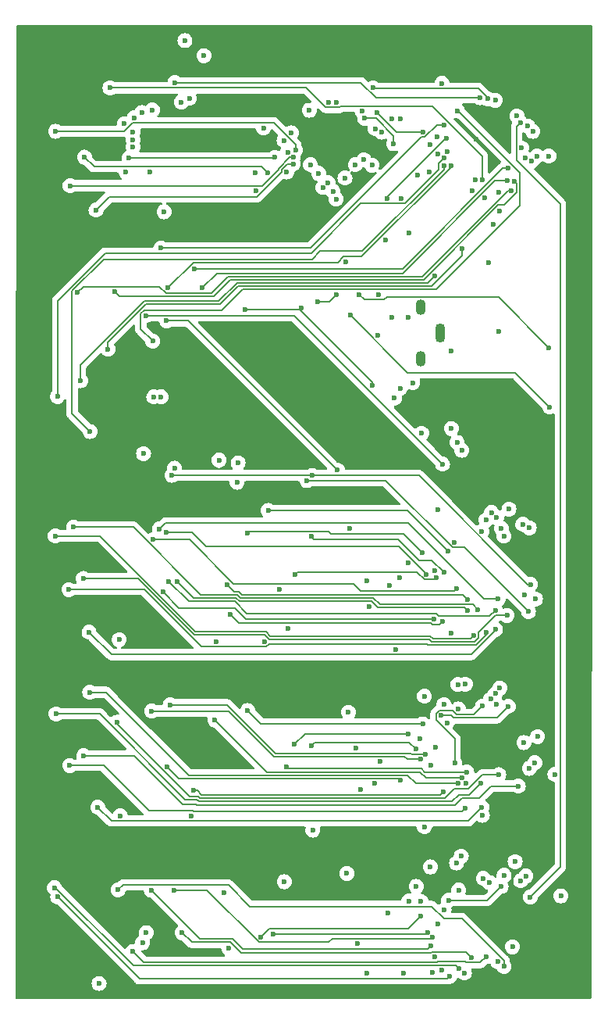
<source format=gbr>
G04 #@! TF.GenerationSoftware,KiCad,Pcbnew,7.0.5*
G04 #@! TF.CreationDate,2025-03-16T19:14:48-05:00*
G04 #@! TF.ProjectId,DSKY_led_display,44534b59-5f6c-4656-945f-646973706c61,V7*
G04 #@! TF.SameCoordinates,Original*
G04 #@! TF.FileFunction,Copper,L2,Inr*
G04 #@! TF.FilePolarity,Positive*
%FSLAX46Y46*%
G04 Gerber Fmt 4.6, Leading zero omitted, Abs format (unit mm)*
G04 Created by KiCad (PCBNEW 7.0.5) date 2025-03-16 19:14:48*
%MOMM*%
%LPD*%
G01*
G04 APERTURE LIST*
G04 #@! TA.AperFunction,ComponentPad*
%ADD10O,1.100000X1.700000*%
G04 #@! TD*
G04 #@! TA.AperFunction,ComponentPad*
%ADD11O,1.100000X2.100000*%
G04 #@! TD*
G04 #@! TA.AperFunction,ViaPad*
%ADD12C,0.600000*%
G04 #@! TD*
G04 #@! TA.AperFunction,Conductor*
%ADD13C,0.200000*%
G04 #@! TD*
G04 APERTURE END LIST*
D10*
G04 #@! TO.N,N/C*
G04 #@! TO.C,J1*
X78250000Y-70200000D03*
G04 #@! TO.N,unconnected-(J1-SHIELD-PadS2)*
X78250000Y-64600000D03*
D11*
G04 #@! TO.N,N/C*
X80400000Y-67400000D03*
G04 #@! TD*
D12*
G04 #@! TO.N,GND*
X83400000Y-110400000D03*
X86500000Y-131700000D03*
X52100000Y-47000000D03*
X67700000Y-44700000D03*
X69800000Y-46400000D03*
X84300000Y-46400000D03*
X86600000Y-112600000D03*
X86300000Y-45100000D03*
G04 #@! TO.N,+3V3*
X72977000Y-73027800D03*
X59200000Y-64817400D03*
X65348000Y-64632300D03*
G04 #@! TO.N,Net-(U6-VDDCORE)*
X67064100Y-63991300D03*
X69163600Y-63206600D03*
G04 #@! TO.N,g0bus0*
X80592900Y-40334300D03*
G04 #@! TO.N,g0bus2*
X74056300Y-45602800D03*
G04 #@! TO.N,g1bus0*
X83822000Y-51929100D03*
X54746200Y-37327500D03*
G04 #@! TO.N,g1bus3*
X85246400Y-52735900D03*
X52685500Y-35696400D03*
G04 #@! TO.N,g0bus3*
X73333500Y-45250100D03*
G04 #@! TO.N,g1bus1*
X84212100Y-50761000D03*
G04 #@! TO.N,g1bus2*
X84968700Y-50803000D03*
X44563200Y-40827100D03*
G04 #@! TO.N,g0bus1*
X76046800Y-44184700D03*
G04 #@! TO.N,g0bus6*
X75320300Y-46870300D03*
X72180500Y-44127600D03*
G04 #@! TO.N,g0bus5*
X78500700Y-45581800D03*
X73552400Y-43511300D03*
G04 #@! TO.N,g0bus4*
X75171900Y-44199100D03*
G04 #@! TO.N,g0bus7*
X71923900Y-43338600D03*
X76126500Y-52797500D03*
G04 #@! TO.N,dbus0*
X66188000Y-43241700D03*
G04 #@! TO.N,dbus7*
X63844200Y-47773100D03*
G04 #@! TO.N,dbus5*
X63449300Y-46501700D03*
G04 #@! TO.N,dbus12*
X66312500Y-49153500D03*
G04 #@! TO.N,dbus1*
X61212600Y-45170800D03*
G04 #@! TO.N,dbus8*
X38660700Y-45518200D03*
X64693900Y-47561500D03*
G04 #@! TO.N,dbus6*
X62429500Y-48335200D03*
X46632800Y-48418100D03*
G04 #@! TO.N,dbus13*
X61676900Y-50020700D03*
X41798800Y-48322800D03*
G04 #@! TO.N,dbus2*
X60275600Y-50040300D03*
G04 #@! TO.N,dbus9*
X64446100Y-48311900D03*
X40227100Y-51418400D03*
G04 #@! TO.N,dbus4*
X64235500Y-45687700D03*
G04 #@! TO.N,dbus11*
X63730400Y-49938800D03*
G04 #@! TO.N,dbus3*
X60360400Y-51997000D03*
G04 #@! TO.N,dbus10*
X43046600Y-54059900D03*
X64446100Y-49062300D03*
G04 #@! TO.N,g2bus0*
X85618900Y-59773000D03*
G04 #@! TO.N,g2bus3*
X86808600Y-54150900D03*
G04 #@! TO.N,g3bus0*
X87732900Y-49516700D03*
X53720500Y-60405600D03*
G04 #@! TO.N,g3bus3*
X41031300Y-62994900D03*
X88096100Y-51937100D03*
G04 #@! TO.N,g2bus1*
X86177500Y-55585900D03*
G04 #@! TO.N,g2bus2*
X86745400Y-52159100D03*
G04 #@! TO.N,g3bus1*
X54586900Y-62498100D03*
X87624000Y-50890700D03*
G04 #@! TO.N,g3bus2*
X88386700Y-50919700D03*
X45071300Y-62916400D03*
G04 #@! TO.N,ebus0*
X67203700Y-50086300D03*
X86742100Y-67222000D03*
G04 #@! TO.N,ebus7*
X75163600Y-65648200D03*
G04 #@! TO.N,fbus0*
X82257100Y-43307500D03*
X49199700Y-68250100D03*
G04 #@! TO.N,fbus7*
X80153800Y-47946800D03*
G04 #@! TO.N,ebus5*
X71580100Y-63206600D03*
X92190000Y-68940800D03*
G04 #@! TO.N,ebus12*
X81588500Y-69359400D03*
X74459100Y-57313100D03*
G04 #@! TO.N,ebus1*
X70160600Y-59653700D03*
X67641200Y-51606600D03*
G04 #@! TO.N,ebus8*
X73731700Y-63206600D03*
G04 #@! TO.N,fbus5*
X81085300Y-46275600D03*
X74649500Y-52793200D03*
G04 #@! TO.N,fbus12*
X44346200Y-69110100D03*
X82781700Y-58197800D03*
G04 #@! TO.N,fbus1*
X77944200Y-50253300D03*
G04 #@! TO.N,fbus8*
X81152900Y-47726500D03*
G04 #@! TO.N,ebus6*
X76048700Y-73367800D03*
X70047400Y-50592500D03*
G04 #@! TO.N,ebus13*
X76898700Y-65654300D03*
X77404800Y-72767000D03*
G04 #@! TO.N,fbus6*
X79198200Y-49956000D03*
G04 #@! TO.N,fbus13*
X41363000Y-72536300D03*
X79793400Y-61172700D03*
G04 #@! TO.N,ebus2*
X68202300Y-51088700D03*
X75414100Y-74436800D03*
G04 #@! TO.N,ebus9*
X71176400Y-49148400D03*
X73620000Y-67658900D03*
G04 #@! TO.N,ebus4*
X70637800Y-65454900D03*
X92257200Y-75396000D03*
X69090900Y-52858200D03*
G04 #@! TO.N,ebus11*
X81588300Y-77711500D03*
X72981500Y-49191400D03*
G04 #@! TO.N,fbus2*
X50109900Y-58160800D03*
X80771600Y-44824600D03*
X50109900Y-74297100D03*
G04 #@! TO.N,fbus9*
X38875600Y-74243500D03*
X80799500Y-48434500D03*
G04 #@! TO.N,fbus4*
X80040400Y-46145500D03*
X76973300Y-56501000D03*
G04 #@! TO.N,fbus11*
X81549400Y-49241300D03*
X50837100Y-62492900D03*
G04 #@! TO.N,ebus3*
X82739500Y-80079500D03*
X68761500Y-52027200D03*
G04 #@! TO.N,ebus10*
X72104800Y-48613400D03*
X78362300Y-78233000D03*
G04 #@! TO.N,fbus3*
X79315600Y-46977400D03*
G04 #@! TO.N,fbus10*
X42394900Y-78038100D03*
X80799100Y-49213400D03*
G04 #@! TO.N,g4bus0*
X80635000Y-81572500D03*
X48485000Y-65485400D03*
G04 #@! TO.N,g4bus1*
X69217900Y-82225500D03*
X50702400Y-66045200D03*
G04 #@! TO.N,g4bus2*
X51558000Y-82021600D03*
X48901100Y-49933800D03*
G04 #@! TO.N,g4bus3*
X49318100Y-74294800D03*
X50427000Y-54244800D03*
G04 #@! TO.N,abus0*
X87843600Y-86446900D03*
G04 #@! TO.N,abus7*
X80167900Y-86529400D03*
G04 #@! TO.N,abus14*
X81211600Y-91000200D03*
X61721300Y-86592400D03*
G04 #@! TO.N,abus21*
X50631400Y-88987900D03*
X78877400Y-93510100D03*
G04 #@! TO.N,abus28*
X84480900Y-97303100D03*
X40627700Y-88402000D03*
G04 #@! TO.N,abus5*
X85355600Y-87633400D03*
G04 #@! TO.N,abus1*
X87296100Y-89359800D03*
G04 #@! TO.N,abus12*
X81924800Y-90039200D03*
G04 #@! TO.N,abus19*
X66375100Y-89417600D03*
X80779700Y-93310000D03*
G04 #@! TO.N,abus8*
X70538900Y-88551600D03*
G04 #@! TO.N,abus15*
X78473300Y-91191700D03*
X59483000Y-89010400D03*
G04 #@! TO.N,abus26*
X81583700Y-99878500D03*
G04 #@! TO.N,abus33*
X49937900Y-88581700D03*
X86690000Y-96179900D03*
G04 #@! TO.N,abus22*
X82127500Y-95068100D03*
X49227900Y-89742100D03*
G04 #@! TO.N,abus29*
X38620300Y-89342900D03*
X83985800Y-100142500D03*
G04 #@! TO.N,abus6*
X79781800Y-93110500D03*
X84909900Y-88860000D03*
G04 #@! TO.N,abus13*
X76903700Y-92265900D03*
G04 #@! TO.N,abus20*
X64670100Y-93548900D03*
X79961800Y-93862200D03*
G04 #@! TO.N,abus27*
X83311100Y-97450600D03*
X51832400Y-94270000D03*
G04 #@! TO.N,abus34*
X87629700Y-97952700D03*
X41666900Y-93965500D03*
G04 #@! TO.N,abus2*
X87021000Y-88518800D03*
G04 #@! TO.N,abus4*
X85939400Y-86803700D03*
G04 #@! TO.N,abus9*
X72404900Y-94248200D03*
G04 #@! TO.N,abus16*
X62929000Y-95180700D03*
G04 #@! TO.N,abus11*
X75971200Y-93842300D03*
G04 #@! TO.N,abus18*
X72707700Y-97033300D03*
G04 #@! TO.N,abus23*
X79735700Y-98332400D03*
X50299600Y-95409000D03*
G04 #@! TO.N,abus30*
X85393800Y-99764500D03*
X40107400Y-95164700D03*
G04 #@! TO.N,abus25*
X83336400Y-96205700D03*
X57271300Y-94598400D03*
G04 #@! TO.N,abus32*
X86363100Y-97391500D03*
X50935900Y-94274400D03*
G04 #@! TO.N,abus3*
X86510600Y-87339500D03*
G04 #@! TO.N,abus10*
X74858100Y-94697500D03*
G04 #@! TO.N,abus17*
X63905100Y-99410600D03*
G04 #@! TO.N,abus24*
X80620200Y-98595100D03*
X57610300Y-97818400D03*
G04 #@! TO.N,abus31*
X86383200Y-99487500D03*
X42293300Y-99770900D03*
G04 #@! TO.N,g5bus0*
X49167200Y-43209200D03*
X75594300Y-101647600D03*
G04 #@! TO.N,g5bus1*
X61290900Y-100802700D03*
X48000000Y-43500000D03*
G04 #@! TO.N,g5bus2*
X56046000Y-100796700D03*
X47200000Y-44049500D03*
G04 #@! TO.N,g5bus3*
X45554600Y-100583400D03*
X46111800Y-44714200D03*
G04 #@! TO.N,bbus0*
X82301800Y-105440600D03*
G04 #@! TO.N,bbus7*
X83119100Y-105409800D03*
G04 #@! TO.N,bbus14*
X78663900Y-106710600D03*
G04 #@! TO.N,bbus21*
X78768800Y-112979200D03*
X51080200Y-107644100D03*
G04 #@! TO.N,bbus28*
X42372900Y-106283400D03*
X82369700Y-116161700D03*
G04 #@! TO.N,bbus5*
X86831400Y-105819300D03*
G04 #@! TO.N,bbus1*
X87774000Y-107817800D03*
X80503700Y-108783800D03*
G04 #@! TO.N,bbus12*
X80782100Y-107611200D03*
G04 #@! TO.N,bbus19*
X79862100Y-112211500D03*
G04 #@! TO.N,bbus8*
X70427700Y-108448100D03*
G04 #@! TO.N,bbus15*
X59497300Y-108263400D03*
X78486400Y-109714500D03*
G04 #@! TO.N,bbus26*
X82787600Y-115512600D03*
X55945500Y-109289000D03*
G04 #@! TO.N,bbus33*
X45312400Y-109527000D03*
X86732000Y-115210100D03*
G04 #@! TO.N,bbus22*
X78244200Y-113545900D03*
X49086500Y-108314400D03*
G04 #@! TO.N,bbus29*
X84801600Y-116161300D03*
X38710500Y-108619400D03*
G04 #@! TO.N,bbus6*
X84963000Y-107793500D03*
X81961300Y-113909900D03*
G04 #@! TO.N,bbus13*
X81129200Y-109593500D03*
G04 #@! TO.N,bbus20*
X77750900Y-112453700D03*
X66384100Y-112112400D03*
G04 #@! TO.N,bbus27*
X83199800Y-116161700D03*
G04 #@! TO.N,bbus34*
X41712500Y-113160600D03*
X88851400Y-116444000D03*
G04 #@! TO.N,bbus2*
X86358400Y-106444100D03*
X79369800Y-114207400D03*
G04 #@! TO.N,bbus4*
X85861100Y-107033700D03*
G04 #@! TO.N,bbus9*
X71213700Y-112302200D03*
G04 #@! TO.N,bbus16*
X64586100Y-111947300D03*
X76951200Y-110836800D03*
G04 #@! TO.N,bbus11*
X82349900Y-108095400D03*
G04 #@! TO.N,bbus18*
X73892600Y-113796900D03*
G04 #@! TO.N,bbus23*
X76091400Y-115823700D03*
X50758600Y-114359600D03*
G04 #@! TO.N,bbus30*
X40196900Y-114207400D03*
X83116500Y-118880800D03*
G04 #@! TO.N,bbus25*
X63674300Y-114337900D03*
X83254600Y-114918200D03*
G04 #@! TO.N,bbus32*
X84964200Y-119604600D03*
G04 #@! TO.N,bbus3*
X86465000Y-107559300D03*
G04 #@! TO.N,bbus10*
X73302400Y-116162500D03*
G04 #@! TO.N,bbus17*
X71761500Y-116822800D03*
X78169700Y-111337100D03*
G04 #@! TO.N,bbus24*
X80696600Y-117095000D03*
X53585900Y-116924600D03*
G04 #@! TO.N,bbus31*
X84897400Y-118722500D03*
X43236200Y-118748300D03*
G04 #@! TO.N,g6bus0*
X47064800Y-45619200D03*
X78666700Y-120853000D03*
G04 #@! TO.N,g6bus1*
X66566300Y-121214400D03*
X47060600Y-46459900D03*
G04 #@! TO.N,g6bus2*
X47052100Y-47210300D03*
X53333100Y-119675000D03*
G04 #@! TO.N,g6bus3*
X46282400Y-49931500D03*
X45673700Y-119657000D03*
G04 #@! TO.N,/sabus0*
X89575600Y-48419400D03*
X90042200Y-88477900D03*
G04 #@! TO.N,cbus0*
X88511400Y-124628300D03*
G04 #@! TO.N,cbus7*
X79313700Y-125202900D03*
G04 #@! TO.N,cbus14*
X78285500Y-128933600D03*
X63489200Y-126800300D03*
G04 #@! TO.N,cbus21*
X51549500Y-127732600D03*
X79553900Y-132822800D03*
G04 #@! TO.N,cbus28*
X81426700Y-137047400D03*
X38890800Y-128452200D03*
G04 #@! TO.N,cbus5*
X85052600Y-126447900D03*
G04 #@! TO.N,cbus1*
X82663200Y-124046300D03*
G04 #@! TO.N,cbus12*
X77792500Y-127310200D03*
G04 #@! TO.N,cbus19*
X76980000Y-128898600D03*
G04 #@! TO.N,/sabus1*
X89341700Y-88097200D03*
X89217500Y-47322800D03*
G04 #@! TO.N,cbus8*
X70259600Y-125915000D03*
G04 #@! TO.N,cbus15*
X80800800Y-129882500D03*
G04 #@! TO.N,cbus26*
X56971200Y-127984200D03*
G04 #@! TO.N,cbus33*
X87300900Y-135989500D03*
X45442000Y-127683800D03*
G04 #@! TO.N,cbus22*
X49047500Y-127732600D03*
X79408700Y-133717300D03*
G04 #@! TO.N,cbus29*
X38521300Y-127466400D03*
X82436900Y-136185700D03*
G04 #@! TO.N,cbus6*
X82151000Y-124779800D03*
G04 #@! TO.N,cbus13*
X74748100Y-130217000D03*
G04 #@! TO.N,cbus20*
X79012200Y-132272400D03*
X62249100Y-132511300D03*
G04 #@! TO.N,cbus27*
X52380200Y-132324000D03*
X83733300Y-134983500D03*
G04 #@! TO.N,cbus34*
X88219900Y-133848200D03*
X48497600Y-132320400D03*
G04 #@! TO.N,cbus2*
X81288100Y-128813000D03*
X86992600Y-127314700D03*
G04 #@! TO.N,/sabus2*
X90328100Y-48743000D03*
X90721600Y-96185800D03*
G04 #@! TO.N,cbus4*
X85689800Y-126882200D03*
G04 #@! TO.N,cbus9*
X71404000Y-133522000D03*
G04 #@! TO.N,cbus16*
X78279900Y-130556400D03*
X60935600Y-132791000D03*
G04 #@! TO.N,cbus11*
X82378700Y-127711500D03*
G04 #@! TO.N,cbus18*
X80140200Y-131371800D03*
G04 #@! TO.N,cbus23*
X79778700Y-134958900D03*
G04 #@! TO.N,cbus30*
X47030200Y-134348100D03*
X85355000Y-134934500D03*
G04 #@! TO.N,cbus25*
X57466400Y-134038300D03*
X80516000Y-136401400D03*
G04 #@! TO.N,cbus32*
X86637900Y-135475400D03*
X48087600Y-133408400D03*
G04 #@! TO.N,cbus3*
X87313200Y-126101900D03*
G04 #@! TO.N,cbus10*
X72393100Y-136749300D03*
G04 #@! TO.N,cbus17*
X76429700Y-136750800D03*
G04 #@! TO.N,cbus24*
X79511600Y-136631200D03*
G04 #@! TO.N,cbus31*
X43376600Y-137824600D03*
X83009200Y-136686600D03*
G04 #@! TO.N,/sbbus0*
X90939000Y-111080200D03*
X90878500Y-48222700D03*
G04 #@! TO.N,/sbbus1*
X90656700Y-113908600D03*
X92172100Y-48199600D03*
G04 #@! TO.N,/sbbus2*
X92835900Y-115174300D03*
X90429200Y-45531600D03*
G04 #@! TO.N,/scbus0*
X89902200Y-44971000D03*
X89664900Y-126174600D03*
G04 #@! TO.N,/scbus1*
X90150700Y-128458200D03*
X89066300Y-44588800D03*
G04 #@! TO.N,/scbus2*
X89114600Y-126704400D03*
X88698800Y-43862600D03*
G04 #@! TO.N,/SCL0*
X65930800Y-83362700D03*
X68312700Y-42364000D03*
X89953800Y-97545100D03*
G04 #@! TO.N,/SDA0*
X66500400Y-82791100D03*
X51286100Y-82791100D03*
X93473100Y-128341100D03*
X89467100Y-111731000D03*
X69151600Y-42357200D03*
X90171200Y-94597900D03*
G04 #@! TO.N,/SCL1*
X51602000Y-40237700D03*
X84694600Y-41884500D03*
X56388100Y-81136100D03*
G04 #@! TO.N,/SDA1*
X85565000Y-42011600D03*
X58339700Y-83536400D03*
X52312700Y-42361900D03*
X73110600Y-40804100D03*
G04 #@! TO.N,VCC*
X48203000Y-80438400D03*
X90052400Y-114524400D03*
X89489000Y-95707200D03*
X82205300Y-79222800D03*
X58463400Y-81438300D03*
X53175000Y-41938200D03*
X86354500Y-42153900D03*
G04 #@! TD*
D13*
G04 #@! TO.N,+3V3*
X65116400Y-64863900D02*
X65348000Y-64632300D01*
X65069900Y-64817400D02*
X65116400Y-64863900D01*
X72977000Y-72724500D02*
X72977000Y-73027800D01*
X65116400Y-64863900D02*
X72977000Y-72724500D01*
X59200000Y-64817400D02*
X65069900Y-64817400D01*
G04 #@! TO.N,Net-(U6-VDDCORE)*
X68378900Y-63991300D02*
X69163600Y-63206600D01*
X67064100Y-63991300D02*
X68378900Y-63991300D01*
G04 #@! TO.N,g1bus2*
X69464300Y-42940100D02*
X67951000Y-42940100D01*
X69621000Y-42783400D02*
X69464300Y-42940100D01*
X67951000Y-42940100D02*
X65838000Y-40827100D01*
X79523800Y-42783400D02*
X69621000Y-42783400D01*
X65838000Y-40827100D02*
X44563200Y-40827100D01*
X84968700Y-48228300D02*
X79523800Y-42783400D01*
X84968700Y-50803000D02*
X84968700Y-48228300D01*
G04 #@! TO.N,g0bus6*
X73403000Y-44127700D02*
X75320200Y-46044900D01*
X72180500Y-44127700D02*
X73403000Y-44127700D01*
X75320200Y-46044900D02*
X75320200Y-46870300D01*
X72180500Y-44127600D02*
X72180500Y-44127700D01*
X75320200Y-46870300D02*
X75320300Y-46870300D01*
G04 #@! TO.N,g0bus5*
X78500700Y-45581800D02*
X75622900Y-45581800D01*
X75622900Y-45581800D02*
X73552400Y-43511300D01*
G04 #@! TO.N,dbus8*
X46086100Y-45518200D02*
X38660700Y-45518200D01*
X64693900Y-46968000D02*
X62346400Y-44620500D01*
X64693900Y-47561500D02*
X64693900Y-46968000D01*
X62346400Y-44620500D02*
X46983800Y-44620500D01*
X46983800Y-44620500D02*
X46086100Y-45518200D01*
G04 #@! TO.N,dbus6*
X46632800Y-48418100D02*
X62346600Y-48418100D01*
X62346600Y-48418100D02*
X62429500Y-48335200D01*
G04 #@! TO.N,dbus13*
X42838700Y-49362700D02*
X61018900Y-49362700D01*
X61018900Y-49362700D02*
X61676900Y-50020700D01*
X41798800Y-48322800D02*
X42838700Y-49362700D01*
G04 #@! TO.N,dbus9*
X62829800Y-49665300D02*
X61076700Y-51418400D01*
X61076700Y-51418400D02*
X40227100Y-51418400D01*
X64446100Y-48311900D02*
X64083700Y-48311900D01*
X62829800Y-49565800D02*
X62829800Y-49665300D01*
X64083700Y-48311900D02*
X62829800Y-49565800D01*
G04 #@! TO.N,dbus10*
X63180100Y-49710900D02*
X63180100Y-49955600D01*
X64446100Y-49062300D02*
X63828700Y-49062300D01*
X60505200Y-52630500D02*
X44476000Y-52630500D01*
X63180100Y-49955600D02*
X60505200Y-52630500D01*
X63828700Y-49062300D02*
X63180100Y-49710900D01*
X44476000Y-52630500D02*
X43046600Y-54059900D01*
G04 #@! TO.N,g3bus0*
X76284800Y-60405600D02*
X53720500Y-60405600D01*
X87732900Y-49516700D02*
X87732900Y-49516800D01*
X87732900Y-49516800D02*
X87173600Y-49516800D01*
X87173600Y-49516800D02*
X76284800Y-60405600D01*
G04 #@! TO.N,g3bus3*
X41031300Y-62994900D02*
X41660200Y-62366000D01*
X41660200Y-62366000D02*
X49932000Y-62366000D01*
X78430600Y-61255000D02*
X87748500Y-51937100D01*
X87748500Y-51937100D02*
X88096100Y-51937100D01*
X49932000Y-62366000D02*
X50636900Y-63070900D01*
X50636900Y-63070900D02*
X55542600Y-63070900D01*
X55542600Y-63070900D02*
X57358500Y-61255000D01*
X57358500Y-61255000D02*
X78430600Y-61255000D01*
G04 #@! TO.N,g3bus1*
X56180400Y-60904600D02*
X54586900Y-62498100D01*
X86295100Y-50890700D02*
X76281200Y-60904600D01*
X76281200Y-60904600D02*
X56180400Y-60904600D01*
X87624000Y-50890700D02*
X86295100Y-50890700D01*
G04 #@! TO.N,g3bus2*
X45071300Y-62916400D02*
X45576100Y-63421200D01*
X88646400Y-51179400D02*
X88386700Y-50919700D01*
X86675500Y-53505500D02*
X87306000Y-53505500D01*
X45576100Y-63421200D02*
X55787600Y-63421200D01*
X88646400Y-52165100D02*
X88646400Y-51179400D01*
X57603500Y-61605300D02*
X78575700Y-61605300D01*
X78575700Y-61605300D02*
X86675500Y-53505500D01*
X87306000Y-53505500D02*
X88646400Y-52165100D01*
X55787600Y-63421200D02*
X57603500Y-61605300D01*
G04 #@! TO.N,fbus0*
X48257100Y-64935100D02*
X56671900Y-64935100D01*
X79968200Y-62656200D02*
X89027200Y-53597200D01*
X47905200Y-66955600D02*
X47905200Y-65287000D01*
X89027200Y-53597200D02*
X89027200Y-49978900D01*
X82355800Y-43307500D02*
X82257100Y-43307500D01*
X58950800Y-62656200D02*
X79968200Y-62656200D01*
X47905200Y-65287000D02*
X48257100Y-64935100D01*
X49199700Y-68250100D02*
X47905200Y-66955600D01*
X89027200Y-49978900D02*
X82355800Y-43307500D01*
X56671900Y-64935100D02*
X58950800Y-62656200D01*
G04 #@! TO.N,ebus5*
X71580100Y-63206600D02*
X72130400Y-63756900D01*
X74590800Y-63476100D02*
X86725300Y-63476100D01*
X74310000Y-63756900D02*
X74590800Y-63476100D01*
X72130400Y-63756900D02*
X74310000Y-63756900D01*
X86725300Y-63476100D02*
X92190000Y-68940800D01*
G04 #@! TO.N,fbus5*
X74649500Y-52793200D02*
X74649500Y-52619700D01*
X74649500Y-52619700D02*
X80993600Y-46275600D01*
X80993600Y-46275600D02*
X81085300Y-46275600D01*
G04 #@! TO.N,fbus12*
X82781700Y-58993700D02*
X82781700Y-58197800D01*
X56510900Y-64269100D02*
X58474100Y-62305900D01*
X58474100Y-62305900D02*
X79469500Y-62305900D01*
X44346200Y-68350600D02*
X48427700Y-64269100D01*
X44346200Y-69110100D02*
X44346200Y-68350600D01*
X48427700Y-64269100D02*
X56510900Y-64269100D01*
X79469500Y-62305900D02*
X82781700Y-58993700D01*
G04 #@! TO.N,fbus13*
X41363000Y-70838400D02*
X48282600Y-63918800D01*
X48282600Y-63918800D02*
X56365800Y-63918800D01*
X56365800Y-63918800D02*
X58329000Y-61955600D01*
X58329000Y-61955600D02*
X79010500Y-61955600D01*
X79010500Y-61955600D02*
X79793400Y-61172700D01*
X41363000Y-72536300D02*
X41363000Y-70838400D01*
G04 #@! TO.N,ebus4*
X88540000Y-71678800D02*
X76861700Y-71678800D01*
X92257200Y-75396000D02*
X88540000Y-71678800D01*
X76861700Y-71678800D02*
X70637800Y-65454900D01*
G04 #@! TO.N,fbus2*
X50109900Y-58160800D02*
X66299400Y-58160800D01*
X78728600Y-46132100D02*
X80036100Y-44824600D01*
X66299400Y-58160800D02*
X78328100Y-46132100D01*
X78328100Y-46132100D02*
X78728600Y-46132100D01*
X80036100Y-44824600D02*
X80771600Y-44824600D01*
G04 #@! TO.N,fbus9*
X38875600Y-63869800D02*
X44034100Y-58711300D01*
X80248700Y-48985300D02*
X80799500Y-48434500D01*
X76594200Y-53347800D02*
X80248700Y-49693300D01*
X44034100Y-58711300D02*
X66415300Y-58711300D01*
X80248700Y-49693300D02*
X80248700Y-48985300D01*
X38875600Y-74243500D02*
X38875600Y-63869800D01*
X71778800Y-53347800D02*
X76594200Y-53347800D01*
X66415300Y-58711300D02*
X71778800Y-53347800D01*
G04 #@! TO.N,fbus11*
X50837100Y-62492900D02*
X53589500Y-59740500D01*
X71861300Y-59103400D02*
X81549400Y-49415300D01*
X69260000Y-59740500D02*
X69897100Y-59103400D01*
X53589500Y-59740500D02*
X69260000Y-59740500D01*
X69897100Y-59103400D02*
X71861300Y-59103400D01*
X81549400Y-49415300D02*
X81549400Y-49241300D01*
G04 #@! TO.N,fbus10*
X80799100Y-49638300D02*
X80799100Y-49213400D01*
X66462300Y-59390100D02*
X67338100Y-58514300D01*
X42394900Y-78038100D02*
X40456800Y-76100000D01*
X43850800Y-59390100D02*
X66462300Y-59390100D01*
X71923100Y-58514300D02*
X80799100Y-49638300D01*
X67338100Y-58514300D02*
X71923100Y-58514300D01*
X40456800Y-76100000D02*
X40456800Y-62784100D01*
X40456800Y-62784100D02*
X43850800Y-59390100D01*
G04 #@! TO.N,g4bus0*
X64547900Y-65485400D02*
X48485000Y-65485400D01*
X80635000Y-81572500D02*
X64547900Y-65485400D01*
G04 #@! TO.N,g4bus1*
X53037600Y-66045200D02*
X50702400Y-66045200D01*
X69217900Y-82225500D02*
X53037600Y-66045200D01*
G04 #@! TO.N,abus14*
X81211600Y-91000200D02*
X76803800Y-86592400D01*
X76803800Y-86592400D02*
X61721300Y-86592400D01*
G04 #@! TO.N,abus21*
X78877400Y-93461300D02*
X75896000Y-90479900D01*
X53453800Y-88987900D02*
X50631400Y-88987900D01*
X78877400Y-93510100D02*
X78877400Y-93461300D01*
X54945800Y-90479900D02*
X53453800Y-88987900D01*
X75896000Y-90479900D02*
X54945800Y-90479900D01*
G04 #@! TO.N,abus28*
X73134900Y-96081400D02*
X58727000Y-96081400D01*
X83955500Y-96777700D02*
X73831200Y-96777700D01*
X58376700Y-95731100D02*
X54427000Y-95731100D01*
X47097900Y-88402000D02*
X40627700Y-88402000D01*
X84480900Y-97303100D02*
X83955500Y-96777700D01*
X73831200Y-96777700D02*
X73134900Y-96081400D01*
X58727000Y-96081400D02*
X58376700Y-95731100D01*
X54427000Y-95731100D02*
X47097900Y-88402000D01*
G04 #@! TO.N,abus19*
X75800000Y-89717700D02*
X78106000Y-92023700D01*
X79493400Y-92023700D02*
X80779700Y-93310000D01*
X66375100Y-89417600D02*
X66675200Y-89717700D01*
X66675200Y-89717700D02*
X75800000Y-89717700D01*
X78106000Y-92023700D02*
X79493400Y-92023700D01*
G04 #@! TO.N,abus15*
X59483000Y-89010400D02*
X59650300Y-88843100D01*
X59650300Y-88843100D02*
X68234700Y-88843100D01*
X68234700Y-88843100D02*
X68516400Y-89124800D01*
X76406400Y-89124800D02*
X78473300Y-91191700D01*
X68516400Y-89124800D02*
X76406400Y-89124800D01*
G04 #@! TO.N,abus33*
X50548300Y-87971300D02*
X49937900Y-88581700D01*
X76907100Y-87971300D02*
X50548300Y-87971300D01*
X85115700Y-96179900D02*
X76907100Y-87971300D01*
X86690000Y-96179900D02*
X85115700Y-96179900D01*
G04 #@! TO.N,abus22*
X71010600Y-94525900D02*
X71787300Y-95302600D01*
X49227900Y-89742100D02*
X53193500Y-89742100D01*
X53193500Y-89742100D02*
X57977300Y-94525900D01*
X81893000Y-95302600D02*
X82127500Y-95068100D01*
X71787300Y-95302600D02*
X81893000Y-95302600D01*
X57977300Y-94525900D02*
X71010600Y-94525900D01*
G04 #@! TO.N,abus29*
X61481100Y-99719200D02*
X61948400Y-100186500D01*
X79313100Y-100186500D02*
X79578900Y-100452300D01*
X61948400Y-100186500D02*
X79313100Y-100186500D01*
X43455300Y-89342900D02*
X53831600Y-99719200D01*
X83676000Y-100452300D02*
X83985800Y-100142500D01*
X79578900Y-100452300D02*
X83676000Y-100452300D01*
X38620300Y-89342900D02*
X43455300Y-89342900D01*
X53831600Y-99719200D02*
X61481100Y-99719200D01*
G04 #@! TO.N,abus20*
X64670100Y-93548900D02*
X64927000Y-93292000D01*
X64927000Y-93292000D02*
X77881100Y-93292000D01*
X79763600Y-94060400D02*
X79961800Y-93862200D01*
X77881100Y-93292000D02*
X78649500Y-94060400D01*
X78649500Y-94060400D02*
X79763600Y-94060400D01*
G04 #@! TO.N,abus27*
X73615600Y-97128000D02*
X72919300Y-96431700D01*
X58581900Y-96431700D02*
X58231600Y-96081400D01*
X72919300Y-96431700D02*
X58581900Y-96431700D01*
X58231600Y-96081400D02*
X53643800Y-96081400D01*
X53643800Y-96081400D02*
X51832400Y-94270000D01*
X83311100Y-97450600D02*
X82988500Y-97128000D01*
X82988500Y-97128000D02*
X73615600Y-97128000D01*
G04 #@! TO.N,abus34*
X84536200Y-99830700D02*
X86414200Y-97952700D01*
X84111900Y-100802600D02*
X84536200Y-100378300D01*
X86414200Y-97952700D02*
X87629700Y-97952700D01*
X61803300Y-100536800D02*
X79168000Y-100536800D01*
X41666900Y-93965500D02*
X47582500Y-93965500D01*
X84536200Y-100378300D02*
X84536200Y-99830700D01*
X79433800Y-100802600D02*
X84111900Y-100802600D01*
X79168000Y-100536800D02*
X79433800Y-100802600D01*
X47582500Y-93965500D02*
X53686600Y-100069600D01*
X61336100Y-100069600D02*
X61803300Y-100536800D01*
X53686600Y-100069600D02*
X61336100Y-100069600D01*
G04 #@! TO.N,abus23*
X58116500Y-97132400D02*
X59316500Y-98332400D01*
X52023000Y-97132400D02*
X58116500Y-97132400D01*
X50299600Y-95409000D02*
X52023000Y-97132400D01*
X59316500Y-98332400D02*
X79735700Y-98332400D01*
G04 #@! TO.N,abus30*
X54474600Y-101353000D02*
X61518900Y-101353000D01*
X61518900Y-101353000D02*
X61803300Y-101068600D01*
X79066600Y-101159500D02*
X84294700Y-101159500D01*
X48286300Y-95164700D02*
X54474600Y-101353000D01*
X78975700Y-101068600D02*
X79066600Y-101159500D01*
X85393800Y-100060400D02*
X85393800Y-99764500D01*
X84294700Y-101159500D02*
X85393800Y-100060400D01*
X40107400Y-95164700D02*
X48286300Y-95164700D01*
X61803300Y-101068600D02*
X78975700Y-101068600D01*
G04 #@! TO.N,abus25*
X58521800Y-95380800D02*
X58053700Y-95380800D01*
X58053700Y-95380800D02*
X57271300Y-94598400D01*
X58872100Y-95731100D02*
X58521800Y-95380800D01*
X83336400Y-96205700D02*
X82861800Y-95731100D01*
X82861800Y-95731100D02*
X58872100Y-95731100D01*
G04 #@! TO.N,abus32*
X58086500Y-96431700D02*
X53093200Y-96431700D01*
X80192300Y-98010700D02*
X79937600Y-97756000D01*
X85743900Y-98010700D02*
X80192300Y-98010700D01*
X79937600Y-97756000D02*
X59410800Y-97756000D01*
X86363100Y-97391500D02*
X85743900Y-98010700D01*
X59410800Y-97756000D02*
X58086500Y-96431700D01*
X53093200Y-96431700D02*
X50935900Y-94274400D01*
G04 #@! TO.N,abus24*
X80268500Y-98946800D02*
X80620200Y-98595100D01*
X58579000Y-98787100D02*
X79346800Y-98787100D01*
X79346800Y-98787100D02*
X79506500Y-98946800D01*
X79506500Y-98946800D02*
X80268500Y-98946800D01*
X57610300Y-97818400D02*
X58579000Y-98787100D01*
G04 #@! TO.N,abus31*
X44720300Y-102197900D02*
X83751800Y-102197900D01*
X83751800Y-102197900D02*
X86383200Y-99566500D01*
X42293300Y-99770900D02*
X44720300Y-102197900D01*
X86383200Y-99566500D02*
X86383200Y-99487500D01*
G04 #@! TO.N,bbus21*
X57288400Y-107644100D02*
X62529100Y-112884800D01*
X62529100Y-112884800D02*
X77196700Y-112884800D01*
X77978900Y-113004000D02*
X78003700Y-112979200D01*
X77315900Y-113004000D02*
X77978900Y-113004000D01*
X77196700Y-112884800D02*
X77315900Y-113004000D01*
X51080200Y-107644100D02*
X57288400Y-107644100D01*
X78003700Y-112979200D02*
X78768800Y-112979200D01*
G04 #@! TO.N,bbus28*
X53147700Y-115261800D02*
X44169300Y-106283400D01*
X44169300Y-106283400D02*
X42372900Y-106283400D01*
X77722500Y-116161700D02*
X76822600Y-115261800D01*
X76822600Y-115261800D02*
X53147700Y-115261800D01*
X82369700Y-116161700D02*
X77722500Y-116161700D01*
G04 #@! TO.N,bbus1*
X81831100Y-109059400D02*
X86532400Y-109059400D01*
X80503700Y-108783800D02*
X81555500Y-108783800D01*
X81555500Y-108783800D02*
X81831100Y-109059400D01*
X86532400Y-109059400D02*
X87774000Y-107817800D01*
G04 #@! TO.N,bbus15*
X60948400Y-109714500D02*
X59497300Y-108263400D01*
X78486400Y-109714500D02*
X60948400Y-109714500D01*
G04 #@! TO.N,bbus26*
X78215700Y-114911500D02*
X78816800Y-115512600D01*
X78816800Y-115512600D02*
X82787600Y-115512600D01*
X61568000Y-114911500D02*
X78215700Y-114911500D01*
X55945500Y-109289000D02*
X61568000Y-114911500D01*
G04 #@! TO.N,bbus33*
X45312500Y-109527000D02*
X45312400Y-109527000D01*
X84968300Y-115210100D02*
X83466300Y-116712100D01*
X54316600Y-117723400D02*
X54141400Y-117548200D01*
X86732000Y-115210100D02*
X84968300Y-115210100D01*
X81927500Y-116712100D02*
X80916200Y-117723400D01*
X53168700Y-117548200D02*
X45312500Y-109692000D01*
X83466300Y-116712100D02*
X81927500Y-116712100D01*
X54141400Y-117548200D02*
X53168700Y-117548200D01*
X45312500Y-109692000D02*
X45312500Y-109527000D01*
X80916200Y-117723400D02*
X54316600Y-117723400D01*
G04 #@! TO.N,bbus22*
X49086500Y-108314400D02*
X57463300Y-108314400D01*
X62384000Y-113235100D02*
X76496500Y-113235100D01*
X76807300Y-113545900D02*
X78244200Y-113545900D01*
X57463300Y-108314400D02*
X62384000Y-113235100D01*
X76496500Y-113235100D02*
X76807300Y-113545900D01*
G04 #@! TO.N,bbus29*
X81693300Y-118095600D02*
X54193300Y-118095600D01*
X82376300Y-117412600D02*
X81693300Y-118095600D01*
X53996200Y-117898500D02*
X52730100Y-117898500D01*
X43451000Y-108619400D02*
X38710500Y-108619400D01*
X54193300Y-118095600D02*
X53996200Y-117898500D01*
X52730100Y-117898500D02*
X43451000Y-108619400D01*
X84801600Y-116161300D02*
X83550300Y-117412600D01*
X83550300Y-117412600D02*
X82376300Y-117412600D01*
G04 #@! TO.N,bbus6*
X81961300Y-111307200D02*
X81961300Y-113909900D01*
X79931300Y-109277200D02*
X81961300Y-111307200D01*
X84055800Y-108700700D02*
X82176900Y-108700700D01*
X82176900Y-108700700D02*
X81704500Y-108228300D01*
X84963000Y-107793500D02*
X84055800Y-108700700D01*
X80281000Y-108228300D02*
X79931300Y-108578000D01*
X81704500Y-108228300D02*
X80281000Y-108228300D01*
X79931300Y-108578000D02*
X79931300Y-109277200D01*
G04 #@! TO.N,bbus20*
X66384100Y-112112400D02*
X66774800Y-111721700D01*
X66774800Y-111721700D02*
X77018900Y-111721700D01*
X77018900Y-111721700D02*
X77750900Y-112453700D01*
G04 #@! TO.N,bbus34*
X82768800Y-117763000D02*
X84577500Y-117763000D01*
X41712500Y-113160600D02*
X47203200Y-113160600D01*
X53938900Y-118511600D02*
X82020200Y-118511600D01*
X47203200Y-113160600D02*
X52466600Y-118424000D01*
X84577500Y-117763000D02*
X85896500Y-116444000D01*
X85896500Y-116444000D02*
X88851400Y-116444000D01*
X53851300Y-118424000D02*
X53938900Y-118511600D01*
X82020200Y-118511600D02*
X82768800Y-117763000D01*
X52466600Y-118424000D02*
X53851300Y-118424000D01*
G04 #@! TO.N,bbus16*
X76951200Y-110836800D02*
X65696600Y-110836800D01*
X65696600Y-110836800D02*
X64586100Y-111947300D01*
G04 #@! TO.N,bbus23*
X52011100Y-115612100D02*
X50758600Y-114359600D01*
X75879800Y-115612100D02*
X52011100Y-115612100D01*
X76091400Y-115823700D02*
X75879800Y-115612100D01*
G04 #@! TO.N,bbus30*
X82785100Y-119212200D02*
X83116500Y-118880800D01*
X40196900Y-114207400D02*
X43864700Y-114207400D01*
X53561100Y-119124600D02*
X53648700Y-119212200D01*
X43864700Y-114207400D02*
X48781900Y-119124600D01*
X53648700Y-119212200D02*
X82785100Y-119212200D01*
X48781900Y-119124600D02*
X53561100Y-119124600D01*
G04 #@! TO.N,bbus25*
X63674300Y-114337900D02*
X63897600Y-114561200D01*
X63897600Y-114561200D02*
X78360800Y-114561200D01*
X78717800Y-114918200D02*
X83254600Y-114918200D01*
X78360800Y-114561200D02*
X78717800Y-114918200D01*
G04 #@! TO.N,bbus24*
X80418500Y-117373100D02*
X54461700Y-117373100D01*
X54013200Y-116924600D02*
X53585900Y-116924600D01*
X80696600Y-117095000D02*
X80418500Y-117373100D01*
X54461700Y-117373100D02*
X54013200Y-116924600D01*
G04 #@! TO.N,bbus31*
X44713200Y-120225300D02*
X83394600Y-120225300D01*
X83394600Y-120225300D02*
X84897400Y-118722500D01*
X43236200Y-118748300D02*
X44713200Y-120225300D01*
G04 #@! TO.N,cbus21*
X60707700Y-133341300D02*
X68311000Y-133341300D01*
X55099000Y-127732600D02*
X60707700Y-133341300D01*
X79413000Y-132963700D02*
X79553900Y-132822800D01*
X68311000Y-133341300D02*
X68688600Y-132963700D01*
X68688600Y-132963700D02*
X79413000Y-132963700D01*
X51549500Y-127732600D02*
X55099000Y-127732600D01*
G04 #@! TO.N,cbus28*
X38890800Y-128452200D02*
X47763300Y-137324700D01*
X47763300Y-137324700D02*
X81149400Y-137324700D01*
X81149400Y-137324700D02*
X81426700Y-137047400D01*
G04 #@! TO.N,cbus33*
X80794800Y-130821100D02*
X79457700Y-129484000D01*
X45976700Y-127149100D02*
X45442000Y-127683800D01*
X59749200Y-129484000D02*
X57414300Y-127149100D01*
X79457700Y-129484000D02*
X59749200Y-129484000D01*
X82782500Y-130821100D02*
X80794800Y-130821100D01*
X87300900Y-135989500D02*
X87300900Y-135339500D01*
X87300900Y-135339500D02*
X82782500Y-130821100D01*
X57414300Y-127149100D02*
X45976700Y-127149100D01*
G04 #@! TO.N,cbus22*
X57899300Y-133016700D02*
X54331600Y-133016700D01*
X79053700Y-134072300D02*
X58954900Y-134072300D01*
X54331600Y-133016700D02*
X49047500Y-127732600D01*
X58954900Y-134072300D02*
X57899300Y-133016700D01*
X79408700Y-133717300D02*
X79053700Y-134072300D01*
G04 #@! TO.N,cbus29*
X47122800Y-135905900D02*
X80127000Y-135905900D01*
X80182000Y-135850900D02*
X82102100Y-135850900D01*
X38521300Y-127466400D02*
X38683300Y-127466400D01*
X38683300Y-127466400D02*
X47122800Y-135905900D01*
X80127000Y-135905900D02*
X80182000Y-135850900D01*
X82102100Y-135850900D02*
X82436900Y-136185700D01*
G04 #@! TO.N,cbus20*
X78773300Y-132511300D02*
X79012200Y-132272400D01*
X62249100Y-132511300D02*
X78773300Y-132511300D01*
G04 #@! TO.N,cbus27*
X79495900Y-134408500D02*
X79402000Y-134502400D01*
X83733300Y-134983500D02*
X83158300Y-134408500D01*
X57630400Y-133367000D02*
X53423200Y-133367000D01*
X83158300Y-134408500D02*
X79495900Y-134408500D01*
X53423200Y-133367000D02*
X52380200Y-132324000D01*
X58765800Y-134502400D02*
X57630400Y-133367000D01*
X79402000Y-134502400D02*
X58765800Y-134502400D01*
G04 #@! TO.N,cbus2*
X85494300Y-128813000D02*
X81288100Y-128813000D01*
X86992600Y-127314700D02*
X85494300Y-128813000D01*
G04 #@! TO.N,cbus16*
X60935600Y-132791000D02*
X61826400Y-131900200D01*
X61826400Y-131900200D02*
X76936100Y-131900200D01*
X76936100Y-131900200D02*
X78279900Y-130556400D01*
G04 #@! TO.N,cbus30*
X80070500Y-135467000D02*
X83111200Y-135467000D01*
X80006700Y-135530800D02*
X80070500Y-135467000D01*
X48212900Y-135530800D02*
X80006700Y-135530800D01*
X83209700Y-135565500D02*
X84724000Y-135565500D01*
X83111200Y-135467000D02*
X83209700Y-135565500D01*
X47030200Y-134348100D02*
X48212900Y-135530800D01*
X84724000Y-135565500D02*
X85355000Y-134934500D01*
G04 #@! TO.N,/scbus1*
X90150700Y-128458200D02*
X93407200Y-125201700D01*
X93407200Y-53377000D02*
X88667200Y-48637000D01*
X88667200Y-44987900D02*
X89066300Y-44588800D01*
X93407200Y-125201700D02*
X93407200Y-53377000D01*
X88667200Y-48637000D02*
X88667200Y-44987900D01*
G04 #@! TO.N,/SCL0*
X81696900Y-90589500D02*
X82998200Y-90589500D01*
X65930800Y-83362700D02*
X74470100Y-83362700D01*
X74470100Y-83362700D02*
X81696900Y-90589500D01*
X82998200Y-90589500D02*
X89953800Y-97545100D01*
G04 #@! TO.N,/SDA0*
X66500400Y-82791100D02*
X78062800Y-82791100D01*
X89869600Y-94597900D02*
X90171200Y-94597900D01*
X51286100Y-82791100D02*
X66500400Y-82791100D01*
X78062800Y-82791100D02*
X89869600Y-94597900D01*
G04 #@! TO.N,/SCL1*
X51582000Y-40257700D02*
X51602000Y-40237700D01*
X73406500Y-41884500D02*
X71779700Y-40257700D01*
X71779700Y-40257700D02*
X51582000Y-40257700D01*
X84694600Y-41884500D02*
X73406500Y-41884500D01*
G04 #@! TO.N,/SDA1*
X84532400Y-40884800D02*
X73191300Y-40884800D01*
X73191300Y-40884800D02*
X73110600Y-40804100D01*
X85565000Y-42011600D02*
X85565000Y-41917400D01*
X85565000Y-41917400D02*
X84532400Y-40884800D01*
G04 #@! TD*
G04 #@! TA.AperFunction,Conductor*
G04 #@! TO.N,GND*
G36*
X82021207Y-44081525D02*
G01*
X82076053Y-44100717D01*
X82257100Y-44121116D01*
X82257102Y-44121115D01*
X82264133Y-44121908D01*
X82263980Y-44123260D01*
X82324798Y-44141118D01*
X82345772Y-44158021D01*
X86949972Y-48762221D01*
X86983998Y-48824533D01*
X86978933Y-48895348D01*
X86936386Y-48952184D01*
X86909097Y-48967724D01*
X86866727Y-48985274D01*
X86866717Y-48985280D01*
X86787754Y-49045872D01*
X86771965Y-49057988D01*
X86771747Y-49058155D01*
X86771704Y-49058187D01*
X86739611Y-49082813D01*
X86717635Y-49111453D01*
X86712197Y-49117653D01*
X85792294Y-50037555D01*
X85729982Y-50071581D01*
X85659167Y-50066516D01*
X85602331Y-50023969D01*
X85577520Y-49957449D01*
X85577199Y-49948483D01*
X85577199Y-48272313D01*
X85577739Y-48264080D01*
X85582450Y-48228298D01*
X85582450Y-48228297D01*
X85578323Y-48196960D01*
X85578323Y-48196948D01*
X85566365Y-48106120D01*
X85561538Y-48069450D01*
X85500224Y-47921425D01*
X85500222Y-47921423D01*
X85500221Y-47921419D01*
X85473485Y-47886578D01*
X85473483Y-47886576D01*
X85427177Y-47826228D01*
X85427174Y-47826225D01*
X85425590Y-47824160D01*
X85425571Y-47824136D01*
X85402687Y-47794313D01*
X85402686Y-47794312D01*
X85374046Y-47772335D01*
X85367853Y-47766904D01*
X81890499Y-44289550D01*
X81856473Y-44227238D01*
X81861538Y-44156423D01*
X81904085Y-44099587D01*
X81970605Y-44074776D01*
X82021207Y-44081525D01*
G37*
G04 #@! TD.AperFunction*
G04 #@! TA.AperFunction,Conductor*
G36*
X60361062Y-45249002D02*
G01*
X60407555Y-45302658D01*
X60418149Y-45340896D01*
X60419382Y-45351844D01*
X60479557Y-45523815D01*
X60479558Y-45523818D01*
X60576487Y-45678079D01*
X60576488Y-45678081D01*
X60705318Y-45806911D01*
X60705320Y-45806912D01*
X60859581Y-45903841D01*
X60859582Y-45903841D01*
X60859585Y-45903843D01*
X61031553Y-45964017D01*
X61212600Y-45984416D01*
X61393647Y-45964017D01*
X61565615Y-45903843D01*
X61719881Y-45806911D01*
X61848711Y-45678081D01*
X61945643Y-45523815D01*
X61994381Y-45384528D01*
X62035756Y-45326841D01*
X62101756Y-45300678D01*
X62171424Y-45314350D01*
X62202403Y-45337052D01*
X62760112Y-45894761D01*
X62794138Y-45957073D01*
X62789073Y-46027888D01*
X62777704Y-46050892D01*
X62716258Y-46148682D01*
X62716257Y-46148684D01*
X62658056Y-46315015D01*
X62656083Y-46320653D01*
X62647592Y-46396015D01*
X62635781Y-46500843D01*
X62635684Y-46501700D01*
X62656083Y-46682747D01*
X62656083Y-46682749D01*
X62656084Y-46682750D01*
X62716257Y-46854715D01*
X62716258Y-46854718D01*
X62813187Y-47008979D01*
X62813188Y-47008981D01*
X62942018Y-47137811D01*
X62942020Y-47137812D01*
X63083753Y-47226869D01*
X63130791Y-47280047D01*
X63141611Y-47350214D01*
X63123407Y-47400588D01*
X63111156Y-47420086D01*
X63051880Y-47589488D01*
X63010502Y-47647180D01*
X62944501Y-47673342D01*
X62874834Y-47659669D01*
X62865915Y-47654560D01*
X62782518Y-47602158D01*
X62782515Y-47602157D01*
X62610550Y-47541984D01*
X62610549Y-47541983D01*
X62610547Y-47541983D01*
X62429500Y-47521584D01*
X62248453Y-47541983D01*
X62248450Y-47541983D01*
X62248449Y-47541984D01*
X62076484Y-47602157D01*
X62076481Y-47602158D01*
X61922221Y-47699086D01*
X61903727Y-47717581D01*
X61848611Y-47772696D01*
X61786302Y-47806720D01*
X61759518Y-47809600D01*
X47858372Y-47809600D01*
X47790251Y-47789598D01*
X47743758Y-47735942D01*
X47733654Y-47665668D01*
X47751685Y-47616564D01*
X47770519Y-47586589D01*
X47785143Y-47563315D01*
X47845317Y-47391347D01*
X47865716Y-47210300D01*
X47845317Y-47029253D01*
X47796192Y-46888861D01*
X47792573Y-46817957D01*
X47796192Y-46805631D01*
X47807298Y-46773890D01*
X47853817Y-46640947D01*
X47874216Y-46459900D01*
X47853817Y-46278853D01*
X47793643Y-46106885D01*
X47793640Y-46106881D01*
X47790571Y-46100505D01*
X47792617Y-46099519D01*
X47776248Y-46041627D01*
X47795559Y-45975850D01*
X47797842Y-45972216D01*
X47797843Y-45972215D01*
X47858017Y-45800247D01*
X47878416Y-45619200D01*
X47858017Y-45438153D01*
X47843481Y-45396614D01*
X47839862Y-45325711D01*
X47875151Y-45264106D01*
X47938145Y-45231359D01*
X47962411Y-45229000D01*
X60292941Y-45229000D01*
X60361062Y-45249002D01*
G37*
G04 #@! TD.AperFunction*
G04 #@! TA.AperFunction,Conductor*
G36*
X96841237Y-34045502D02*
G01*
X96887730Y-34099158D01*
X96899116Y-34151617D01*
X96882382Y-52157087D01*
X96865056Y-70800000D01*
X96802660Y-137938450D01*
X96801349Y-139348617D01*
X96781284Y-139416719D01*
X96727585Y-139463162D01*
X96675349Y-139474500D01*
X34427075Y-139474500D01*
X34358954Y-139454498D01*
X34312461Y-139400842D01*
X34301075Y-139348382D01*
X34302496Y-137824600D01*
X42562984Y-137824600D01*
X42583383Y-138005647D01*
X42583383Y-138005649D01*
X42583384Y-138005650D01*
X42643557Y-138177615D01*
X42643558Y-138177618D01*
X42740487Y-138331879D01*
X42740488Y-138331881D01*
X42869318Y-138460711D01*
X42869320Y-138460712D01*
X43023581Y-138557641D01*
X43023582Y-138557641D01*
X43023585Y-138557643D01*
X43195553Y-138617817D01*
X43376600Y-138638216D01*
X43557647Y-138617817D01*
X43729615Y-138557643D01*
X43883881Y-138460711D01*
X44012711Y-138331881D01*
X44109643Y-138177615D01*
X44169817Y-138005647D01*
X44190216Y-137824600D01*
X44169817Y-137643553D01*
X44109643Y-137471585D01*
X44109641Y-137471582D01*
X44109641Y-137471581D01*
X44012712Y-137317320D01*
X44012711Y-137317318D01*
X43883881Y-137188488D01*
X43883879Y-137188487D01*
X43729618Y-137091558D01*
X43729615Y-137091557D01*
X43557650Y-137031384D01*
X43557649Y-137031383D01*
X43557647Y-137031383D01*
X43376600Y-137010984D01*
X43195553Y-137031383D01*
X43195550Y-137031383D01*
X43195549Y-137031384D01*
X43023584Y-137091557D01*
X43023581Y-137091558D01*
X42869320Y-137188487D01*
X42869318Y-137188488D01*
X42740488Y-137317318D01*
X42740487Y-137317320D01*
X42643558Y-137471581D01*
X42643557Y-137471584D01*
X42614481Y-137554681D01*
X42583383Y-137643553D01*
X42562984Y-137824600D01*
X34302496Y-137824600D01*
X34312159Y-127466400D01*
X37707684Y-127466400D01*
X37728083Y-127647447D01*
X37728083Y-127647449D01*
X37728084Y-127647450D01*
X37788257Y-127819415D01*
X37788258Y-127819418D01*
X37885187Y-127973679D01*
X37885188Y-127973681D01*
X38014018Y-128102511D01*
X38045815Y-128122490D01*
X38092853Y-128175668D01*
X38103673Y-128245835D01*
X38097712Y-128270781D01*
X38097584Y-128271144D01*
X38097582Y-128271155D01*
X38084043Y-128391320D01*
X38077184Y-128452200D01*
X38097583Y-128633247D01*
X38097583Y-128633249D01*
X38097584Y-128633250D01*
X38157757Y-128805215D01*
X38157758Y-128805218D01*
X38254687Y-128959479D01*
X38254688Y-128959481D01*
X38383518Y-129088311D01*
X38383520Y-129088312D01*
X38537781Y-129185241D01*
X38537782Y-129185241D01*
X38537785Y-129185243D01*
X38709753Y-129245417D01*
X38794096Y-129254919D01*
X38859547Y-129282421D01*
X38869083Y-129291032D01*
X47301905Y-137723854D01*
X47307337Y-137730048D01*
X47329312Y-137758686D01*
X47359136Y-137781571D01*
X47359173Y-137781601D01*
X47456417Y-137856219D01*
X47456424Y-137856224D01*
X47604449Y-137917538D01*
X47623843Y-137920091D01*
X47723415Y-137933200D01*
X47723420Y-137933200D01*
X47763300Y-137938450D01*
X47799081Y-137933740D01*
X47807312Y-137933200D01*
X81105388Y-137933200D01*
X81113619Y-137933740D01*
X81125949Y-137935362D01*
X81149400Y-137938450D01*
X81189280Y-137933200D01*
X81189285Y-137933200D01*
X81288856Y-137920091D01*
X81308251Y-137917538D01*
X81435004Y-137865033D01*
X81469105Y-137856237D01*
X81589065Y-137842721D01*
X81607739Y-137840618D01*
X81607739Y-137840617D01*
X81607747Y-137840617D01*
X81779715Y-137780443D01*
X81933981Y-137683511D01*
X82062811Y-137554681D01*
X82159743Y-137400415D01*
X82202352Y-137278642D01*
X82243727Y-137220956D01*
X82309727Y-137194793D01*
X82379395Y-137208465D01*
X82410374Y-137231167D01*
X82501918Y-137322711D01*
X82501920Y-137322712D01*
X82656181Y-137419641D01*
X82656182Y-137419641D01*
X82656185Y-137419643D01*
X82828153Y-137479817D01*
X83009200Y-137500216D01*
X83190247Y-137479817D01*
X83362215Y-137419643D01*
X83516481Y-137322711D01*
X83645311Y-137193881D01*
X83742243Y-137039615D01*
X83802417Y-136867647D01*
X83822816Y-136686600D01*
X83802417Y-136505553D01*
X83745053Y-136341615D01*
X83741434Y-136270711D01*
X83776723Y-136209105D01*
X83839716Y-136176359D01*
X83863982Y-136174000D01*
X84679988Y-136174000D01*
X84688219Y-136174540D01*
X84700549Y-136176162D01*
X84724000Y-136179250D01*
X84763880Y-136174000D01*
X84763885Y-136174000D01*
X84841791Y-136163743D01*
X84863457Y-136160891D01*
X84863457Y-136160892D01*
X84863461Y-136160890D01*
X84882851Y-136158338D01*
X85030876Y-136097024D01*
X85126072Y-136023977D01*
X85126072Y-136023976D01*
X85134291Y-136017670D01*
X85134300Y-136017662D01*
X85157987Y-135999487D01*
X85179965Y-135970844D01*
X85185384Y-135964663D01*
X85376717Y-135773330D01*
X85439027Y-135739306D01*
X85451692Y-135737221D01*
X85536047Y-135727717D01*
X85708015Y-135667543D01*
X85708016Y-135667542D01*
X85714304Y-135665342D01*
X85785208Y-135661722D01*
X85846813Y-135697011D01*
X85874848Y-135742655D01*
X85904858Y-135828417D01*
X85904858Y-135828418D01*
X86001787Y-135982679D01*
X86001788Y-135982681D01*
X86130618Y-136111511D01*
X86130620Y-136111512D01*
X86284881Y-136208441D01*
X86284882Y-136208441D01*
X86284885Y-136208443D01*
X86456853Y-136268617D01*
X86467395Y-136269805D01*
X86532848Y-136297308D01*
X86563894Y-136336648D01*
X86564092Y-136336524D01*
X86565247Y-136338362D01*
X86566811Y-136340344D01*
X86567856Y-136342515D01*
X86664787Y-136496779D01*
X86664788Y-136496781D01*
X86793618Y-136625611D01*
X86793620Y-136625612D01*
X86947881Y-136722541D01*
X86947882Y-136722541D01*
X86947885Y-136722543D01*
X87119853Y-136782717D01*
X87300900Y-136803116D01*
X87481947Y-136782717D01*
X87653915Y-136722543D01*
X87808181Y-136625611D01*
X87937011Y-136496781D01*
X88033943Y-136342515D01*
X88094117Y-136170547D01*
X88114516Y-135989500D01*
X88094117Y-135808453D01*
X88033943Y-135636485D01*
X88033941Y-135636482D01*
X88033941Y-135636481D01*
X87937016Y-135482225D01*
X87936892Y-135482070D01*
X87936843Y-135481950D01*
X87933247Y-135476227D01*
X87934249Y-135475597D01*
X87910055Y-135416341D01*
X87909400Y-135403506D01*
X87909400Y-135383518D01*
X87909940Y-135375286D01*
X87914651Y-135339500D01*
X87914651Y-135339499D01*
X87893738Y-135180650D01*
X87832424Y-135032625D01*
X87832424Y-135032624D01*
X87832419Y-135032617D01*
X87757801Y-134935373D01*
X87757771Y-134935336D01*
X87734886Y-134905512D01*
X87706246Y-134883535D01*
X87700053Y-134878104D01*
X86670149Y-133848200D01*
X87406284Y-133848200D01*
X87426683Y-134029247D01*
X87426683Y-134029249D01*
X87426684Y-134029250D01*
X87486857Y-134201215D01*
X87486858Y-134201218D01*
X87583787Y-134355479D01*
X87583788Y-134355481D01*
X87712618Y-134484311D01*
X87712620Y-134484312D01*
X87866881Y-134581241D01*
X87866882Y-134581241D01*
X87866885Y-134581243D01*
X88038853Y-134641417D01*
X88219900Y-134661816D01*
X88400947Y-134641417D01*
X88572915Y-134581243D01*
X88727181Y-134484311D01*
X88856011Y-134355481D01*
X88952943Y-134201215D01*
X89013117Y-134029247D01*
X89033516Y-133848200D01*
X89013117Y-133667153D01*
X88952943Y-133495185D01*
X88952941Y-133495182D01*
X88952941Y-133495181D01*
X88856012Y-133340920D01*
X88856011Y-133340918D01*
X88727181Y-133212088D01*
X88727179Y-133212087D01*
X88572918Y-133115158D01*
X88572915Y-133115157D01*
X88400950Y-133054984D01*
X88400949Y-133054983D01*
X88400947Y-133054983D01*
X88219900Y-133034584D01*
X88038853Y-133054983D01*
X88038850Y-133054983D01*
X88038849Y-133054984D01*
X87866884Y-133115157D01*
X87866881Y-133115158D01*
X87712620Y-133212087D01*
X87712618Y-133212088D01*
X87583788Y-133340918D01*
X87583787Y-133340920D01*
X87486858Y-133495181D01*
X87486857Y-133495184D01*
X87444912Y-133615058D01*
X87426683Y-133667153D01*
X87406284Y-133848200D01*
X86670149Y-133848200D01*
X83243890Y-130421941D01*
X83238463Y-130415753D01*
X83216487Y-130387113D01*
X83184574Y-130362625D01*
X83184574Y-130362624D01*
X83089382Y-130289580D01*
X83089374Y-130289575D01*
X82941351Y-130228262D01*
X82921958Y-130225707D01*
X82921958Y-130225708D01*
X82819441Y-130212211D01*
X82819398Y-130212207D01*
X82782503Y-130207350D01*
X82782499Y-130207350D01*
X82746719Y-130212060D01*
X82738488Y-130212600D01*
X81717995Y-130212600D01*
X81649874Y-130192598D01*
X81603381Y-130138942D01*
X81593557Y-130070615D01*
X81593224Y-130070578D01*
X81593367Y-130069300D01*
X81593277Y-130068668D01*
X81593689Y-130066449D01*
X81594015Y-130063551D01*
X81594017Y-130063547D01*
X81614416Y-129882500D01*
X81594017Y-129701453D01*
X81591113Y-129693156D01*
X81587492Y-129622257D01*
X81622779Y-129560650D01*
X81642999Y-129544859D01*
X81795381Y-129449111D01*
X81795385Y-129449106D01*
X81795530Y-129448992D01*
X81795648Y-129448943D01*
X81801374Y-129445346D01*
X81802004Y-129446348D01*
X81861259Y-129422155D01*
X81874094Y-129421500D01*
X85450288Y-129421500D01*
X85458519Y-129422040D01*
X85470849Y-129423662D01*
X85494300Y-129426750D01*
X85534180Y-129421500D01*
X85534185Y-129421500D01*
X85612091Y-129411243D01*
X85633757Y-129408391D01*
X85633757Y-129408392D01*
X85633761Y-129408390D01*
X85653151Y-129405838D01*
X85801176Y-129344524D01*
X85896372Y-129271477D01*
X85896372Y-129271476D01*
X85904591Y-129265170D01*
X85904600Y-129265162D01*
X85906457Y-129263737D01*
X85928287Y-129246987D01*
X85950265Y-129218344D01*
X85955684Y-129212163D01*
X87014317Y-128153530D01*
X87076627Y-128119506D01*
X87089292Y-128117421D01*
X87173647Y-128107917D01*
X87345615Y-128047743D01*
X87499881Y-127950811D01*
X87628711Y-127821981D01*
X87725643Y-127667715D01*
X87785817Y-127495747D01*
X87806216Y-127314700D01*
X87785817Y-127133653D01*
X87725643Y-126961685D01*
X87725642Y-126961683D01*
X87725642Y-126961682D01*
X87718764Y-126950737D01*
X87699456Y-126882416D01*
X87720150Y-126814502D01*
X87758412Y-126777011D01*
X87820481Y-126738011D01*
X87854092Y-126704400D01*
X88300984Y-126704400D01*
X88321383Y-126885447D01*
X88321383Y-126885449D01*
X88321384Y-126885450D01*
X88381557Y-127057415D01*
X88381558Y-127057418D01*
X88478487Y-127211679D01*
X88478488Y-127211681D01*
X88607318Y-127340511D01*
X88607320Y-127340512D01*
X88761581Y-127437441D01*
X88761582Y-127437441D01*
X88761585Y-127437443D01*
X88933553Y-127497617D01*
X89114600Y-127518016D01*
X89295647Y-127497617D01*
X89467615Y-127437443D01*
X89621881Y-127340511D01*
X89750711Y-127211681D01*
X89836350Y-127075388D01*
X89847642Y-127057417D01*
X89851047Y-127047688D01*
X89863564Y-127011913D01*
X89904942Y-126954222D01*
X89940880Y-126934598D01*
X90017915Y-126907643D01*
X90033447Y-126897884D01*
X90095048Y-126859177D01*
X90172181Y-126810711D01*
X90301011Y-126681881D01*
X90397943Y-126527615D01*
X90458117Y-126355647D01*
X90478516Y-126174600D01*
X90458117Y-125993553D01*
X90397943Y-125821585D01*
X90397941Y-125821582D01*
X90397941Y-125821581D01*
X90301012Y-125667320D01*
X90301011Y-125667318D01*
X90172181Y-125538488D01*
X90172179Y-125538487D01*
X90017918Y-125441558D01*
X90017915Y-125441557D01*
X89845950Y-125381384D01*
X89845949Y-125381383D01*
X89845947Y-125381383D01*
X89664900Y-125360984D01*
X89483853Y-125381383D01*
X89483850Y-125381383D01*
X89483849Y-125381384D01*
X89311884Y-125441557D01*
X89311881Y-125441558D01*
X89157620Y-125538487D01*
X89157618Y-125538488D01*
X89028788Y-125667318D01*
X89028787Y-125667320D01*
X88931858Y-125821581D01*
X88931856Y-125821585D01*
X88915933Y-125867089D01*
X88874553Y-125924780D01*
X88838622Y-125944400D01*
X88761580Y-125971358D01*
X88607320Y-126068287D01*
X88607318Y-126068288D01*
X88478488Y-126197118D01*
X88478487Y-126197120D01*
X88381558Y-126351381D01*
X88381557Y-126351384D01*
X88323612Y-126516984D01*
X88321383Y-126523353D01*
X88300984Y-126704400D01*
X87854092Y-126704400D01*
X87949311Y-126609181D01*
X88046243Y-126454915D01*
X88106417Y-126282947D01*
X88126816Y-126101900D01*
X88106417Y-125920853D01*
X88046243Y-125748885D01*
X88046241Y-125748882D01*
X88046241Y-125748881D01*
X87949312Y-125594620D01*
X87949311Y-125594618D01*
X87820481Y-125465788D01*
X87820479Y-125465787D01*
X87666218Y-125368858D01*
X87666215Y-125368857D01*
X87494250Y-125308684D01*
X87494249Y-125308683D01*
X87494247Y-125308683D01*
X87313200Y-125288284D01*
X87313199Y-125288284D01*
X87282383Y-125291756D01*
X87132153Y-125308683D01*
X87132150Y-125308683D01*
X87132149Y-125308684D01*
X86960184Y-125368857D01*
X86960181Y-125368858D01*
X86805920Y-125465787D01*
X86805918Y-125465788D01*
X86677088Y-125594618D01*
X86677087Y-125594620D01*
X86580158Y-125748881D01*
X86580157Y-125748884D01*
X86538796Y-125867089D01*
X86519983Y-125920853D01*
X86508043Y-126026823D01*
X86499584Y-126101900D01*
X86515988Y-126247490D01*
X86503738Y-126317422D01*
X86455626Y-126369630D01*
X86386925Y-126387538D01*
X86319448Y-126365461D01*
X86301685Y-126350692D01*
X86197081Y-126246088D01*
X86197079Y-126246087D01*
X86042818Y-126149158D01*
X86042815Y-126149157D01*
X85870852Y-126088984D01*
X85870839Y-126088981D01*
X85835453Y-126084994D01*
X85770001Y-126057489D01*
X85742877Y-126026823D01*
X85708025Y-125971357D01*
X85688711Y-125940619D01*
X85688710Y-125940618D01*
X85688707Y-125940614D01*
X85559881Y-125811788D01*
X85559879Y-125811787D01*
X85405618Y-125714858D01*
X85405615Y-125714857D01*
X85233650Y-125654684D01*
X85233649Y-125654683D01*
X85233647Y-125654683D01*
X85052600Y-125634284D01*
X84871553Y-125654683D01*
X84871550Y-125654683D01*
X84871549Y-125654684D01*
X84699584Y-125714857D01*
X84699581Y-125714858D01*
X84545320Y-125811787D01*
X84545318Y-125811788D01*
X84416488Y-125940618D01*
X84416487Y-125940620D01*
X84319558Y-126094881D01*
X84319557Y-126094884D01*
X84266649Y-126246089D01*
X84259383Y-126266853D01*
X84238984Y-126447900D01*
X84259383Y-126628947D01*
X84259383Y-126628949D01*
X84259384Y-126628950D01*
X84319557Y-126800915D01*
X84319558Y-126800918D01*
X84416487Y-126955179D01*
X84416488Y-126955181D01*
X84545318Y-127084011D01*
X84545320Y-127084012D01*
X84699581Y-127180941D01*
X84699582Y-127180941D01*
X84699585Y-127180943D01*
X84871553Y-127241117D01*
X84906940Y-127245104D01*
X84972394Y-127272606D01*
X84999520Y-127303273D01*
X85034210Y-127358481D01*
X85053691Y-127389484D01*
X85182518Y-127518311D01*
X85182520Y-127518312D01*
X85334673Y-127613916D01*
X85336785Y-127615243D01*
X85508753Y-127675417D01*
X85508759Y-127675417D01*
X85513993Y-127677249D01*
X85571685Y-127718628D01*
X85597848Y-127784628D01*
X85584176Y-127854295D01*
X85561475Y-127885274D01*
X85279156Y-128167595D01*
X85216844Y-128201620D01*
X85190060Y-128204500D01*
X83240340Y-128204500D01*
X83172219Y-128184498D01*
X83125726Y-128130842D01*
X83115622Y-128060568D01*
X83121411Y-128036885D01*
X83171917Y-127892547D01*
X83192316Y-127711500D01*
X83171917Y-127530453D01*
X83111743Y-127358485D01*
X83111741Y-127358482D01*
X83111741Y-127358481D01*
X83014812Y-127204220D01*
X83014811Y-127204218D01*
X82885981Y-127075388D01*
X82885979Y-127075387D01*
X82731718Y-126978458D01*
X82731715Y-126978457D01*
X82559750Y-126918284D01*
X82559749Y-126918283D01*
X82559747Y-126918283D01*
X82378700Y-126897884D01*
X82197653Y-126918283D01*
X82197650Y-126918283D01*
X82197649Y-126918284D01*
X82025684Y-126978457D01*
X82025681Y-126978458D01*
X81871420Y-127075387D01*
X81871418Y-127075388D01*
X81742588Y-127204218D01*
X81742587Y-127204220D01*
X81645658Y-127358481D01*
X81645657Y-127358484D01*
X81586522Y-127527484D01*
X81585483Y-127530453D01*
X81570524Y-127663218D01*
X81565084Y-127711500D01*
X81583809Y-127877690D01*
X81571559Y-127947622D01*
X81523447Y-127999830D01*
X81454746Y-128017738D01*
X81444494Y-128017005D01*
X81288100Y-127999384D01*
X81107053Y-128019783D01*
X81107050Y-128019783D01*
X81107049Y-128019784D01*
X80935084Y-128079957D01*
X80935081Y-128079958D01*
X80780820Y-128176887D01*
X80780818Y-128176888D01*
X80651988Y-128305718D01*
X80651987Y-128305720D01*
X80555058Y-128459981D01*
X80555057Y-128459984D01*
X80498957Y-128620311D01*
X80494883Y-128631953D01*
X80474484Y-128813000D01*
X80494883Y-128994047D01*
X80494884Y-128994049D01*
X80497786Y-129002343D01*
X80501406Y-129073247D01*
X80466117Y-129134852D01*
X80445893Y-129150645D01*
X80293519Y-129246388D01*
X80293513Y-129246392D01*
X80276168Y-129263737D01*
X80213855Y-129297760D01*
X80143039Y-129292692D01*
X80097982Y-129263733D01*
X80019490Y-129185241D01*
X79919090Y-129084841D01*
X79913663Y-129078653D01*
X79891687Y-129050013D01*
X79859774Y-129025525D01*
X79859774Y-129025524D01*
X79764582Y-128952480D01*
X79764574Y-128952475D01*
X79616549Y-128891161D01*
X79585050Y-128887015D01*
X79493927Y-128875018D01*
X79493897Y-128875015D01*
X79457702Y-128870250D01*
X79457699Y-128870250D01*
X79421919Y-128874960D01*
X79413688Y-128875500D01*
X79205170Y-128875500D01*
X79137049Y-128855498D01*
X79090556Y-128801842D01*
X79079963Y-128763613D01*
X79078717Y-128752553D01*
X79018543Y-128580585D01*
X79018541Y-128580582D01*
X79018541Y-128580581D01*
X78921612Y-128426320D01*
X78921611Y-128426318D01*
X78792781Y-128297488D01*
X78792779Y-128297487D01*
X78638518Y-128200558D01*
X78638515Y-128200557D01*
X78466550Y-128140384D01*
X78466549Y-128140383D01*
X78466547Y-128140383D01*
X78402242Y-128133137D01*
X78336791Y-128105634D01*
X78296598Y-128047110D01*
X78294427Y-127976146D01*
X78327255Y-127918836D01*
X78428611Y-127817481D01*
X78525543Y-127663215D01*
X78585717Y-127491247D01*
X78606116Y-127310200D01*
X78585717Y-127129153D01*
X78525543Y-126957185D01*
X78525541Y-126957182D01*
X78525541Y-126957181D01*
X78428612Y-126802920D01*
X78428611Y-126802918D01*
X78299781Y-126674088D01*
X78299779Y-126674087D01*
X78145518Y-126577158D01*
X78145515Y-126577157D01*
X77973550Y-126516984D01*
X77973549Y-126516983D01*
X77973547Y-126516983D01*
X77792500Y-126496584D01*
X77792499Y-126496584D01*
X77761683Y-126500056D01*
X77611453Y-126516983D01*
X77611450Y-126516983D01*
X77611449Y-126516984D01*
X77439484Y-126577157D01*
X77439481Y-126577158D01*
X77285220Y-126674087D01*
X77285218Y-126674088D01*
X77156388Y-126802918D01*
X77156387Y-126802920D01*
X77059458Y-126957181D01*
X77059457Y-126957184D01*
X77004801Y-127113384D01*
X76999283Y-127129153D01*
X76978884Y-127310200D01*
X76999283Y-127491247D01*
X76999283Y-127491249D01*
X76999284Y-127491250D01*
X77059457Y-127663215D01*
X77059458Y-127663218D01*
X77156387Y-127817479D01*
X77156388Y-127817481D01*
X77225637Y-127886730D01*
X77259663Y-127949042D01*
X77254598Y-128019857D01*
X77212051Y-128076693D01*
X77145531Y-128101504D01*
X77122440Y-128101033D01*
X76980000Y-128084984D01*
X76798953Y-128105383D01*
X76798950Y-128105383D01*
X76798949Y-128105384D01*
X76626984Y-128165557D01*
X76626981Y-128165558D01*
X76472720Y-128262487D01*
X76472718Y-128262488D01*
X76343888Y-128391318D01*
X76343887Y-128391320D01*
X76246958Y-128545581D01*
X76246957Y-128545584D01*
X76186782Y-128717554D01*
X76181594Y-128763607D01*
X76154091Y-128829060D01*
X76095567Y-128869253D01*
X76056386Y-128875500D01*
X60053439Y-128875500D01*
X59985318Y-128855498D01*
X59964344Y-128838595D01*
X58928902Y-127803153D01*
X57926049Y-126800300D01*
X62675584Y-126800300D01*
X62695983Y-126981347D01*
X62695983Y-126981349D01*
X62695984Y-126981350D01*
X62756157Y-127153315D01*
X62756158Y-127153318D01*
X62853087Y-127307579D01*
X62853088Y-127307581D01*
X62981918Y-127436411D01*
X62981920Y-127436412D01*
X63136181Y-127533341D01*
X63136182Y-127533341D01*
X63136185Y-127533343D01*
X63308153Y-127593517D01*
X63489200Y-127613916D01*
X63670247Y-127593517D01*
X63842215Y-127533343D01*
X63996481Y-127436411D01*
X64125311Y-127307581D01*
X64222243Y-127153315D01*
X64282417Y-126981347D01*
X64302816Y-126800300D01*
X64282417Y-126619253D01*
X64222243Y-126447285D01*
X64222241Y-126447282D01*
X64222241Y-126447281D01*
X64125312Y-126293020D01*
X64125311Y-126293018D01*
X63996481Y-126164188D01*
X63996479Y-126164187D01*
X63842218Y-126067258D01*
X63842215Y-126067257D01*
X63670250Y-126007084D01*
X63670249Y-126007083D01*
X63670247Y-126007083D01*
X63489200Y-125986684D01*
X63308153Y-126007083D01*
X63308150Y-126007083D01*
X63308149Y-126007084D01*
X63136184Y-126067257D01*
X63136181Y-126067258D01*
X62981920Y-126164187D01*
X62981918Y-126164188D01*
X62853088Y-126293018D01*
X62853087Y-126293020D01*
X62756158Y-126447281D01*
X62756157Y-126447284D01*
X62696570Y-126617576D01*
X62695983Y-126619253D01*
X62675584Y-126800300D01*
X57926049Y-126800300D01*
X57875690Y-126749941D01*
X57870263Y-126743753D01*
X57848287Y-126715113D01*
X57816374Y-126690625D01*
X57816374Y-126690624D01*
X57721182Y-126617580D01*
X57721174Y-126617575D01*
X57573151Y-126556262D01*
X57553758Y-126553707D01*
X57553758Y-126553708D01*
X57451241Y-126540211D01*
X57451198Y-126540207D01*
X57414303Y-126535350D01*
X57414299Y-126535350D01*
X57378519Y-126540060D01*
X57370288Y-126540600D01*
X46020712Y-126540600D01*
X46012481Y-126540060D01*
X45976701Y-126535350D01*
X45976698Y-126535350D01*
X45939948Y-126540188D01*
X45939884Y-126540195D01*
X45837241Y-126553708D01*
X45837240Y-126553707D01*
X45817851Y-126556261D01*
X45817847Y-126556262D01*
X45669825Y-126617575D01*
X45669822Y-126617577D01*
X45576039Y-126689540D01*
X45575946Y-126689609D01*
X45542712Y-126715113D01*
X45520735Y-126743753D01*
X45515297Y-126749953D01*
X45420283Y-126844966D01*
X45357971Y-126878992D01*
X45345298Y-126881078D01*
X45260957Y-126890582D01*
X45260950Y-126890583D01*
X45088984Y-126950757D01*
X45088981Y-126950758D01*
X44934720Y-127047687D01*
X44934718Y-127047688D01*
X44805888Y-127176518D01*
X44805887Y-127176520D01*
X44708958Y-127330781D01*
X44708957Y-127330784D01*
X44650581Y-127497615D01*
X44648783Y-127502753D01*
X44628384Y-127683800D01*
X44648783Y-127864847D01*
X44648783Y-127864849D01*
X44648784Y-127864850D01*
X44708957Y-128036815D01*
X44708958Y-128036818D01*
X44805887Y-128191079D01*
X44805888Y-128191081D01*
X44934718Y-128319911D01*
X44934720Y-128319912D01*
X45088981Y-128416841D01*
X45088982Y-128416841D01*
X45088985Y-128416843D01*
X45260953Y-128477017D01*
X45442000Y-128497416D01*
X45623047Y-128477017D01*
X45795015Y-128416843D01*
X45949281Y-128319911D01*
X46078111Y-128191081D01*
X46175043Y-128036815D01*
X46235217Y-127864847D01*
X46235217Y-127864842D01*
X46236791Y-127857949D01*
X46239301Y-127858521D01*
X46262202Y-127804033D01*
X46320729Y-127763844D01*
X46359901Y-127757600D01*
X48124100Y-127757600D01*
X48192221Y-127777602D01*
X48238714Y-127831258D01*
X48249308Y-127869493D01*
X48254282Y-127913645D01*
X48314457Y-128085615D01*
X48314458Y-128085618D01*
X48411387Y-128239879D01*
X48411388Y-128239881D01*
X48540218Y-128368711D01*
X48540220Y-128368712D01*
X48694481Y-128465641D01*
X48694482Y-128465641D01*
X48694485Y-128465643D01*
X48866453Y-128525817D01*
X48950796Y-128535319D01*
X49016247Y-128562821D01*
X49025783Y-128571432D01*
X51926592Y-131472241D01*
X51960618Y-131534553D01*
X51955553Y-131605368D01*
X51913006Y-131662204D01*
X51904534Y-131668023D01*
X51872917Y-131687889D01*
X51744088Y-131816718D01*
X51744087Y-131816720D01*
X51647158Y-131970981D01*
X51647157Y-131970984D01*
X51588243Y-132139353D01*
X51586983Y-132142953D01*
X51566584Y-132324000D01*
X51586983Y-132505047D01*
X51586983Y-132505049D01*
X51586984Y-132505050D01*
X51647157Y-132677015D01*
X51647158Y-132677018D01*
X51744087Y-132831279D01*
X51744088Y-132831281D01*
X51872918Y-132960111D01*
X51872920Y-132960112D01*
X52027181Y-133057041D01*
X52027182Y-133057041D01*
X52027185Y-133057043D01*
X52199153Y-133117217D01*
X52283496Y-133126719D01*
X52348947Y-133154221D01*
X52358483Y-133162832D01*
X52961805Y-133766154D01*
X52967237Y-133772348D01*
X52989212Y-133800986D01*
X52989213Y-133800987D01*
X53008338Y-133815662D01*
X53019036Y-133823871D01*
X53019073Y-133823901D01*
X53088242Y-133876976D01*
X53116324Y-133898524D01*
X53264349Y-133959838D01*
X53279807Y-133961873D01*
X53383315Y-133975500D01*
X53383320Y-133975500D01*
X53423200Y-133980750D01*
X53458992Y-133976038D01*
X53467214Y-133975500D01*
X56533108Y-133975500D01*
X56601229Y-133995502D01*
X56647722Y-134049158D01*
X56658314Y-134087387D01*
X56673183Y-134219347D01*
X56673183Y-134219349D01*
X56673184Y-134219350D01*
X56733357Y-134391315D01*
X56733358Y-134391318D01*
X56830287Y-134545579D01*
X56830288Y-134545581D01*
X56959118Y-134674411D01*
X56959120Y-134674412D01*
X56983311Y-134689613D01*
X57030349Y-134742792D01*
X57041169Y-134812959D01*
X57012336Y-134877837D01*
X56953004Y-134916828D01*
X56916275Y-134922300D01*
X48517139Y-134922300D01*
X48449018Y-134902298D01*
X48428044Y-134885395D01*
X47978278Y-134435629D01*
X47944252Y-134373317D01*
X47949317Y-134302502D01*
X47991864Y-134245666D01*
X48058384Y-134220855D01*
X48081483Y-134221327D01*
X48087597Y-134222016D01*
X48087598Y-134222015D01*
X48087600Y-134222016D01*
X48268647Y-134201617D01*
X48440615Y-134141443D01*
X48594881Y-134044511D01*
X48723711Y-133915681D01*
X48820643Y-133761415D01*
X48880817Y-133589447D01*
X48901216Y-133408400D01*
X48880817Y-133227353D01*
X48858673Y-133164071D01*
X48855054Y-133093171D01*
X48890343Y-133031565D01*
X48910561Y-133015775D01*
X49004881Y-132956511D01*
X49133711Y-132827681D01*
X49230643Y-132673415D01*
X49290817Y-132501447D01*
X49311216Y-132320400D01*
X49290817Y-132139353D01*
X49230643Y-131967385D01*
X49230641Y-131967382D01*
X49230641Y-131967381D01*
X49133712Y-131813120D01*
X49133711Y-131813118D01*
X49004881Y-131684288D01*
X49004879Y-131684287D01*
X48850618Y-131587358D01*
X48850615Y-131587357D01*
X48678650Y-131527184D01*
X48678649Y-131527183D01*
X48678647Y-131527183D01*
X48497600Y-131506784D01*
X48316553Y-131527183D01*
X48316550Y-131527183D01*
X48316549Y-131527184D01*
X48144584Y-131587357D01*
X48144581Y-131587358D01*
X47990320Y-131684287D01*
X47990318Y-131684288D01*
X47861488Y-131813118D01*
X47861487Y-131813120D01*
X47764558Y-131967381D01*
X47764557Y-131967384D01*
X47704622Y-132138671D01*
X47704383Y-132139353D01*
X47700014Y-132178129D01*
X47683984Y-132320400D01*
X47704382Y-132501444D01*
X47726525Y-132564728D01*
X47730143Y-132635632D01*
X47694853Y-132697237D01*
X47674631Y-132713028D01*
X47580320Y-132772287D01*
X47580318Y-132772288D01*
X47451488Y-132901118D01*
X47451487Y-132901120D01*
X47354558Y-133055381D01*
X47354557Y-133055384D01*
X47299725Y-133212087D01*
X47294383Y-133227353D01*
X47273984Y-133408399D01*
X47273984Y-133408402D01*
X47273984Y-133415476D01*
X47272320Y-133415476D01*
X47261563Y-133476860D01*
X47213446Y-133529065D01*
X47144744Y-133546968D01*
X47134503Y-133546235D01*
X47030201Y-133534484D01*
X47030200Y-133534484D01*
X46849153Y-133554883D01*
X46849150Y-133554883D01*
X46849149Y-133554884D01*
X46677184Y-133615057D01*
X46677181Y-133615058D01*
X46522920Y-133711987D01*
X46522918Y-133711988D01*
X46394088Y-133840818D01*
X46394087Y-133840820D01*
X46294539Y-133999249D01*
X46241360Y-134046287D01*
X46171193Y-134057107D01*
X46106315Y-134028274D01*
X46098757Y-134021308D01*
X39308862Y-127231413D01*
X39279029Y-127183936D01*
X39254343Y-127113385D01*
X39235886Y-127084011D01*
X39157412Y-126959120D01*
X39157411Y-126959118D01*
X39028581Y-126830288D01*
X39028579Y-126830287D01*
X38874318Y-126733358D01*
X38874315Y-126733357D01*
X38702350Y-126673184D01*
X38702349Y-126673183D01*
X38702347Y-126673183D01*
X38521300Y-126652784D01*
X38340253Y-126673183D01*
X38340250Y-126673183D01*
X38340249Y-126673184D01*
X38168284Y-126733357D01*
X38168281Y-126733358D01*
X38014020Y-126830287D01*
X38014018Y-126830288D01*
X37885188Y-126959118D01*
X37885187Y-126959120D01*
X37788258Y-127113381D01*
X37788257Y-127113384D01*
X37742167Y-127245104D01*
X37728083Y-127285353D01*
X37707684Y-127466400D01*
X34312159Y-127466400D01*
X34313606Y-125915000D01*
X69445984Y-125915000D01*
X69466383Y-126096047D01*
X69466383Y-126096049D01*
X69466384Y-126096050D01*
X69526557Y-126268015D01*
X69526558Y-126268018D01*
X69623487Y-126422279D01*
X69623488Y-126422281D01*
X69752318Y-126551111D01*
X69752320Y-126551112D01*
X69906581Y-126648041D01*
X69906582Y-126648041D01*
X69906585Y-126648043D01*
X70078553Y-126708217D01*
X70259600Y-126728616D01*
X70440647Y-126708217D01*
X70612615Y-126648043D01*
X70766881Y-126551111D01*
X70895711Y-126422281D01*
X70992643Y-126268015D01*
X71052817Y-126096047D01*
X71073216Y-125915000D01*
X71052817Y-125733953D01*
X70992643Y-125561985D01*
X70992641Y-125561982D01*
X70992641Y-125561981D01*
X70895712Y-125407720D01*
X70895711Y-125407718D01*
X70766881Y-125278888D01*
X70766879Y-125278887D01*
X70645947Y-125202900D01*
X78500084Y-125202900D01*
X78520483Y-125383947D01*
X78520483Y-125383949D01*
X78520484Y-125383950D01*
X78580657Y-125555915D01*
X78580658Y-125555918D01*
X78677587Y-125710179D01*
X78677588Y-125710181D01*
X78806418Y-125839011D01*
X78806420Y-125839012D01*
X78960681Y-125935941D01*
X78960682Y-125935941D01*
X78960685Y-125935943D01*
X79132653Y-125996117D01*
X79313700Y-126016516D01*
X79494747Y-125996117D01*
X79666715Y-125935943D01*
X79820981Y-125839011D01*
X79949811Y-125710181D01*
X80046743Y-125555915D01*
X80106917Y-125383947D01*
X80127316Y-125202900D01*
X80106917Y-125021853D01*
X80046743Y-124849885D01*
X80046741Y-124849882D01*
X80046741Y-124849881D01*
X80002706Y-124779800D01*
X81337384Y-124779800D01*
X81357783Y-124960847D01*
X81357783Y-124960849D01*
X81357784Y-124960850D01*
X81417957Y-125132815D01*
X81417958Y-125132818D01*
X81514887Y-125287079D01*
X81514888Y-125287081D01*
X81643718Y-125415911D01*
X81643720Y-125415912D01*
X81797981Y-125512841D01*
X81797982Y-125512841D01*
X81797985Y-125512843D01*
X81969953Y-125573017D01*
X82151000Y-125593416D01*
X82332047Y-125573017D01*
X82504015Y-125512843D01*
X82658281Y-125415911D01*
X82787111Y-125287081D01*
X82884043Y-125132815D01*
X82944217Y-124960847D01*
X82953945Y-124874495D01*
X82981447Y-124809045D01*
X83012118Y-124781916D01*
X83016210Y-124779344D01*
X83016215Y-124779343D01*
X83170481Y-124682411D01*
X83224592Y-124628300D01*
X87697784Y-124628300D01*
X87718183Y-124809347D01*
X87718183Y-124809349D01*
X87718184Y-124809350D01*
X87778357Y-124981315D01*
X87778358Y-124981318D01*
X87875287Y-125135579D01*
X87875288Y-125135581D01*
X88004118Y-125264411D01*
X88004120Y-125264412D01*
X88158381Y-125361341D01*
X88158382Y-125361341D01*
X88158385Y-125361343D01*
X88330353Y-125421517D01*
X88511400Y-125441916D01*
X88692447Y-125421517D01*
X88864415Y-125361343D01*
X89018681Y-125264411D01*
X89147511Y-125135581D01*
X89244443Y-124981315D01*
X89304617Y-124809347D01*
X89325016Y-124628300D01*
X89304617Y-124447253D01*
X89244443Y-124275285D01*
X89244441Y-124275282D01*
X89244441Y-124275281D01*
X89147512Y-124121020D01*
X89147511Y-124121018D01*
X89018681Y-123992188D01*
X89018679Y-123992187D01*
X88864418Y-123895258D01*
X88864415Y-123895257D01*
X88692450Y-123835084D01*
X88692449Y-123835083D01*
X88692447Y-123835083D01*
X88511400Y-123814684D01*
X88330353Y-123835083D01*
X88330350Y-123835083D01*
X88330349Y-123835084D01*
X88158384Y-123895257D01*
X88158381Y-123895258D01*
X88004120Y-123992187D01*
X88004118Y-123992188D01*
X87875288Y-124121018D01*
X87875287Y-124121020D01*
X87778358Y-124275281D01*
X87778357Y-124275284D01*
X87778357Y-124275285D01*
X87718183Y-124447253D01*
X87697784Y-124628300D01*
X83224592Y-124628300D01*
X83299311Y-124553581D01*
X83396243Y-124399315D01*
X83456417Y-124227347D01*
X83476816Y-124046300D01*
X83456417Y-123865253D01*
X83396243Y-123693285D01*
X83396241Y-123693282D01*
X83396241Y-123693281D01*
X83299312Y-123539020D01*
X83299311Y-123539018D01*
X83170481Y-123410188D01*
X83170479Y-123410187D01*
X83016218Y-123313258D01*
X83016215Y-123313257D01*
X82844250Y-123253084D01*
X82844249Y-123253083D01*
X82844247Y-123253083D01*
X82663200Y-123232684D01*
X82482153Y-123253083D01*
X82482150Y-123253083D01*
X82482149Y-123253084D01*
X82310184Y-123313257D01*
X82310181Y-123313258D01*
X82155920Y-123410187D01*
X82155918Y-123410188D01*
X82027088Y-123539018D01*
X82027087Y-123539020D01*
X81930158Y-123693281D01*
X81930157Y-123693284D01*
X81880540Y-123835084D01*
X81869983Y-123865253D01*
X81866602Y-123895258D01*
X81860253Y-123951604D01*
X81832748Y-124017057D01*
X81802081Y-124044182D01*
X81643720Y-124143687D01*
X81643718Y-124143688D01*
X81514888Y-124272518D01*
X81514887Y-124272520D01*
X81417958Y-124426781D01*
X81417957Y-124426784D01*
X81368968Y-124566789D01*
X81357783Y-124598753D01*
X81337384Y-124779800D01*
X80002706Y-124779800D01*
X79949812Y-124695620D01*
X79949811Y-124695618D01*
X79820981Y-124566788D01*
X79820979Y-124566787D01*
X79666718Y-124469858D01*
X79666715Y-124469857D01*
X79494750Y-124409684D01*
X79494749Y-124409683D01*
X79494747Y-124409683D01*
X79313700Y-124389284D01*
X79132653Y-124409683D01*
X79132650Y-124409683D01*
X79132649Y-124409684D01*
X78960684Y-124469857D01*
X78960681Y-124469858D01*
X78806420Y-124566787D01*
X78806418Y-124566788D01*
X78677588Y-124695618D01*
X78677587Y-124695620D01*
X78580658Y-124849881D01*
X78580657Y-124849884D01*
X78534667Y-124981318D01*
X78520483Y-125021853D01*
X78500084Y-125202900D01*
X70645947Y-125202900D01*
X70612618Y-125181958D01*
X70612615Y-125181957D01*
X70440650Y-125121784D01*
X70440649Y-125121783D01*
X70440647Y-125121783D01*
X70259600Y-125101384D01*
X70078553Y-125121783D01*
X70078550Y-125121783D01*
X70078549Y-125121784D01*
X69906584Y-125181957D01*
X69906581Y-125181958D01*
X69752320Y-125278887D01*
X69752318Y-125278888D01*
X69623488Y-125407718D01*
X69623487Y-125407720D01*
X69526558Y-125561981D01*
X69526557Y-125561984D01*
X69473065Y-125714858D01*
X69466383Y-125733953D01*
X69445984Y-125915000D01*
X34313606Y-125915000D01*
X34329740Y-108619400D01*
X37896884Y-108619400D01*
X37917283Y-108800447D01*
X37917283Y-108800449D01*
X37917284Y-108800450D01*
X37977457Y-108972415D01*
X37977458Y-108972418D01*
X38074387Y-109126679D01*
X38074388Y-109126681D01*
X38203218Y-109255511D01*
X38203220Y-109255512D01*
X38357481Y-109352441D01*
X38357482Y-109352441D01*
X38357485Y-109352443D01*
X38529453Y-109412617D01*
X38710500Y-109433016D01*
X38891547Y-109412617D01*
X39063515Y-109352443D01*
X39119787Y-109317085D01*
X39217774Y-109255516D01*
X39217779Y-109255512D01*
X39217781Y-109255511D01*
X39217783Y-109255508D01*
X39217930Y-109255392D01*
X39218049Y-109255343D01*
X39223773Y-109251747D01*
X39224402Y-109252749D01*
X39283659Y-109228555D01*
X39296494Y-109227900D01*
X43146761Y-109227900D01*
X43214882Y-109247902D01*
X43235856Y-109264805D01*
X46308056Y-112337005D01*
X46342082Y-112399317D01*
X46337017Y-112470132D01*
X46294470Y-112526968D01*
X46227950Y-112551779D01*
X46218961Y-112552100D01*
X42298494Y-112552100D01*
X42230373Y-112532098D01*
X42219930Y-112524608D01*
X42219774Y-112524483D01*
X42065518Y-112427558D01*
X42065515Y-112427557D01*
X41893550Y-112367384D01*
X41893549Y-112367383D01*
X41893547Y-112367383D01*
X41712500Y-112346984D01*
X41531453Y-112367383D01*
X41531450Y-112367383D01*
X41531449Y-112367384D01*
X41359484Y-112427557D01*
X41359481Y-112427558D01*
X41205220Y-112524487D01*
X41205218Y-112524488D01*
X41076388Y-112653318D01*
X41076387Y-112653320D01*
X40979458Y-112807581D01*
X40979457Y-112807584D01*
X40919407Y-112979200D01*
X40919283Y-112979553D01*
X40898884Y-113160600D01*
X40919283Y-113341647D01*
X40944664Y-113414183D01*
X40950649Y-113431285D01*
X40954269Y-113502189D01*
X40918980Y-113563794D01*
X40855986Y-113596541D01*
X40831720Y-113598900D01*
X40782894Y-113598900D01*
X40714773Y-113578898D01*
X40704330Y-113571408D01*
X40704174Y-113571283D01*
X40549918Y-113474358D01*
X40549915Y-113474357D01*
X40377950Y-113414184D01*
X40377949Y-113414183D01*
X40377947Y-113414183D01*
X40196900Y-113393784D01*
X40015853Y-113414183D01*
X40015850Y-113414183D01*
X40015849Y-113414184D01*
X39843884Y-113474357D01*
X39843881Y-113474358D01*
X39689620Y-113571287D01*
X39689618Y-113571288D01*
X39560788Y-113700118D01*
X39560787Y-113700120D01*
X39463858Y-113854381D01*
X39463857Y-113854384D01*
X39406914Y-114017120D01*
X39403683Y-114026353D01*
X39383284Y-114207400D01*
X39403683Y-114388447D01*
X39403683Y-114388449D01*
X39403684Y-114388450D01*
X39463857Y-114560415D01*
X39463858Y-114560418D01*
X39560787Y-114714679D01*
X39560788Y-114714681D01*
X39689618Y-114843511D01*
X39689620Y-114843512D01*
X39843881Y-114940441D01*
X39843882Y-114940441D01*
X39843885Y-114940443D01*
X40015853Y-115000617D01*
X40196900Y-115021016D01*
X40377947Y-115000617D01*
X40549915Y-114940443D01*
X40574667Y-114924889D01*
X40704174Y-114843516D01*
X40704179Y-114843512D01*
X40704181Y-114843511D01*
X40704183Y-114843508D01*
X40704330Y-114843392D01*
X40704449Y-114843343D01*
X40710173Y-114839747D01*
X40710802Y-114840749D01*
X40770059Y-114816555D01*
X40782894Y-114815900D01*
X43560461Y-114815900D01*
X43628582Y-114835902D01*
X43649556Y-114852805D01*
X48198457Y-119401705D01*
X48232483Y-119464017D01*
X48227418Y-119534832D01*
X48184871Y-119591668D01*
X48118351Y-119616479D01*
X48109362Y-119616800D01*
X46595387Y-119616800D01*
X46527266Y-119596798D01*
X46480773Y-119543142D01*
X46470180Y-119504912D01*
X46466917Y-119475953D01*
X46406743Y-119303985D01*
X46406741Y-119303982D01*
X46406741Y-119303981D01*
X46309812Y-119149720D01*
X46309811Y-119149718D01*
X46180981Y-119020888D01*
X46180979Y-119020887D01*
X46026718Y-118923958D01*
X46026715Y-118923957D01*
X45854750Y-118863784D01*
X45854749Y-118863783D01*
X45854747Y-118863783D01*
X45673700Y-118843384D01*
X45492653Y-118863783D01*
X45492650Y-118863783D01*
X45492649Y-118863784D01*
X45320684Y-118923957D01*
X45320681Y-118923958D01*
X45166420Y-119020887D01*
X45166418Y-119020888D01*
X45037588Y-119149718D01*
X45037587Y-119149720D01*
X44940658Y-119303981D01*
X44940657Y-119303983D01*
X44932174Y-119328226D01*
X44890794Y-119385916D01*
X44824793Y-119412077D01*
X44755126Y-119398402D01*
X44724151Y-119375702D01*
X44075032Y-118726583D01*
X44041006Y-118664271D01*
X44038920Y-118651606D01*
X44029417Y-118567253D01*
X43969243Y-118395285D01*
X43969241Y-118395282D01*
X43969241Y-118395281D01*
X43872312Y-118241020D01*
X43872311Y-118241018D01*
X43743481Y-118112188D01*
X43743479Y-118112187D01*
X43589218Y-118015258D01*
X43589215Y-118015257D01*
X43417250Y-117955084D01*
X43417249Y-117955083D01*
X43417247Y-117955083D01*
X43236200Y-117934684D01*
X43055153Y-117955083D01*
X43055150Y-117955083D01*
X43055149Y-117955084D01*
X42883184Y-118015257D01*
X42883181Y-118015258D01*
X42728920Y-118112187D01*
X42728918Y-118112188D01*
X42600088Y-118241018D01*
X42600087Y-118241020D01*
X42503158Y-118395281D01*
X42503157Y-118395284D01*
X42452011Y-118541453D01*
X42442983Y-118567253D01*
X42422584Y-118748300D01*
X42442983Y-118929347D01*
X42442983Y-118929349D01*
X42442984Y-118929350D01*
X42503157Y-119101315D01*
X42503158Y-119101318D01*
X42600087Y-119255579D01*
X42600088Y-119255581D01*
X42728918Y-119384411D01*
X42728920Y-119384412D01*
X42883181Y-119481341D01*
X42883182Y-119481341D01*
X42883185Y-119481343D01*
X43055153Y-119541517D01*
X43139496Y-119551019D01*
X43204947Y-119578521D01*
X43214483Y-119587132D01*
X44251805Y-120624454D01*
X44257237Y-120630648D01*
X44279212Y-120659286D01*
X44279213Y-120659287D01*
X44309036Y-120682171D01*
X44309066Y-120682195D01*
X44380518Y-120737021D01*
X44380519Y-120737021D01*
X44406325Y-120756824D01*
X44554350Y-120818138D01*
X44673315Y-120833800D01*
X44673322Y-120833800D01*
X44713200Y-120839050D01*
X44713200Y-120839049D01*
X44713201Y-120839050D01*
X44748981Y-120834340D01*
X44757212Y-120833800D01*
X65665330Y-120833800D01*
X65733451Y-120853802D01*
X65779944Y-120907458D01*
X65790048Y-120977732D01*
X65784260Y-121001408D01*
X65778302Y-121018435D01*
X65773083Y-121033351D01*
X65753629Y-121206015D01*
X65752684Y-121214400D01*
X65773083Y-121395447D01*
X65773083Y-121395449D01*
X65773084Y-121395450D01*
X65833257Y-121567415D01*
X65833258Y-121567418D01*
X65930187Y-121721679D01*
X65930188Y-121721681D01*
X66059018Y-121850511D01*
X66059020Y-121850512D01*
X66213281Y-121947441D01*
X66213282Y-121947441D01*
X66213285Y-121947443D01*
X66385253Y-122007617D01*
X66566300Y-122028016D01*
X66747347Y-122007617D01*
X66919315Y-121947443D01*
X67073581Y-121850511D01*
X67202411Y-121721681D01*
X67299343Y-121567415D01*
X67359517Y-121395447D01*
X67379916Y-121214400D01*
X67359517Y-121033353D01*
X67348340Y-121001413D01*
X67344721Y-120930512D01*
X67380010Y-120868906D01*
X67443003Y-120836159D01*
X67467270Y-120833800D01*
X77738320Y-120833800D01*
X77806441Y-120853802D01*
X77852934Y-120907458D01*
X77863527Y-120945690D01*
X77873483Y-121034047D01*
X77873484Y-121034049D01*
X77933657Y-121206015D01*
X77933658Y-121206018D01*
X78030587Y-121360279D01*
X78030588Y-121360281D01*
X78159418Y-121489111D01*
X78159420Y-121489112D01*
X78313681Y-121586041D01*
X78313682Y-121586041D01*
X78313685Y-121586043D01*
X78485653Y-121646217D01*
X78666700Y-121666616D01*
X78847747Y-121646217D01*
X79019715Y-121586043D01*
X79173981Y-121489111D01*
X79302811Y-121360281D01*
X79399743Y-121206015D01*
X79459917Y-121034047D01*
X79469872Y-120945691D01*
X79497376Y-120880239D01*
X79555900Y-120840046D01*
X79595080Y-120833800D01*
X83350588Y-120833800D01*
X83358819Y-120834340D01*
X83371149Y-120835962D01*
X83394600Y-120839050D01*
X83434480Y-120833800D01*
X83434485Y-120833800D01*
X83512391Y-120823543D01*
X83534057Y-120820691D01*
X83534057Y-120820692D01*
X83534061Y-120820690D01*
X83553451Y-120818138D01*
X83701476Y-120756824D01*
X83796672Y-120683777D01*
X83796672Y-120683776D01*
X83804891Y-120677470D01*
X83804900Y-120677462D01*
X83828587Y-120659287D01*
X83850565Y-120630644D01*
X83855984Y-120624463D01*
X84259234Y-120221213D01*
X84321544Y-120187189D01*
X84392359Y-120192254D01*
X84437422Y-120221215D01*
X84456918Y-120240711D01*
X84456920Y-120240712D01*
X84611181Y-120337641D01*
X84611182Y-120337641D01*
X84611185Y-120337643D01*
X84783153Y-120397817D01*
X84964200Y-120418216D01*
X85145247Y-120397817D01*
X85317215Y-120337643D01*
X85471481Y-120240711D01*
X85600311Y-120111881D01*
X85697243Y-119957615D01*
X85757417Y-119785647D01*
X85777816Y-119604600D01*
X85757417Y-119423553D01*
X85697243Y-119251585D01*
X85647046Y-119171698D01*
X85627741Y-119103379D01*
X85634805Y-119063048D01*
X85649557Y-119020889D01*
X85690617Y-118903547D01*
X85711016Y-118722500D01*
X85690617Y-118541453D01*
X85630443Y-118369485D01*
X85630441Y-118369482D01*
X85630441Y-118369481D01*
X85533512Y-118215220D01*
X85533511Y-118215218D01*
X85404682Y-118086389D01*
X85360353Y-118058535D01*
X85313316Y-118005356D01*
X85302496Y-117935189D01*
X85331329Y-117870310D01*
X85338281Y-117862766D01*
X86111644Y-117089404D01*
X86173957Y-117055379D01*
X86200740Y-117052500D01*
X88265406Y-117052500D01*
X88333527Y-117072502D01*
X88343970Y-117079992D01*
X88344125Y-117080116D01*
X88498381Y-117177041D01*
X88498382Y-117177041D01*
X88498385Y-117177043D01*
X88670353Y-117237217D01*
X88851400Y-117257616D01*
X89032447Y-117237217D01*
X89204415Y-117177043D01*
X89358681Y-117080111D01*
X89487511Y-116951281D01*
X89584443Y-116797015D01*
X89644617Y-116625047D01*
X89665016Y-116444000D01*
X89644617Y-116262953D01*
X89584443Y-116090985D01*
X89584441Y-116090982D01*
X89584441Y-116090981D01*
X89487512Y-115936720D01*
X89487511Y-115936718D01*
X89358681Y-115807888D01*
X89358679Y-115807887D01*
X89204418Y-115710958D01*
X89204415Y-115710957D01*
X89032450Y-115650784D01*
X89032449Y-115650783D01*
X89032447Y-115650783D01*
X88851400Y-115630384D01*
X88670353Y-115650783D01*
X88670350Y-115650783D01*
X88670349Y-115650784D01*
X88498384Y-115710957D01*
X88498381Y-115710958D01*
X88344125Y-115807883D01*
X88343970Y-115808008D01*
X88343850Y-115808056D01*
X88338127Y-115811653D01*
X88337497Y-115810650D01*
X88278241Y-115834845D01*
X88265406Y-115835500D01*
X87521872Y-115835500D01*
X87453751Y-115815498D01*
X87407258Y-115761842D01*
X87397154Y-115691568D01*
X87415185Y-115642464D01*
X87432870Y-115614316D01*
X87465043Y-115563115D01*
X87525217Y-115391147D01*
X87545616Y-115210100D01*
X87525217Y-115029053D01*
X87465043Y-114857085D01*
X87465041Y-114857082D01*
X87465041Y-114857081D01*
X87368112Y-114702820D01*
X87368111Y-114702818D01*
X87239281Y-114573988D01*
X87239279Y-114573987D01*
X87160362Y-114524400D01*
X89238784Y-114524400D01*
X89259183Y-114705447D01*
X89259183Y-114705449D01*
X89259184Y-114705450D01*
X89319357Y-114877415D01*
X89319358Y-114877418D01*
X89416287Y-115031679D01*
X89416288Y-115031681D01*
X89545118Y-115160511D01*
X89545120Y-115160512D01*
X89699381Y-115257441D01*
X89699382Y-115257441D01*
X89699385Y-115257443D01*
X89871353Y-115317617D01*
X90052400Y-115338016D01*
X90233447Y-115317617D01*
X90405415Y-115257443D01*
X90559681Y-115160511D01*
X90688511Y-115031681D01*
X90785443Y-114877415D01*
X90828122Y-114755444D01*
X90869500Y-114697753D01*
X90905431Y-114678132D01*
X91009715Y-114641643D01*
X91163981Y-114544711D01*
X91292811Y-114415881D01*
X91389743Y-114261615D01*
X91449917Y-114089647D01*
X91470316Y-113908600D01*
X91449917Y-113727553D01*
X91389743Y-113555585D01*
X91389741Y-113555582D01*
X91389741Y-113555581D01*
X91292812Y-113401320D01*
X91292811Y-113401318D01*
X91163981Y-113272488D01*
X91163979Y-113272487D01*
X91009718Y-113175558D01*
X91009715Y-113175557D01*
X90837750Y-113115384D01*
X90837749Y-113115383D01*
X90837747Y-113115383D01*
X90656700Y-113094984D01*
X90475653Y-113115383D01*
X90475650Y-113115383D01*
X90475649Y-113115384D01*
X90303684Y-113175557D01*
X90303681Y-113175558D01*
X90149420Y-113272487D01*
X90149418Y-113272488D01*
X90020588Y-113401318D01*
X90020587Y-113401320D01*
X89923658Y-113555581D01*
X89880978Y-113677554D01*
X89839600Y-113735245D01*
X89803665Y-113754867D01*
X89699382Y-113791358D01*
X89699381Y-113791358D01*
X89545120Y-113888287D01*
X89545118Y-113888288D01*
X89416288Y-114017118D01*
X89416287Y-114017120D01*
X89319358Y-114171381D01*
X89319357Y-114171384D01*
X89270959Y-114309700D01*
X89259183Y-114343353D01*
X89238784Y-114524400D01*
X87160362Y-114524400D01*
X87085018Y-114477058D01*
X87085015Y-114477057D01*
X86913050Y-114416884D01*
X86913049Y-114416883D01*
X86913047Y-114416883D01*
X86732000Y-114396484D01*
X86550953Y-114416883D01*
X86550950Y-114416883D01*
X86550949Y-114416884D01*
X86378984Y-114477057D01*
X86378981Y-114477058D01*
X86224725Y-114573983D01*
X86224570Y-114574108D01*
X86224450Y-114574156D01*
X86218727Y-114577753D01*
X86218097Y-114576750D01*
X86158841Y-114600945D01*
X86146006Y-114601600D01*
X85012312Y-114601600D01*
X85004081Y-114601060D01*
X84968301Y-114596350D01*
X84968298Y-114596350D01*
X84931548Y-114601188D01*
X84931484Y-114601195D01*
X84828841Y-114614708D01*
X84828840Y-114614707D01*
X84809451Y-114617261D01*
X84809447Y-114617262D01*
X84661425Y-114678575D01*
X84661417Y-114678580D01*
X84566447Y-114751455D01*
X84566404Y-114751487D01*
X84534311Y-114776113D01*
X84512335Y-114804753D01*
X84506897Y-114810953D01*
X84280750Y-115037099D01*
X84218438Y-115071125D01*
X84147623Y-115066060D01*
X84090787Y-115023513D01*
X84065976Y-114956993D01*
X84066447Y-114933896D01*
X84068216Y-114918200D01*
X84047817Y-114737153D01*
X83987643Y-114565185D01*
X83987641Y-114565182D01*
X83987641Y-114565181D01*
X83890712Y-114410920D01*
X83890711Y-114410918D01*
X83761881Y-114282088D01*
X83761879Y-114282087D01*
X83607618Y-114185158D01*
X83607615Y-114185157D01*
X83435650Y-114124984D01*
X83435649Y-114124983D01*
X83435647Y-114124983D01*
X83254600Y-114104584D01*
X83254599Y-114104584D01*
X83223783Y-114108056D01*
X83073553Y-114124983D01*
X83073550Y-114124983D01*
X83073549Y-114124984D01*
X82926704Y-114176367D01*
X82855799Y-114179986D01*
X82794194Y-114144697D01*
X82761448Y-114081704D01*
X82759881Y-114043337D01*
X82774916Y-113909900D01*
X82754517Y-113728853D01*
X82694343Y-113556885D01*
X82694341Y-113556882D01*
X82694341Y-113556881D01*
X82597415Y-113402624D01*
X82597293Y-113402471D01*
X82597244Y-113402352D01*
X82593647Y-113396627D01*
X82594649Y-113395997D01*
X82570455Y-113336742D01*
X82569799Y-113323924D01*
X82569799Y-111731000D01*
X88653484Y-111731000D01*
X88673883Y-111912047D01*
X88673883Y-111912049D01*
X88673884Y-111912050D01*
X88734057Y-112084015D01*
X88734058Y-112084018D01*
X88830987Y-112238279D01*
X88830988Y-112238281D01*
X88959818Y-112367111D01*
X88959820Y-112367112D01*
X89114081Y-112464041D01*
X89114082Y-112464041D01*
X89114085Y-112464043D01*
X89286053Y-112524217D01*
X89467100Y-112544616D01*
X89648147Y-112524217D01*
X89820115Y-112464043D01*
X89974381Y-112367111D01*
X90103211Y-112238281D01*
X90200143Y-112084015D01*
X90260317Y-111912047D01*
X90269793Y-111827937D01*
X90297295Y-111762488D01*
X90355818Y-111722295D01*
X90426782Y-111720122D01*
X90462036Y-111735361D01*
X90511201Y-111766253D01*
X90585985Y-111813243D01*
X90757953Y-111873417D01*
X90939000Y-111893816D01*
X91120047Y-111873417D01*
X91292015Y-111813243D01*
X91446281Y-111716311D01*
X91575111Y-111587481D01*
X91672043Y-111433215D01*
X91732217Y-111261247D01*
X91752616Y-111080200D01*
X91732217Y-110899153D01*
X91672043Y-110727185D01*
X91672041Y-110727182D01*
X91672041Y-110727181D01*
X91575112Y-110572920D01*
X91575111Y-110572918D01*
X91446281Y-110444088D01*
X91446279Y-110444087D01*
X91292018Y-110347158D01*
X91292015Y-110347157D01*
X91120050Y-110286984D01*
X91120049Y-110286983D01*
X91120047Y-110286983D01*
X90939000Y-110266584D01*
X90757953Y-110286983D01*
X90757950Y-110286983D01*
X90757949Y-110286984D01*
X90585984Y-110347157D01*
X90585981Y-110347158D01*
X90431720Y-110444087D01*
X90431718Y-110444088D01*
X90302888Y-110572918D01*
X90302887Y-110572920D01*
X90205958Y-110727181D01*
X90205957Y-110727184D01*
X90164453Y-110845797D01*
X90145783Y-110899153D01*
X90136307Y-110983259D01*
X90108803Y-111048712D01*
X90050279Y-111088905D01*
X89979316Y-111091076D01*
X89944063Y-111075838D01*
X89820118Y-110997958D01*
X89820115Y-110997957D01*
X89648150Y-110937784D01*
X89648149Y-110937783D01*
X89648147Y-110937783D01*
X89467100Y-110917384D01*
X89286053Y-110937783D01*
X89286050Y-110937783D01*
X89286049Y-110937784D01*
X89114084Y-110997957D01*
X89114081Y-110997958D01*
X88959820Y-111094887D01*
X88959818Y-111094888D01*
X88830988Y-111223718D01*
X88830987Y-111223720D01*
X88734058Y-111377981D01*
X88734057Y-111377984D01*
X88697751Y-111481743D01*
X88673883Y-111549953D01*
X88653484Y-111731000D01*
X82569799Y-111731000D01*
X82569799Y-111351220D01*
X82570339Y-111342988D01*
X82575051Y-111307199D01*
X82554138Y-111148350D01*
X82550532Y-111139643D01*
X82492824Y-111000324D01*
X82492819Y-111000317D01*
X82418201Y-110903073D01*
X82418171Y-110903036D01*
X82395287Y-110873213D01*
X82395286Y-110873212D01*
X82366646Y-110851235D01*
X82360453Y-110845804D01*
X81778434Y-110263785D01*
X81744408Y-110201473D01*
X81749473Y-110130658D01*
X81762625Y-110107451D01*
X81761546Y-110106773D01*
X81771005Y-110091719D01*
X81862243Y-109946515D01*
X81922417Y-109774547D01*
X81922417Y-109774541D01*
X81923994Y-109767641D01*
X81926677Y-109768253D01*
X81949319Y-109714352D01*
X82007838Y-109674152D01*
X82047034Y-109667900D01*
X86488388Y-109667900D01*
X86496619Y-109668440D01*
X86508949Y-109670062D01*
X86532400Y-109673150D01*
X86572280Y-109667900D01*
X86572285Y-109667900D01*
X86650191Y-109657643D01*
X86671857Y-109654791D01*
X86671857Y-109654792D01*
X86671861Y-109654790D01*
X86691251Y-109652238D01*
X86839276Y-109590924D01*
X86934472Y-109517877D01*
X86934472Y-109517876D01*
X86942691Y-109511570D01*
X86942700Y-109511562D01*
X86966387Y-109493387D01*
X86988365Y-109464744D01*
X86993784Y-109458563D01*
X87795717Y-108656630D01*
X87858027Y-108622606D01*
X87870692Y-108620521D01*
X87955047Y-108611017D01*
X88127015Y-108550843D01*
X88281281Y-108453911D01*
X88410111Y-108325081D01*
X88507043Y-108170815D01*
X88567217Y-107998847D01*
X88587616Y-107817800D01*
X88567217Y-107636753D01*
X88507043Y-107464785D01*
X88507041Y-107464782D01*
X88507041Y-107464781D01*
X88410112Y-107310520D01*
X88410111Y-107310518D01*
X88281281Y-107181688D01*
X88281279Y-107181687D01*
X88127018Y-107084758D01*
X88127015Y-107084757D01*
X87955050Y-107024584D01*
X87955049Y-107024583D01*
X87955047Y-107024583D01*
X87774000Y-107004184D01*
X87592953Y-107024583D01*
X87592950Y-107024583D01*
X87592949Y-107024584D01*
X87420984Y-107084757D01*
X87313088Y-107152552D01*
X87244767Y-107171857D01*
X87176854Y-107151161D01*
X87139366Y-107112900D01*
X87101112Y-107052020D01*
X87101111Y-107052018D01*
X87067863Y-107018770D01*
X87033837Y-106956458D01*
X87038902Y-106885643D01*
X87050272Y-106862638D01*
X87078330Y-106817984D01*
X87091443Y-106797115D01*
X87151617Y-106625147D01*
X87151618Y-106625137D01*
X87153193Y-106618241D01*
X87155564Y-106618782D01*
X87178641Y-106563836D01*
X87209321Y-106536693D01*
X87338681Y-106455411D01*
X87467511Y-106326581D01*
X87564443Y-106172315D01*
X87624617Y-106000347D01*
X87645016Y-105819300D01*
X87624617Y-105638253D01*
X87564443Y-105466285D01*
X87564441Y-105466282D01*
X87564441Y-105466281D01*
X87467512Y-105312020D01*
X87467511Y-105312018D01*
X87338681Y-105183188D01*
X87338679Y-105183187D01*
X87184418Y-105086258D01*
X87184415Y-105086257D01*
X87012450Y-105026084D01*
X87012449Y-105026083D01*
X87012447Y-105026083D01*
X86831400Y-105005684D01*
X86650353Y-105026083D01*
X86650350Y-105026083D01*
X86650349Y-105026084D01*
X86478384Y-105086257D01*
X86478381Y-105086258D01*
X86324120Y-105183187D01*
X86324118Y-105183188D01*
X86195288Y-105312018D01*
X86195287Y-105312020D01*
X86098358Y-105466281D01*
X86098357Y-105466284D01*
X86038184Y-105638247D01*
X86036609Y-105645152D01*
X86034245Y-105644612D01*
X86011135Y-105699593D01*
X85980476Y-105726708D01*
X85851120Y-105807987D01*
X85851118Y-105807988D01*
X85722288Y-105936818D01*
X85722287Y-105936820D01*
X85625358Y-106091081D01*
X85625357Y-106091084D01*
X85578167Y-106225945D01*
X85536789Y-106283637D01*
X85513913Y-106297849D01*
X85508087Y-106300654D01*
X85353820Y-106397587D01*
X85353818Y-106397588D01*
X85224988Y-106526418D01*
X85224987Y-106526420D01*
X85128058Y-106680681D01*
X85128057Y-106680684D01*
X85067883Y-106852650D01*
X85067882Y-106852656D01*
X85065961Y-106869705D01*
X85038455Y-106935157D01*
X84979930Y-106975348D01*
X84954862Y-106980800D01*
X84781953Y-107000283D01*
X84781950Y-107000283D01*
X84781950Y-107000284D01*
X84609984Y-107060457D01*
X84609981Y-107060458D01*
X84455720Y-107157387D01*
X84455718Y-107157388D01*
X84326888Y-107286218D01*
X84326887Y-107286220D01*
X84229958Y-107440481D01*
X84229957Y-107440484D01*
X84169783Y-107612450D01*
X84169782Y-107612457D01*
X84160278Y-107696797D01*
X84132774Y-107762249D01*
X84124167Y-107771782D01*
X83840656Y-108055295D01*
X83778344Y-108089320D01*
X83751560Y-108092200D01*
X83275756Y-108092200D01*
X83207635Y-108072198D01*
X83161142Y-108018542D01*
X83150548Y-107980307D01*
X83143117Y-107914354D01*
X83143117Y-107914353D01*
X83082943Y-107742385D01*
X83082941Y-107742382D01*
X83082941Y-107742381D01*
X82986012Y-107588120D01*
X82986011Y-107588118D01*
X82857181Y-107459288D01*
X82857179Y-107459287D01*
X82702918Y-107362358D01*
X82702915Y-107362357D01*
X82530950Y-107302184D01*
X82530949Y-107302183D01*
X82530947Y-107302183D01*
X82349900Y-107281784D01*
X82168853Y-107302183D01*
X82168850Y-107302183D01*
X82168849Y-107302184D01*
X81996884Y-107362357D01*
X81996881Y-107362358D01*
X81842621Y-107459286D01*
X81790343Y-107511564D01*
X81728030Y-107545589D01*
X81657214Y-107540523D01*
X81600379Y-107497976D01*
X81576040Y-107436578D01*
X81575317Y-107430153D01*
X81515143Y-107258185D01*
X81515141Y-107258182D01*
X81515141Y-107258181D01*
X81418212Y-107103920D01*
X81418211Y-107103918D01*
X81289381Y-106975088D01*
X81289379Y-106975087D01*
X81135118Y-106878158D01*
X81135115Y-106878157D01*
X80963150Y-106817984D01*
X80963149Y-106817983D01*
X80963147Y-106817983D01*
X80782100Y-106797584D01*
X80601053Y-106817983D01*
X80601050Y-106817983D01*
X80601049Y-106817984D01*
X80429084Y-106878157D01*
X80429081Y-106878158D01*
X80274820Y-106975087D01*
X80274818Y-106975088D01*
X80145988Y-107103918D01*
X80145987Y-107103920D01*
X80049058Y-107258181D01*
X80049057Y-107258184D01*
X80012606Y-107362357D01*
X79988883Y-107430153D01*
X79970421Y-107594008D01*
X79968484Y-107611202D01*
X79968484Y-107611206D01*
X79969837Y-107623220D01*
X79957585Y-107693151D01*
X79921332Y-107737284D01*
X79881145Y-107768120D01*
X79881093Y-107768161D01*
X79847012Y-107794313D01*
X79825035Y-107822953D01*
X79819597Y-107829153D01*
X79532152Y-108116598D01*
X79525951Y-108122036D01*
X79497311Y-108144014D01*
X79471809Y-108177246D01*
X79471740Y-108177339D01*
X79399773Y-108271127D01*
X79344565Y-108404415D01*
X79338462Y-108419147D01*
X79338461Y-108419149D01*
X79329237Y-108489214D01*
X79322800Y-108538115D01*
X79322800Y-108538120D01*
X79322800Y-108538121D01*
X79317550Y-108577999D01*
X79317550Y-108578000D01*
X79322260Y-108613779D01*
X79322800Y-108622011D01*
X79322800Y-109103317D01*
X79302798Y-109171438D01*
X79249142Y-109217931D01*
X79178868Y-109228035D01*
X79114288Y-109198541D01*
X79107705Y-109192412D01*
X78993681Y-109078388D01*
X78993679Y-109078387D01*
X78839418Y-108981458D01*
X78839415Y-108981457D01*
X78667450Y-108921284D01*
X78667449Y-108921283D01*
X78667447Y-108921283D01*
X78486400Y-108900884D01*
X78305353Y-108921283D01*
X78305350Y-108921283D01*
X78305349Y-108921284D01*
X78133384Y-108981457D01*
X78133381Y-108981458D01*
X77979125Y-109078383D01*
X77978970Y-109078508D01*
X77978850Y-109078556D01*
X77973127Y-109082153D01*
X77972497Y-109081150D01*
X77913241Y-109105345D01*
X77900406Y-109106000D01*
X71197151Y-109106000D01*
X71129030Y-109085998D01*
X71082537Y-109032342D01*
X71072433Y-108962068D01*
X71090464Y-108912964D01*
X71147820Y-108821681D01*
X71160743Y-108801115D01*
X71220917Y-108629147D01*
X71241316Y-108448100D01*
X71220917Y-108267053D01*
X71160743Y-108095085D01*
X71160741Y-108095082D01*
X71160741Y-108095081D01*
X71063812Y-107940820D01*
X71063811Y-107940818D01*
X70934981Y-107811988D01*
X70934979Y-107811987D01*
X70780718Y-107715058D01*
X70780715Y-107715057D01*
X70608750Y-107654884D01*
X70608749Y-107654883D01*
X70608747Y-107654883D01*
X70427700Y-107634484D01*
X70246653Y-107654883D01*
X70246650Y-107654883D01*
X70246649Y-107654884D01*
X70074684Y-107715057D01*
X70074681Y-107715058D01*
X69920420Y-107811987D01*
X69920418Y-107811988D01*
X69791588Y-107940818D01*
X69791587Y-107940820D01*
X69694658Y-108095081D01*
X69694657Y-108095084D01*
X69634717Y-108266385D01*
X69634483Y-108267053D01*
X69614084Y-108448100D01*
X69634483Y-108629147D01*
X69634483Y-108629149D01*
X69634484Y-108629150D01*
X69694657Y-108801115D01*
X69694658Y-108801117D01*
X69764936Y-108912964D01*
X69784242Y-108981285D01*
X69763547Y-109049198D01*
X69709420Y-109095141D01*
X69658249Y-109106000D01*
X61252639Y-109106000D01*
X61184518Y-109085998D01*
X61163544Y-109069095D01*
X60336132Y-108241683D01*
X60302106Y-108179371D01*
X60300020Y-108166706D01*
X60290517Y-108082353D01*
X60230343Y-107910385D01*
X60230341Y-107910382D01*
X60230341Y-107910381D01*
X60133412Y-107756120D01*
X60133411Y-107756118D01*
X60004581Y-107627288D01*
X60004579Y-107627287D01*
X59850318Y-107530358D01*
X59850315Y-107530357D01*
X59678350Y-107470184D01*
X59678349Y-107470183D01*
X59678347Y-107470183D01*
X59497300Y-107449784D01*
X59316253Y-107470183D01*
X59316250Y-107470183D01*
X59316249Y-107470184D01*
X59144284Y-107530357D01*
X59144281Y-107530358D01*
X58990020Y-107627287D01*
X58990018Y-107627288D01*
X58861188Y-107756118D01*
X58861187Y-107756120D01*
X58764258Y-107910381D01*
X58764258Y-107910382D01*
X58740015Y-107979663D01*
X58698636Y-108037355D01*
X58632635Y-108063517D01*
X58562968Y-108049843D01*
X58531991Y-108027142D01*
X58141598Y-107636749D01*
X57749790Y-107244941D01*
X57744363Y-107238753D01*
X57728346Y-107217879D01*
X57722386Y-107210111D01*
X57692986Y-107187552D01*
X57647373Y-107152552D01*
X57595276Y-107112576D01*
X57574376Y-107103919D01*
X57447251Y-107051262D01*
X57427858Y-107048707D01*
X57427858Y-107048708D01*
X57325341Y-107035211D01*
X57325298Y-107035207D01*
X57288403Y-107030350D01*
X57288399Y-107030350D01*
X57252619Y-107035060D01*
X57244388Y-107035600D01*
X51666194Y-107035600D01*
X51598073Y-107015598D01*
X51587630Y-107008108D01*
X51587474Y-107007983D01*
X51433218Y-106911058D01*
X51433215Y-106911057D01*
X51261250Y-106850884D01*
X51261249Y-106850883D01*
X51261247Y-106850883D01*
X51080200Y-106830484D01*
X50899153Y-106850883D01*
X50899150Y-106850883D01*
X50899149Y-106850884D01*
X50727184Y-106911057D01*
X50727181Y-106911058D01*
X50572920Y-107007987D01*
X50572918Y-107007988D01*
X50444088Y-107136818D01*
X50444087Y-107136820D01*
X50347158Y-107291081D01*
X50347157Y-107291084D01*
X50293775Y-107443642D01*
X50286983Y-107463053D01*
X50273653Y-107581357D01*
X50272228Y-107594008D01*
X50244724Y-107659461D01*
X50186200Y-107699654D01*
X50147020Y-107705900D01*
X49672494Y-107705900D01*
X49604373Y-107685898D01*
X49593930Y-107678408D01*
X49593774Y-107678283D01*
X49439518Y-107581358D01*
X49439515Y-107581357D01*
X49267550Y-107521184D01*
X49267549Y-107521183D01*
X49267547Y-107521183D01*
X49086500Y-107500784D01*
X48905453Y-107521183D01*
X48905450Y-107521183D01*
X48905449Y-107521184D01*
X48733484Y-107581357D01*
X48733481Y-107581358D01*
X48579220Y-107678287D01*
X48579218Y-107678288D01*
X48450388Y-107807118D01*
X48450387Y-107807120D01*
X48353458Y-107961381D01*
X48353457Y-107961384D01*
X48297746Y-108120599D01*
X48293283Y-108133353D01*
X48272884Y-108314400D01*
X48293283Y-108495447D01*
X48293283Y-108495449D01*
X48293284Y-108495450D01*
X48353457Y-108667415D01*
X48353458Y-108667418D01*
X48450387Y-108821679D01*
X48450388Y-108821681D01*
X48579218Y-108950511D01*
X48579220Y-108950512D01*
X48733481Y-109047441D01*
X48733482Y-109047441D01*
X48733485Y-109047443D01*
X48905453Y-109107617D01*
X49086500Y-109128016D01*
X49267547Y-109107617D01*
X49439515Y-109047443D01*
X49464267Y-109031889D01*
X49593774Y-108950516D01*
X49593779Y-108950512D01*
X49593781Y-108950511D01*
X49593783Y-108950508D01*
X49593930Y-108950392D01*
X49594049Y-108950343D01*
X49599773Y-108946747D01*
X49600402Y-108947749D01*
X49659659Y-108923555D01*
X49672494Y-108922900D01*
X55039456Y-108922900D01*
X55107577Y-108942902D01*
X55154070Y-108996558D01*
X55164174Y-109066832D01*
X55158386Y-109090510D01*
X55156766Y-109095141D01*
X55152283Y-109107951D01*
X55138768Y-109227900D01*
X55131884Y-109289000D01*
X55152283Y-109470047D01*
X55152283Y-109470049D01*
X55152284Y-109470050D01*
X55212457Y-109642015D01*
X55212458Y-109642018D01*
X55309387Y-109796279D01*
X55309388Y-109796281D01*
X55438218Y-109925111D01*
X55438220Y-109925112D01*
X55592481Y-110022041D01*
X55592482Y-110022041D01*
X55592485Y-110022043D01*
X55764453Y-110082217D01*
X55848796Y-110091719D01*
X55914247Y-110119221D01*
X55923783Y-110127832D01*
X60234156Y-114438205D01*
X60268182Y-114500517D01*
X60263117Y-114571332D01*
X60220570Y-114628168D01*
X60154050Y-114652979D01*
X60145061Y-114653300D01*
X53451939Y-114653300D01*
X53383818Y-114633298D01*
X53362844Y-114616395D01*
X49010234Y-110263785D01*
X45457049Y-106710600D01*
X77850284Y-106710600D01*
X77870683Y-106891647D01*
X77870683Y-106891649D01*
X77870684Y-106891650D01*
X77930857Y-107063615D01*
X77930858Y-107063618D01*
X78027787Y-107217879D01*
X78027788Y-107217881D01*
X78156618Y-107346711D01*
X78156620Y-107346712D01*
X78310881Y-107443641D01*
X78310882Y-107443641D01*
X78310885Y-107443643D01*
X78482853Y-107503817D01*
X78663900Y-107524216D01*
X78844947Y-107503817D01*
X79016915Y-107443643D01*
X79171181Y-107346711D01*
X79300011Y-107217881D01*
X79396943Y-107063615D01*
X79457117Y-106891647D01*
X79477516Y-106710600D01*
X79457117Y-106529553D01*
X79396943Y-106357585D01*
X79396941Y-106357582D01*
X79396941Y-106357581D01*
X79300012Y-106203320D01*
X79300011Y-106203318D01*
X79171181Y-106074488D01*
X79171179Y-106074487D01*
X79016918Y-105977558D01*
X79016915Y-105977557D01*
X78844950Y-105917384D01*
X78844949Y-105917383D01*
X78844947Y-105917383D01*
X78663900Y-105896984D01*
X78663899Y-105896984D01*
X78633083Y-105900456D01*
X78482853Y-105917383D01*
X78482850Y-105917383D01*
X78482849Y-105917384D01*
X78310884Y-105977557D01*
X78310881Y-105977558D01*
X78156620Y-106074487D01*
X78156618Y-106074488D01*
X78027788Y-106203318D01*
X78027787Y-106203320D01*
X77930858Y-106357581D01*
X77930857Y-106357584D01*
X77871780Y-106526419D01*
X77870683Y-106529553D01*
X77850284Y-106710600D01*
X45457049Y-106710600D01*
X44630690Y-105884241D01*
X44625263Y-105878053D01*
X44603287Y-105849413D01*
X44571374Y-105824925D01*
X44571374Y-105824924D01*
X44476182Y-105751880D01*
X44476174Y-105751875D01*
X44328151Y-105690562D01*
X44308758Y-105688007D01*
X44308758Y-105688008D01*
X44206241Y-105674511D01*
X44206198Y-105674507D01*
X44169303Y-105669650D01*
X44169299Y-105669650D01*
X44133519Y-105674360D01*
X44125288Y-105674900D01*
X42958894Y-105674900D01*
X42890773Y-105654898D01*
X42880330Y-105647408D01*
X42880174Y-105647283D01*
X42725918Y-105550358D01*
X42725915Y-105550357D01*
X42553950Y-105490184D01*
X42553949Y-105490183D01*
X42553947Y-105490183D01*
X42372900Y-105469784D01*
X42191853Y-105490183D01*
X42191850Y-105490183D01*
X42191849Y-105490184D01*
X42019884Y-105550357D01*
X42019881Y-105550358D01*
X41865620Y-105647287D01*
X41865618Y-105647288D01*
X41736788Y-105776118D01*
X41736787Y-105776120D01*
X41639858Y-105930381D01*
X41639857Y-105930384D01*
X41583626Y-106091085D01*
X41579683Y-106102353D01*
X41559284Y-106283400D01*
X41579683Y-106464447D01*
X41579683Y-106464449D01*
X41579684Y-106464450D01*
X41639857Y-106636415D01*
X41639858Y-106636418D01*
X41736787Y-106790679D01*
X41736788Y-106790681D01*
X41865618Y-106919511D01*
X41865620Y-106919512D01*
X42019881Y-107016441D01*
X42019882Y-107016441D01*
X42019885Y-107016443D01*
X42191853Y-107076617D01*
X42372900Y-107097016D01*
X42553947Y-107076617D01*
X42725915Y-107016443D01*
X42791317Y-106975348D01*
X42880174Y-106919516D01*
X42880179Y-106919512D01*
X42880181Y-106919511D01*
X42880183Y-106919508D01*
X42880330Y-106919392D01*
X42880449Y-106919343D01*
X42886173Y-106915747D01*
X42886802Y-106916749D01*
X42946059Y-106892555D01*
X42958894Y-106891900D01*
X43865061Y-106891900D01*
X43933182Y-106911902D01*
X43954156Y-106928805D01*
X45538251Y-108512900D01*
X45572277Y-108575212D01*
X45567212Y-108646027D01*
X45524665Y-108702863D01*
X45458145Y-108727674D01*
X45435049Y-108727203D01*
X45312400Y-108713384D01*
X45131353Y-108733783D01*
X45131350Y-108733783D01*
X45131349Y-108733784D01*
X44959384Y-108793957D01*
X44959382Y-108793958D01*
X44805119Y-108890888D01*
X44783169Y-108912837D01*
X44720856Y-108946859D01*
X44650040Y-108941792D01*
X44604982Y-108912833D01*
X44267361Y-108575212D01*
X43912390Y-108220241D01*
X43906963Y-108214053D01*
X43884987Y-108185413D01*
X43853074Y-108160925D01*
X43853074Y-108160924D01*
X43757882Y-108087880D01*
X43757874Y-108087875D01*
X43609851Y-108026562D01*
X43590458Y-108024007D01*
X43590458Y-108024008D01*
X43487941Y-108010511D01*
X43487898Y-108010507D01*
X43451003Y-108005650D01*
X43450999Y-108005650D01*
X43415219Y-108010360D01*
X43406988Y-108010900D01*
X39296494Y-108010900D01*
X39228373Y-107990898D01*
X39217930Y-107983408D01*
X39217774Y-107983283D01*
X39063518Y-107886358D01*
X39063515Y-107886357D01*
X38891550Y-107826184D01*
X38891549Y-107826183D01*
X38891547Y-107826183D01*
X38710500Y-107805784D01*
X38529453Y-107826183D01*
X38529450Y-107826183D01*
X38529449Y-107826184D01*
X38357484Y-107886357D01*
X38357481Y-107886358D01*
X38203220Y-107983287D01*
X38203218Y-107983288D01*
X38074388Y-108112118D01*
X38074387Y-108112120D01*
X37977458Y-108266381D01*
X37977457Y-108266384D01*
X37919892Y-108430898D01*
X37917283Y-108438353D01*
X37896884Y-108619400D01*
X34329740Y-108619400D01*
X34332705Y-105440600D01*
X81488184Y-105440600D01*
X81508583Y-105621647D01*
X81508583Y-105621649D01*
X81508584Y-105621650D01*
X81568757Y-105793615D01*
X81568758Y-105793618D01*
X81665687Y-105947879D01*
X81665688Y-105947881D01*
X81794518Y-106076711D01*
X81794520Y-106076712D01*
X81948781Y-106173641D01*
X81948782Y-106173641D01*
X81948785Y-106173643D01*
X82120753Y-106233817D01*
X82301800Y-106254216D01*
X82482847Y-106233817D01*
X82654815Y-106173643D01*
X82674720Y-106161135D01*
X82743039Y-106141828D01*
X82783371Y-106148891D01*
X82938053Y-106203017D01*
X83119100Y-106223416D01*
X83300147Y-106203017D01*
X83472115Y-106142843D01*
X83626381Y-106045911D01*
X83755211Y-105917081D01*
X83852143Y-105762815D01*
X83912317Y-105590847D01*
X83932716Y-105409800D01*
X83912317Y-105228753D01*
X83852143Y-105056785D01*
X83852141Y-105056782D01*
X83852141Y-105056781D01*
X83755212Y-104902520D01*
X83755211Y-104902518D01*
X83626381Y-104773688D01*
X83626379Y-104773687D01*
X83472118Y-104676758D01*
X83472115Y-104676757D01*
X83300150Y-104616584D01*
X83300149Y-104616583D01*
X83300147Y-104616583D01*
X83119100Y-104596184D01*
X82938053Y-104616583D01*
X82938050Y-104616583D01*
X82938049Y-104616584D01*
X82766085Y-104676756D01*
X82766084Y-104676757D01*
X82746174Y-104689267D01*
X82677852Y-104708571D01*
X82637526Y-104701507D01*
X82555610Y-104672844D01*
X82482847Y-104647383D01*
X82301800Y-104626984D01*
X82120753Y-104647383D01*
X82120750Y-104647383D01*
X82120749Y-104647384D01*
X81948784Y-104707557D01*
X81948781Y-104707558D01*
X81794520Y-104804487D01*
X81794518Y-104804488D01*
X81665688Y-104933318D01*
X81665687Y-104933320D01*
X81568758Y-105087581D01*
X81568757Y-105087584D01*
X81519362Y-105228749D01*
X81508583Y-105259553D01*
X81488184Y-105440600D01*
X34332705Y-105440600D01*
X34347722Y-89342900D01*
X37806684Y-89342900D01*
X37827083Y-89523947D01*
X37827083Y-89523949D01*
X37827084Y-89523950D01*
X37887257Y-89695915D01*
X37887258Y-89695918D01*
X37984187Y-89850179D01*
X37984188Y-89850181D01*
X38113018Y-89979011D01*
X38113020Y-89979012D01*
X38267281Y-90075941D01*
X38267282Y-90075941D01*
X38267285Y-90075943D01*
X38439253Y-90136117D01*
X38620300Y-90156516D01*
X38801347Y-90136117D01*
X38973315Y-90075943D01*
X39099490Y-89996662D01*
X39127574Y-89979016D01*
X39127579Y-89979012D01*
X39127581Y-89979011D01*
X39127583Y-89979008D01*
X39127730Y-89978892D01*
X39127849Y-89978843D01*
X39133573Y-89975247D01*
X39134202Y-89976249D01*
X39193459Y-89952055D01*
X39206294Y-89951400D01*
X43151061Y-89951400D01*
X43219182Y-89971402D01*
X43240156Y-89988305D01*
X46393756Y-93141905D01*
X46427782Y-93204217D01*
X46422717Y-93275032D01*
X46380170Y-93331868D01*
X46313650Y-93356679D01*
X46304661Y-93357000D01*
X42252894Y-93357000D01*
X42184773Y-93336998D01*
X42174330Y-93329508D01*
X42174174Y-93329383D01*
X42019918Y-93232458D01*
X42019915Y-93232457D01*
X41847950Y-93172284D01*
X41847949Y-93172283D01*
X41847947Y-93172283D01*
X41666900Y-93151884D01*
X41485853Y-93172283D01*
X41485850Y-93172283D01*
X41485849Y-93172284D01*
X41313884Y-93232457D01*
X41313881Y-93232458D01*
X41159620Y-93329387D01*
X41159618Y-93329388D01*
X41030788Y-93458218D01*
X41030787Y-93458220D01*
X40933858Y-93612481D01*
X40933857Y-93612484D01*
X40879749Y-93767118D01*
X40873683Y-93784453D01*
X40853284Y-93965500D01*
X40873683Y-94146547D01*
X40873683Y-94146549D01*
X40873684Y-94146550D01*
X40933857Y-94318515D01*
X40933858Y-94318518D01*
X40961911Y-94363164D01*
X40981217Y-94431486D01*
X40960521Y-94499399D01*
X40906394Y-94545342D01*
X40855224Y-94556200D01*
X40693394Y-94556200D01*
X40625273Y-94536198D01*
X40614830Y-94528708D01*
X40614674Y-94528583D01*
X40460418Y-94431658D01*
X40460415Y-94431657D01*
X40288450Y-94371484D01*
X40288449Y-94371483D01*
X40288447Y-94371483D01*
X40107400Y-94351084D01*
X39926353Y-94371483D01*
X39926350Y-94371483D01*
X39926349Y-94371484D01*
X39754384Y-94431657D01*
X39754381Y-94431658D01*
X39600120Y-94528587D01*
X39600118Y-94528588D01*
X39471288Y-94657418D01*
X39471287Y-94657420D01*
X39374358Y-94811681D01*
X39374357Y-94811684D01*
X39317506Y-94974157D01*
X39314183Y-94983653D01*
X39293784Y-95164700D01*
X39314183Y-95345747D01*
X39314183Y-95345749D01*
X39314184Y-95345750D01*
X39374357Y-95517715D01*
X39374358Y-95517718D01*
X39471287Y-95671979D01*
X39471288Y-95671981D01*
X39600118Y-95800811D01*
X39600120Y-95800812D01*
X39754381Y-95897741D01*
X39754382Y-95897741D01*
X39754385Y-95897743D01*
X39926353Y-95957917D01*
X40107400Y-95978316D01*
X40288447Y-95957917D01*
X40460415Y-95897743D01*
X40563795Y-95832785D01*
X40614674Y-95800816D01*
X40614679Y-95800812D01*
X40614681Y-95800811D01*
X40614683Y-95800808D01*
X40614830Y-95800692D01*
X40614949Y-95800643D01*
X40620673Y-95797047D01*
X40621302Y-95798049D01*
X40680559Y-95773855D01*
X40693394Y-95773200D01*
X47982061Y-95773200D01*
X48050182Y-95793202D01*
X48071156Y-95810105D01*
X53635356Y-101374305D01*
X53669382Y-101436617D01*
X53664317Y-101507432D01*
X53621770Y-101564268D01*
X53555250Y-101589079D01*
X53546261Y-101589400D01*
X45869130Y-101589400D01*
X45801009Y-101569398D01*
X45754516Y-101515742D01*
X45744412Y-101445468D01*
X45773906Y-101380888D01*
X45827515Y-101344471D01*
X45907615Y-101316443D01*
X46061881Y-101219511D01*
X46190711Y-101090681D01*
X46287643Y-100936415D01*
X46347817Y-100764447D01*
X46368216Y-100583400D01*
X46347817Y-100402353D01*
X46287643Y-100230385D01*
X46287641Y-100230382D01*
X46287641Y-100230381D01*
X46190712Y-100076120D01*
X46190711Y-100076118D01*
X46061881Y-99947288D01*
X46061879Y-99947287D01*
X45907618Y-99850358D01*
X45907615Y-99850357D01*
X45735650Y-99790184D01*
X45735649Y-99790183D01*
X45735647Y-99790183D01*
X45554600Y-99769784D01*
X45373553Y-99790183D01*
X45373550Y-99790183D01*
X45373549Y-99790184D01*
X45201584Y-99850357D01*
X45201581Y-99850358D01*
X45047320Y-99947287D01*
X45047318Y-99947288D01*
X44918488Y-100076118D01*
X44918487Y-100076120D01*
X44821558Y-100230381D01*
X44821557Y-100230384D01*
X44802403Y-100285125D01*
X44761383Y-100402353D01*
X44740984Y-100583400D01*
X44761383Y-100764447D01*
X44761383Y-100764449D01*
X44761384Y-100764450D01*
X44821557Y-100936415D01*
X44821558Y-100936418D01*
X44918487Y-101090679D01*
X44918488Y-101090681D01*
X45047318Y-101219511D01*
X45047320Y-101219512D01*
X45201581Y-101316441D01*
X45201582Y-101316441D01*
X45201585Y-101316443D01*
X45281685Y-101344471D01*
X45339377Y-101385849D01*
X45365539Y-101451849D01*
X45351866Y-101521517D01*
X45302699Y-101572733D01*
X45240070Y-101589400D01*
X45024539Y-101589400D01*
X44956418Y-101569398D01*
X44935444Y-101552495D01*
X43132132Y-99749183D01*
X43098106Y-99686871D01*
X43096020Y-99674206D01*
X43086517Y-99589853D01*
X43026343Y-99417885D01*
X43026341Y-99417882D01*
X43026341Y-99417881D01*
X42929412Y-99263620D01*
X42929411Y-99263618D01*
X42800581Y-99134788D01*
X42800579Y-99134787D01*
X42646318Y-99037858D01*
X42646315Y-99037857D01*
X42474350Y-98977684D01*
X42474349Y-98977683D01*
X42474347Y-98977683D01*
X42293300Y-98957284D01*
X42112253Y-98977683D01*
X42112250Y-98977683D01*
X42112249Y-98977684D01*
X41940284Y-99037857D01*
X41940281Y-99037858D01*
X41786020Y-99134787D01*
X41786018Y-99134788D01*
X41657188Y-99263618D01*
X41657187Y-99263620D01*
X41560258Y-99417881D01*
X41560257Y-99417884D01*
X41504231Y-99578000D01*
X41500083Y-99589853D01*
X41479684Y-99770900D01*
X41500083Y-99951947D01*
X41500083Y-99951949D01*
X41500084Y-99951950D01*
X41560257Y-100123915D01*
X41560258Y-100123918D01*
X41657187Y-100278179D01*
X41657188Y-100278181D01*
X41786018Y-100407011D01*
X41786020Y-100407012D01*
X41940281Y-100503941D01*
X41940282Y-100503941D01*
X41940285Y-100503943D01*
X42112253Y-100564117D01*
X42196596Y-100573619D01*
X42262047Y-100601121D01*
X42271582Y-100609731D01*
X44258905Y-102597054D01*
X44264337Y-102603248D01*
X44286312Y-102631886D01*
X44286313Y-102631887D01*
X44316136Y-102654771D01*
X44316166Y-102654795D01*
X44387618Y-102709621D01*
X44387619Y-102709621D01*
X44413425Y-102729424D01*
X44561450Y-102790738D01*
X44680415Y-102806400D01*
X44680422Y-102806400D01*
X44720300Y-102811650D01*
X44720300Y-102811649D01*
X44720301Y-102811650D01*
X44756081Y-102806940D01*
X44764312Y-102806400D01*
X83707788Y-102806400D01*
X83716019Y-102806940D01*
X83728349Y-102808562D01*
X83751800Y-102811650D01*
X83791680Y-102806400D01*
X83791685Y-102806400D01*
X83869591Y-102796143D01*
X83891257Y-102793291D01*
X83891257Y-102793292D01*
X83891261Y-102793290D01*
X83910651Y-102790738D01*
X84058676Y-102729424D01*
X84153872Y-102656377D01*
X84153872Y-102656376D01*
X84162091Y-102650070D01*
X84162100Y-102650062D01*
X84185787Y-102631887D01*
X84207765Y-102603244D01*
X84213184Y-102597063D01*
X86493947Y-100316300D01*
X86556257Y-100282276D01*
X86560407Y-100281592D01*
X86564237Y-100280718D01*
X86564247Y-100280717D01*
X86736215Y-100220543D01*
X86890481Y-100123611D01*
X87019311Y-99994781D01*
X87116243Y-99840515D01*
X87176417Y-99668547D01*
X87196816Y-99487500D01*
X87176417Y-99306453D01*
X87116243Y-99134485D01*
X87116241Y-99134482D01*
X87116241Y-99134481D01*
X87019312Y-98980220D01*
X87019311Y-98980218D01*
X86890481Y-98851388D01*
X86890479Y-98851387D01*
X86798969Y-98793887D01*
X86751931Y-98740708D01*
X86741111Y-98670541D01*
X86769944Y-98605663D01*
X86829276Y-98566672D01*
X86866005Y-98561200D01*
X87043706Y-98561200D01*
X87111827Y-98581202D01*
X87122270Y-98588692D01*
X87122425Y-98588816D01*
X87276681Y-98685741D01*
X87276682Y-98685741D01*
X87276685Y-98685743D01*
X87448653Y-98745917D01*
X87629700Y-98766316D01*
X87810747Y-98745917D01*
X87982715Y-98685743D01*
X88136981Y-98588811D01*
X88265811Y-98459981D01*
X88362743Y-98305715D01*
X88422917Y-98133747D01*
X88443316Y-97952700D01*
X88422917Y-97771653D01*
X88362743Y-97599685D01*
X88362741Y-97599682D01*
X88362741Y-97599681D01*
X88265812Y-97445420D01*
X88265811Y-97445418D01*
X88136981Y-97316588D01*
X88136979Y-97316587D01*
X87982718Y-97219658D01*
X87982715Y-97219657D01*
X87810750Y-97159484D01*
X87810749Y-97159483D01*
X87810747Y-97159483D01*
X87629700Y-97139084D01*
X87448653Y-97159483D01*
X87448650Y-97159483D01*
X87448649Y-97159484D01*
X87291245Y-97214562D01*
X87220341Y-97218181D01*
X87158735Y-97182892D01*
X87130702Y-97137251D01*
X87096143Y-97038485D01*
X87096140Y-97038481D01*
X87096140Y-97038479D01*
X87091587Y-97031233D01*
X87072280Y-96962912D01*
X87092974Y-96894999D01*
X87131236Y-96857509D01*
X87197281Y-96816011D01*
X87326111Y-96687181D01*
X87423043Y-96532915D01*
X87483217Y-96360947D01*
X87497048Y-96238184D01*
X87524552Y-96172735D01*
X87583076Y-96132542D01*
X87654039Y-96130369D01*
X87711351Y-96163200D01*
X89114966Y-97566815D01*
X89148992Y-97629127D01*
X89151079Y-97641801D01*
X89160583Y-97726147D01*
X89160583Y-97726149D01*
X89160584Y-97726150D01*
X89220757Y-97898115D01*
X89220758Y-97898118D01*
X89317687Y-98052379D01*
X89317688Y-98052381D01*
X89446518Y-98181211D01*
X89446520Y-98181212D01*
X89600781Y-98278141D01*
X89600782Y-98278141D01*
X89600785Y-98278143D01*
X89772753Y-98338317D01*
X89953800Y-98358716D01*
X90134847Y-98338317D01*
X90306815Y-98278143D01*
X90461081Y-98181211D01*
X90589911Y-98052381D01*
X90686843Y-97898115D01*
X90747017Y-97726147D01*
X90767416Y-97545100D01*
X90747017Y-97364053D01*
X90686843Y-97192085D01*
X90682771Y-97185605D01*
X90663464Y-97117287D01*
X90684157Y-97049373D01*
X90738282Y-97003427D01*
X90775344Y-96993360D01*
X90902647Y-96979017D01*
X91074615Y-96918843D01*
X91228881Y-96821911D01*
X91357711Y-96693081D01*
X91454643Y-96538815D01*
X91514817Y-96366847D01*
X91535216Y-96185800D01*
X91514817Y-96004753D01*
X91454643Y-95832785D01*
X91454641Y-95832782D01*
X91454641Y-95832781D01*
X91357712Y-95678520D01*
X91357711Y-95678518D01*
X91228881Y-95549688D01*
X91228879Y-95549687D01*
X91074618Y-95452758D01*
X91074615Y-95452757D01*
X90902650Y-95392584D01*
X90902649Y-95392583D01*
X90902647Y-95392583D01*
X90829280Y-95384316D01*
X90818661Y-95383120D01*
X90753209Y-95355616D01*
X90713016Y-95297091D01*
X90710845Y-95226128D01*
X90743673Y-95168818D01*
X90807311Y-95105181D01*
X90828733Y-95071089D01*
X90904241Y-94950918D01*
X90904240Y-94950918D01*
X90904243Y-94950915D01*
X90964417Y-94778947D01*
X90984816Y-94597900D01*
X90964417Y-94416853D01*
X90904243Y-94244885D01*
X90904241Y-94244882D01*
X90904241Y-94244881D01*
X90807312Y-94090620D01*
X90807311Y-94090618D01*
X90678481Y-93961788D01*
X90678479Y-93961787D01*
X90524218Y-93864858D01*
X90524215Y-93864857D01*
X90352250Y-93804684D01*
X90352249Y-93804683D01*
X90352247Y-93804683D01*
X90171200Y-93784284D01*
X90171199Y-93784284D01*
X90002616Y-93803278D01*
X89932684Y-93791028D01*
X89899414Y-93767165D01*
X85599126Y-89466877D01*
X85565100Y-89404565D01*
X85570165Y-89333750D01*
X85581530Y-89310752D01*
X85642943Y-89213015D01*
X85703117Y-89041047D01*
X85723516Y-88860000D01*
X85703117Y-88678953D01*
X85647516Y-88520056D01*
X85643897Y-88449153D01*
X85679187Y-88387548D01*
X85703092Y-88370953D01*
X85702624Y-88370208D01*
X85848973Y-88278250D01*
X85862881Y-88269511D01*
X85991711Y-88140681D01*
X86003244Y-88122326D01*
X86056418Y-88075288D01*
X86126585Y-88064464D01*
X86151545Y-88070429D01*
X86157582Y-88072541D01*
X86157585Y-88072543D01*
X86183875Y-88081742D01*
X86241564Y-88123117D01*
X86267728Y-88189117D01*
X86261189Y-88242283D01*
X86227783Y-88337753D01*
X86207384Y-88518800D01*
X86227783Y-88699847D01*
X86227783Y-88699849D01*
X86227784Y-88699850D01*
X86287957Y-88871815D01*
X86287958Y-88871818D01*
X86384887Y-89026079D01*
X86384888Y-89026081D01*
X86463487Y-89104680D01*
X86497513Y-89166992D01*
X86499600Y-89207882D01*
X86488528Y-89306157D01*
X86482484Y-89359800D01*
X86502883Y-89540847D01*
X86502883Y-89540849D01*
X86502884Y-89540850D01*
X86563057Y-89712815D01*
X86563058Y-89712818D01*
X86659987Y-89867079D01*
X86659988Y-89867081D01*
X86788818Y-89995911D01*
X86788820Y-89995912D01*
X86943081Y-90092841D01*
X86943082Y-90092841D01*
X86943085Y-90092843D01*
X87115053Y-90153017D01*
X87296100Y-90173416D01*
X87477147Y-90153017D01*
X87649115Y-90092843D01*
X87803381Y-89995911D01*
X87932211Y-89867081D01*
X88029143Y-89712815D01*
X88089317Y-89540847D01*
X88109716Y-89359800D01*
X88089317Y-89178753D01*
X88029143Y-89006785D01*
X88029141Y-89006782D01*
X88029141Y-89006781D01*
X87932213Y-88852521D01*
X87909041Y-88829349D01*
X87853609Y-88773917D01*
X87819586Y-88711608D01*
X87817498Y-88670723D01*
X87834616Y-88518800D01*
X87814217Y-88337753D01*
X87754043Y-88165785D01*
X87754041Y-88165782D01*
X87754041Y-88165781D01*
X87710949Y-88097200D01*
X88528084Y-88097200D01*
X88548483Y-88278247D01*
X88548483Y-88278249D01*
X88548484Y-88278250D01*
X88608657Y-88450215D01*
X88608658Y-88450218D01*
X88705587Y-88604479D01*
X88705588Y-88604481D01*
X88834418Y-88733311D01*
X88834420Y-88733312D01*
X88988681Y-88830241D01*
X88988682Y-88830241D01*
X88988685Y-88830243D01*
X89160653Y-88890417D01*
X89300412Y-88906164D01*
X89365863Y-88933667D01*
X89392989Y-88964333D01*
X89406089Y-88985182D01*
X89534918Y-89114011D01*
X89534920Y-89114012D01*
X89689181Y-89210941D01*
X89689182Y-89210941D01*
X89689185Y-89210943D01*
X89861153Y-89271117D01*
X90042200Y-89291516D01*
X90223247Y-89271117D01*
X90395215Y-89210943D01*
X90549481Y-89114011D01*
X90678311Y-88985181D01*
X90775243Y-88830915D01*
X90835417Y-88658947D01*
X90855816Y-88477900D01*
X90835417Y-88296853D01*
X90775243Y-88124885D01*
X90775241Y-88124882D01*
X90775241Y-88124881D01*
X90678312Y-87970620D01*
X90678311Y-87970618D01*
X90549481Y-87841788D01*
X90549479Y-87841787D01*
X90395218Y-87744858D01*
X90395215Y-87744857D01*
X90357197Y-87731554D01*
X90223247Y-87684683D01*
X90083488Y-87668936D01*
X90018035Y-87641432D01*
X89990910Y-87610766D01*
X89977811Y-87589919D01*
X89977808Y-87589916D01*
X89977807Y-87589914D01*
X89848981Y-87461088D01*
X89848979Y-87461087D01*
X89694718Y-87364158D01*
X89694715Y-87364157D01*
X89522750Y-87303984D01*
X89522749Y-87303983D01*
X89522747Y-87303983D01*
X89341700Y-87283584D01*
X89160653Y-87303983D01*
X89160650Y-87303983D01*
X89160649Y-87303984D01*
X88988684Y-87364157D01*
X88988681Y-87364158D01*
X88834420Y-87461087D01*
X88834418Y-87461088D01*
X88705588Y-87589918D01*
X88705587Y-87589920D01*
X88608658Y-87744181D01*
X88608657Y-87744184D01*
X88555983Y-87894720D01*
X88548483Y-87916153D01*
X88528084Y-88097200D01*
X87710949Y-88097200D01*
X87657112Y-88011520D01*
X87657111Y-88011518D01*
X87528281Y-87882688D01*
X87528279Y-87882687D01*
X87374018Y-87785758D01*
X87347723Y-87776557D01*
X87290032Y-87735177D01*
X87263870Y-87669176D01*
X87270410Y-87616018D01*
X87303817Y-87520547D01*
X87324216Y-87339500D01*
X87321123Y-87312053D01*
X87333372Y-87242125D01*
X87381484Y-87189916D01*
X87450184Y-87172007D01*
X87487946Y-87179019D01*
X87490582Y-87179941D01*
X87490585Y-87179943D01*
X87662553Y-87240117D01*
X87843600Y-87260516D01*
X88024647Y-87240117D01*
X88196615Y-87179943D01*
X88350881Y-87083011D01*
X88479711Y-86954181D01*
X88576643Y-86799915D01*
X88636817Y-86627947D01*
X88657216Y-86446900D01*
X88636817Y-86265853D01*
X88576643Y-86093885D01*
X88576641Y-86093882D01*
X88576641Y-86093881D01*
X88479712Y-85939620D01*
X88479711Y-85939618D01*
X88350881Y-85810788D01*
X88350879Y-85810787D01*
X88196618Y-85713858D01*
X88196615Y-85713857D01*
X88024650Y-85653684D01*
X88024649Y-85653683D01*
X88024647Y-85653683D01*
X87843600Y-85633284D01*
X87662553Y-85653683D01*
X87662550Y-85653683D01*
X87662549Y-85653684D01*
X87490584Y-85713857D01*
X87490581Y-85713858D01*
X87336320Y-85810787D01*
X87336318Y-85810788D01*
X87207488Y-85939618D01*
X87207487Y-85939620D01*
X87110558Y-86093881D01*
X87110557Y-86093884D01*
X87059645Y-86239385D01*
X87050383Y-86265853D01*
X87046939Y-86296420D01*
X87029984Y-86446901D01*
X87033076Y-86474345D01*
X87020826Y-86544277D01*
X86972713Y-86596484D01*
X86904012Y-86614392D01*
X86866253Y-86607380D01*
X86765155Y-86572004D01*
X86707463Y-86530626D01*
X86687841Y-86494690D01*
X86680722Y-86474345D01*
X86672443Y-86450685D01*
X86672441Y-86450682D01*
X86672441Y-86450681D01*
X86575512Y-86296420D01*
X86575511Y-86296418D01*
X86446681Y-86167588D01*
X86446679Y-86167587D01*
X86292418Y-86070658D01*
X86292415Y-86070657D01*
X86120450Y-86010484D01*
X86120449Y-86010483D01*
X86120447Y-86010483D01*
X85939400Y-85990084D01*
X85758353Y-86010483D01*
X85758350Y-86010483D01*
X85758349Y-86010484D01*
X85586384Y-86070657D01*
X85586381Y-86070658D01*
X85432120Y-86167587D01*
X85432118Y-86167588D01*
X85303288Y-86296418D01*
X85303287Y-86296420D01*
X85206358Y-86450681D01*
X85206357Y-86450684D01*
X85173608Y-86544277D01*
X85146183Y-86622653D01*
X85134860Y-86723147D01*
X85128367Y-86780772D01*
X85100863Y-86846225D01*
X85044776Y-86885593D01*
X85002582Y-86900358D01*
X84848320Y-86997287D01*
X84848318Y-86997288D01*
X84719488Y-87126118D01*
X84719487Y-87126120D01*
X84622558Y-87280381D01*
X84622557Y-87280384D01*
X84566784Y-87439776D01*
X84562383Y-87452353D01*
X84541984Y-87633400D01*
X84562383Y-87814447D01*
X84562383Y-87814449D01*
X84562384Y-87814450D01*
X84617982Y-87973342D01*
X84621601Y-88044247D01*
X84586312Y-88105852D01*
X84562409Y-88122449D01*
X84562876Y-88123192D01*
X84459153Y-88188365D01*
X84390831Y-88207671D01*
X84322918Y-88186975D01*
X84303022Y-88170773D01*
X81685039Y-85552790D01*
X78524190Y-82391941D01*
X78518763Y-82385753D01*
X78496787Y-82357113D01*
X78464874Y-82332625D01*
X78464874Y-82332624D01*
X78369682Y-82259580D01*
X78369674Y-82259575D01*
X78221651Y-82198262D01*
X78202258Y-82195707D01*
X78202258Y-82195708D01*
X78099741Y-82182211D01*
X78099698Y-82182207D01*
X78062803Y-82177350D01*
X78062799Y-82177350D01*
X78027019Y-82182060D01*
X78018788Y-82182600D01*
X70139283Y-82182600D01*
X70071162Y-82162598D01*
X70024669Y-82108942D01*
X70014075Y-82070706D01*
X70011117Y-82044454D01*
X70011117Y-82044453D01*
X69950943Y-81872485D01*
X69950941Y-81872482D01*
X69950941Y-81872481D01*
X69854012Y-81718220D01*
X69854011Y-81718218D01*
X69725181Y-81589388D01*
X69725179Y-81589387D01*
X69570918Y-81492458D01*
X69570915Y-81492457D01*
X69398950Y-81432284D01*
X69398949Y-81432283D01*
X69398947Y-81432283D01*
X69336022Y-81425192D01*
X69314601Y-81422779D01*
X69249148Y-81395274D01*
X69239615Y-81386666D01*
X54161944Y-66308995D01*
X54127918Y-66246683D01*
X54132983Y-66175868D01*
X54175530Y-66119032D01*
X54242050Y-66094221D01*
X54251039Y-66093900D01*
X64243661Y-66093900D01*
X64311782Y-66113902D01*
X64332756Y-66130805D01*
X79796166Y-81594215D01*
X79830192Y-81656527D01*
X79832279Y-81669201D01*
X79841783Y-81753547D01*
X79841783Y-81753549D01*
X79841784Y-81753550D01*
X79901957Y-81925515D01*
X79901958Y-81925518D01*
X79998887Y-82079779D01*
X79998888Y-82079781D01*
X80127718Y-82208611D01*
X80127720Y-82208612D01*
X80281981Y-82305541D01*
X80281982Y-82305541D01*
X80281985Y-82305543D01*
X80453953Y-82365717D01*
X80635000Y-82386116D01*
X80816047Y-82365717D01*
X80988015Y-82305543D01*
X81142281Y-82208611D01*
X81271111Y-82079781D01*
X81368043Y-81925515D01*
X81428217Y-81753547D01*
X81448616Y-81572500D01*
X81428217Y-81391453D01*
X81368043Y-81219485D01*
X81368041Y-81219482D01*
X81368041Y-81219481D01*
X81271112Y-81065220D01*
X81271111Y-81065218D01*
X81142281Y-80936388D01*
X81142279Y-80936387D01*
X80988018Y-80839458D01*
X80988015Y-80839457D01*
X80816050Y-80779284D01*
X80816049Y-80779283D01*
X80816047Y-80779283D01*
X80753122Y-80772192D01*
X80731701Y-80769779D01*
X80666248Y-80742274D01*
X80656715Y-80733666D01*
X79821498Y-79898449D01*
X78919963Y-78996914D01*
X78885940Y-78934605D01*
X78891004Y-78863790D01*
X78919963Y-78818728D01*
X78998411Y-78740281D01*
X79095343Y-78586015D01*
X79155517Y-78414047D01*
X79175916Y-78233000D01*
X79155517Y-78051953D01*
X79095343Y-77879985D01*
X79095341Y-77879982D01*
X79095341Y-77879981D01*
X78998412Y-77725720D01*
X78998411Y-77725718D01*
X78984193Y-77711500D01*
X80774684Y-77711500D01*
X80795083Y-77892547D01*
X80795083Y-77892549D01*
X80795084Y-77892550D01*
X80855257Y-78064515D01*
X80855258Y-78064518D01*
X80952187Y-78218779D01*
X80952188Y-78218781D01*
X81081018Y-78347611D01*
X81081020Y-78347612D01*
X81235281Y-78444541D01*
X81235282Y-78444541D01*
X81235285Y-78444543D01*
X81407253Y-78504717D01*
X81483543Y-78513312D01*
X81548992Y-78540814D01*
X81589186Y-78599337D01*
X81591359Y-78670301D01*
X81572019Y-78708940D01*
X81572953Y-78709527D01*
X81472258Y-78869781D01*
X81472257Y-78869784D01*
X81427772Y-78996917D01*
X81412083Y-79041753D01*
X81391684Y-79222800D01*
X81412083Y-79403847D01*
X81412083Y-79403849D01*
X81412084Y-79403850D01*
X81472257Y-79575815D01*
X81472258Y-79575818D01*
X81569187Y-79730079D01*
X81569188Y-79730081D01*
X81698018Y-79858911D01*
X81698020Y-79858912D01*
X81812935Y-79931118D01*
X81852285Y-79955843D01*
X81852289Y-79955844D01*
X81854754Y-79957032D01*
X81856076Y-79958226D01*
X81858276Y-79959608D01*
X81858034Y-79959992D01*
X81907454Y-80004605D01*
X81925880Y-80072425D01*
X81925884Y-80072425D01*
X81925884Y-80072440D01*
X81926068Y-80073118D01*
X81925884Y-80075893D01*
X81925884Y-80079497D01*
X81925884Y-80079500D01*
X81946283Y-80260547D01*
X81946283Y-80260549D01*
X81946284Y-80260550D01*
X82006457Y-80432515D01*
X82006458Y-80432518D01*
X82103387Y-80586779D01*
X82103388Y-80586781D01*
X82232218Y-80715611D01*
X82232220Y-80715612D01*
X82386481Y-80812541D01*
X82386482Y-80812541D01*
X82386485Y-80812543D01*
X82558453Y-80872717D01*
X82739500Y-80893116D01*
X82920547Y-80872717D01*
X83092515Y-80812543D01*
X83246781Y-80715611D01*
X83375611Y-80586781D01*
X83472543Y-80432515D01*
X83532717Y-80260547D01*
X83553116Y-80079500D01*
X83532717Y-79898453D01*
X83472543Y-79726485D01*
X83472541Y-79726482D01*
X83472541Y-79726481D01*
X83375612Y-79572220D01*
X83375611Y-79572218D01*
X83246781Y-79443388D01*
X83246779Y-79443387D01*
X83092521Y-79346460D01*
X83090039Y-79345265D01*
X83088711Y-79344066D01*
X83086524Y-79342692D01*
X83086764Y-79342308D01*
X83037342Y-79297689D01*
X83018921Y-79229876D01*
X83018916Y-79229876D01*
X83018916Y-79229856D01*
X83018731Y-79229175D01*
X83018916Y-79226399D01*
X83018916Y-79222802D01*
X83018916Y-79222800D01*
X82998517Y-79041753D01*
X82938343Y-78869785D01*
X82938341Y-78869782D01*
X82938341Y-78869781D01*
X82841412Y-78715520D01*
X82841411Y-78715518D01*
X82712581Y-78586688D01*
X82712579Y-78586687D01*
X82558318Y-78489758D01*
X82558315Y-78489757D01*
X82386350Y-78429584D01*
X82386349Y-78429583D01*
X82386347Y-78429583D01*
X82310055Y-78420987D01*
X82244605Y-78393484D01*
X82204413Y-78334960D01*
X82202240Y-78263997D01*
X82221584Y-78225361D01*
X82220647Y-78224773D01*
X82321341Y-78064518D01*
X82321340Y-78064518D01*
X82321343Y-78064515D01*
X82381517Y-77892547D01*
X82401916Y-77711500D01*
X82381517Y-77530453D01*
X82321343Y-77358485D01*
X82321341Y-77358482D01*
X82321341Y-77358481D01*
X82224412Y-77204220D01*
X82224411Y-77204218D01*
X82095581Y-77075388D01*
X82095579Y-77075387D01*
X81941318Y-76978458D01*
X81941315Y-76978457D01*
X81769350Y-76918284D01*
X81769349Y-76918283D01*
X81769347Y-76918283D01*
X81588300Y-76897884D01*
X81407253Y-76918283D01*
X81407250Y-76918283D01*
X81407249Y-76918284D01*
X81235284Y-76978457D01*
X81235281Y-76978458D01*
X81081020Y-77075387D01*
X81081018Y-77075388D01*
X80952188Y-77204218D01*
X80952187Y-77204220D01*
X80855258Y-77358481D01*
X80855257Y-77358484D01*
X80805754Y-77499958D01*
X80795083Y-77530453D01*
X80774684Y-77711500D01*
X78984193Y-77711500D01*
X78869581Y-77596888D01*
X78869579Y-77596887D01*
X78715318Y-77499958D01*
X78715315Y-77499957D01*
X78543350Y-77439784D01*
X78543349Y-77439783D01*
X78543347Y-77439783D01*
X78362300Y-77419384D01*
X78181253Y-77439783D01*
X78181250Y-77439783D01*
X78181249Y-77439784D01*
X78009284Y-77499957D01*
X78009281Y-77499958D01*
X77855020Y-77596887D01*
X77855018Y-77596888D01*
X77776573Y-77675334D01*
X77714261Y-77709360D01*
X77643446Y-77704295D01*
X77598383Y-77675334D01*
X75382840Y-75459791D01*
X75348814Y-75397479D01*
X75353879Y-75326664D01*
X75396426Y-75269828D01*
X75457824Y-75245489D01*
X75595147Y-75230017D01*
X75767115Y-75169843D01*
X75921381Y-75072911D01*
X76050211Y-74944081D01*
X76147143Y-74789815D01*
X76207317Y-74617847D01*
X76227716Y-74436800D01*
X76209148Y-74272008D01*
X76221397Y-74202080D01*
X76269510Y-74149872D01*
X76292741Y-74138975D01*
X76328013Y-74126632D01*
X76401715Y-74100843D01*
X76555981Y-74003911D01*
X76684811Y-73875081D01*
X76776225Y-73729597D01*
X76781740Y-73720820D01*
X76781740Y-73720819D01*
X76781743Y-73720815D01*
X76841560Y-73549866D01*
X76882936Y-73492179D01*
X76948936Y-73466017D01*
X77018603Y-73479689D01*
X77027522Y-73484798D01*
X77041347Y-73493484D01*
X77051785Y-73500043D01*
X77223753Y-73560217D01*
X77404800Y-73580616D01*
X77585847Y-73560217D01*
X77757815Y-73500043D01*
X77912081Y-73403111D01*
X78040911Y-73274281D01*
X78137843Y-73120015D01*
X78198017Y-72948047D01*
X78218416Y-72767000D01*
X78198017Y-72585953D01*
X78152165Y-72454915D01*
X78148546Y-72384011D01*
X78183835Y-72322406D01*
X78246828Y-72289659D01*
X78271094Y-72287300D01*
X88235761Y-72287300D01*
X88303882Y-72307302D01*
X88324856Y-72324205D01*
X91418366Y-75417715D01*
X91452392Y-75480027D01*
X91454479Y-75492701D01*
X91463983Y-75577047D01*
X91463983Y-75577049D01*
X91463984Y-75577050D01*
X91524157Y-75749015D01*
X91524158Y-75749018D01*
X91621087Y-75903279D01*
X91621088Y-75903281D01*
X91749918Y-76032111D01*
X91749920Y-76032112D01*
X91904181Y-76129041D01*
X91904182Y-76129041D01*
X91904185Y-76129043D01*
X92076153Y-76189217D01*
X92257200Y-76209616D01*
X92438247Y-76189217D01*
X92610215Y-76129043D01*
X92610221Y-76129038D01*
X92616595Y-76125971D01*
X92617800Y-76128475D01*
X92673973Y-76112596D01*
X92741888Y-76133286D01*
X92787837Y-76187409D01*
X92798700Y-76238590D01*
X92798700Y-114252275D01*
X92778698Y-114320396D01*
X92725042Y-114366889D01*
X92686812Y-114377481D01*
X92654853Y-114381083D01*
X92654850Y-114381083D01*
X92654849Y-114381084D01*
X92482884Y-114441257D01*
X92482881Y-114441258D01*
X92328620Y-114538187D01*
X92328618Y-114538188D01*
X92199788Y-114667018D01*
X92199787Y-114667020D01*
X92102858Y-114821281D01*
X92102857Y-114821284D01*
X92055371Y-114956993D01*
X92042683Y-114993253D01*
X92022284Y-115174300D01*
X92042683Y-115355347D01*
X92042683Y-115355349D01*
X92042684Y-115355350D01*
X92102857Y-115527315D01*
X92102858Y-115527318D01*
X92199787Y-115681579D01*
X92199788Y-115681581D01*
X92328618Y-115810411D01*
X92328620Y-115810412D01*
X92482881Y-115907341D01*
X92482882Y-115907341D01*
X92482885Y-115907343D01*
X92654853Y-115967517D01*
X92681624Y-115970533D01*
X92686805Y-115971117D01*
X92752259Y-115998619D01*
X92792453Y-116057142D01*
X92798700Y-116096325D01*
X92798700Y-124897460D01*
X92778698Y-124965581D01*
X92761795Y-124986555D01*
X90128983Y-127619366D01*
X90066671Y-127653392D01*
X90053998Y-127655478D01*
X89969657Y-127664982D01*
X89969650Y-127664983D01*
X89797684Y-127725157D01*
X89797681Y-127725158D01*
X89643420Y-127822087D01*
X89643418Y-127822088D01*
X89514588Y-127950918D01*
X89514587Y-127950920D01*
X89417658Y-128105181D01*
X89417657Y-128105184D01*
X89359582Y-128271155D01*
X89357483Y-128277153D01*
X89337084Y-128458200D01*
X89357483Y-128639247D01*
X89357483Y-128639249D01*
X89357484Y-128639250D01*
X89417657Y-128811215D01*
X89417658Y-128811218D01*
X89514587Y-128965479D01*
X89514588Y-128965481D01*
X89643418Y-129094311D01*
X89643420Y-129094312D01*
X89797681Y-129191241D01*
X89797682Y-129191241D01*
X89797685Y-129191243D01*
X89969653Y-129251417D01*
X90150700Y-129271816D01*
X90331747Y-129251417D01*
X90503715Y-129191243D01*
X90657981Y-129094311D01*
X90786811Y-128965481D01*
X90883743Y-128811215D01*
X90943917Y-128639247D01*
X90953419Y-128554902D01*
X90980921Y-128489451D01*
X90989522Y-128479925D01*
X91128347Y-128341100D01*
X92659484Y-128341100D01*
X92679883Y-128522147D01*
X92679883Y-128522149D01*
X92679884Y-128522150D01*
X92740057Y-128694115D01*
X92740058Y-128694118D01*
X92836987Y-128848379D01*
X92836988Y-128848381D01*
X92965818Y-128977211D01*
X92965820Y-128977212D01*
X93120081Y-129074141D01*
X93120082Y-129074141D01*
X93120085Y-129074143D01*
X93292053Y-129134317D01*
X93473100Y-129154716D01*
X93654147Y-129134317D01*
X93826115Y-129074143D01*
X93980381Y-128977211D01*
X94109211Y-128848381D01*
X94206143Y-128694115D01*
X94266317Y-128522147D01*
X94286716Y-128341100D01*
X94266317Y-128160053D01*
X94206143Y-127988085D01*
X94206141Y-127988082D01*
X94206141Y-127988081D01*
X94109212Y-127833820D01*
X94109211Y-127833818D01*
X93980381Y-127704988D01*
X93980379Y-127704987D01*
X93826118Y-127608058D01*
X93826115Y-127608057D01*
X93654150Y-127547884D01*
X93654149Y-127547883D01*
X93654147Y-127547883D01*
X93473100Y-127527484D01*
X93292053Y-127547883D01*
X93292050Y-127547883D01*
X93292049Y-127547884D01*
X93120084Y-127608057D01*
X93120081Y-127608058D01*
X92965820Y-127704987D01*
X92965818Y-127704988D01*
X92836988Y-127833818D01*
X92836987Y-127833820D01*
X92740058Y-127988081D01*
X92740057Y-127988084D01*
X92682165Y-128153532D01*
X92679883Y-128160053D01*
X92659484Y-128341100D01*
X91128347Y-128341100D01*
X93806360Y-125663087D01*
X93812541Y-125657666D01*
X93841187Y-125635687D01*
X93859362Y-125611999D01*
X93859370Y-125611992D01*
X93889276Y-125573017D01*
X93936905Y-125510945D01*
X93940777Y-125506370D01*
X93945300Y-125501513D01*
X93948823Y-125495412D01*
X93952026Y-125491236D01*
X93951783Y-125489837D01*
X93960567Y-125455839D01*
X94000038Y-125360550D01*
X94015700Y-125241585D01*
X94015700Y-125241577D01*
X94020950Y-125201700D01*
X94016240Y-125165919D01*
X94015700Y-125157688D01*
X94015700Y-53421010D01*
X94016240Y-53412778D01*
X94017860Y-53400472D01*
X94020950Y-53377000D01*
X94015700Y-53337122D01*
X94015700Y-53337115D01*
X94000038Y-53218150D01*
X93938724Y-53070125D01*
X93872215Y-52983449D01*
X93865677Y-52974928D01*
X93865674Y-52974925D01*
X93841187Y-52943013D01*
X93841187Y-52943012D01*
X93812546Y-52921035D01*
X93806353Y-52915604D01*
X90590061Y-49699312D01*
X90556036Y-49637001D01*
X90561101Y-49566186D01*
X90603648Y-49509350D01*
X90637537Y-49491291D01*
X90681115Y-49476043D01*
X90835381Y-49379111D01*
X90964211Y-49250281D01*
X91061143Y-49096015D01*
X91073262Y-49061379D01*
X91114638Y-49003688D01*
X91150571Y-48984066D01*
X91231515Y-48955743D01*
X91385781Y-48858811D01*
X91414513Y-48830079D01*
X91447755Y-48796838D01*
X91510067Y-48762812D01*
X91580882Y-48767877D01*
X91625945Y-48796838D01*
X91664818Y-48835711D01*
X91664820Y-48835712D01*
X91819081Y-48932641D01*
X91819082Y-48932641D01*
X91819085Y-48932643D01*
X91991053Y-48992817D01*
X92172100Y-49013216D01*
X92353147Y-48992817D01*
X92525115Y-48932643D01*
X92679381Y-48835711D01*
X92808211Y-48706881D01*
X92905143Y-48552615D01*
X92965317Y-48380647D01*
X92985716Y-48199600D01*
X92965317Y-48018553D01*
X92905143Y-47846585D01*
X92905141Y-47846582D01*
X92905141Y-47846581D01*
X92808212Y-47692320D01*
X92808211Y-47692318D01*
X92679381Y-47563488D01*
X92679379Y-47563487D01*
X92525118Y-47466558D01*
X92525115Y-47466557D01*
X92353150Y-47406384D01*
X92353149Y-47406383D01*
X92353147Y-47406383D01*
X92172100Y-47385984D01*
X91991053Y-47406383D01*
X91991050Y-47406383D01*
X91991049Y-47406384D01*
X91819084Y-47466557D01*
X91819081Y-47466558D01*
X91664820Y-47563487D01*
X91664818Y-47563488D01*
X91602845Y-47625462D01*
X91540533Y-47659488D01*
X91469718Y-47654423D01*
X91424655Y-47625462D01*
X91385781Y-47586588D01*
X91385779Y-47586587D01*
X91231518Y-47489658D01*
X91231515Y-47489657D01*
X91059550Y-47429484D01*
X91059549Y-47429483D01*
X91059547Y-47429483D01*
X90878500Y-47409084D01*
X90697453Y-47429483D01*
X90697450Y-47429483D01*
X90697449Y-47429484D01*
X90525484Y-47489657D01*
X90525481Y-47489658D01*
X90371220Y-47586587D01*
X90371218Y-47586588D01*
X90242392Y-47715414D01*
X90242390Y-47715417D01*
X90233698Y-47729250D01*
X90180518Y-47776286D01*
X90110350Y-47787103D01*
X90059978Y-47768898D01*
X90056793Y-47766897D01*
X90028645Y-47749210D01*
X89981609Y-47696034D01*
X89970788Y-47625867D01*
X89976750Y-47600917D01*
X90010717Y-47503847D01*
X90031116Y-47322800D01*
X90010717Y-47141753D01*
X89950543Y-46969785D01*
X89950541Y-46969782D01*
X89950541Y-46969781D01*
X89853612Y-46815520D01*
X89853611Y-46815518D01*
X89724781Y-46686688D01*
X89724779Y-46686687D01*
X89570518Y-46589758D01*
X89570515Y-46589757D01*
X89398549Y-46529583D01*
X89398543Y-46529582D01*
X89387589Y-46528348D01*
X89322137Y-46500843D01*
X89281946Y-46442318D01*
X89275700Y-46403141D01*
X89275700Y-45760180D01*
X89295702Y-45692059D01*
X89349358Y-45645566D01*
X89419632Y-45635462D01*
X89468733Y-45653491D01*
X89549185Y-45704043D01*
X89587387Y-45717410D01*
X89645080Y-45758787D01*
X89664703Y-45794725D01*
X89696157Y-45884615D01*
X89696158Y-45884618D01*
X89793087Y-46038879D01*
X89793088Y-46038881D01*
X89921918Y-46167711D01*
X89921920Y-46167712D01*
X90076181Y-46264641D01*
X90076182Y-46264641D01*
X90076185Y-46264643D01*
X90248153Y-46324817D01*
X90429200Y-46345216D01*
X90610247Y-46324817D01*
X90782215Y-46264643D01*
X90936481Y-46167711D01*
X91065311Y-46038881D01*
X91162243Y-45884615D01*
X91222417Y-45712647D01*
X91242816Y-45531600D01*
X91222417Y-45350553D01*
X91162243Y-45178585D01*
X91162241Y-45178582D01*
X91162241Y-45178581D01*
X91065312Y-45024320D01*
X91065311Y-45024318D01*
X90936481Y-44895488D01*
X90936479Y-44895487D01*
X90782217Y-44798558D01*
X90782216Y-44798557D01*
X90782215Y-44798557D01*
X90753711Y-44788583D01*
X90744009Y-44785188D01*
X90686317Y-44743809D01*
X90666697Y-44707877D01*
X90635243Y-44617985D01*
X90624735Y-44601262D01*
X90538312Y-44463720D01*
X90538311Y-44463718D01*
X90409481Y-44334888D01*
X90409479Y-44334887D01*
X90255218Y-44237958D01*
X90255215Y-44237957D01*
X90083250Y-44177784D01*
X90083249Y-44177783D01*
X90083247Y-44177783D01*
X89902200Y-44157384D01*
X89902199Y-44157384D01*
X89838810Y-44164526D01*
X89768878Y-44152276D01*
X89718015Y-44106353D01*
X89714472Y-44100715D01*
X89702411Y-44081519D01*
X89702410Y-44081518D01*
X89702409Y-44081516D01*
X89573584Y-43952691D01*
X89570054Y-43950473D01*
X89568261Y-43948446D01*
X89568049Y-43948277D01*
X89568078Y-43948239D01*
X89523018Y-43897293D01*
X89511886Y-43857898D01*
X89492017Y-43681553D01*
X89431843Y-43509585D01*
X89431841Y-43509582D01*
X89431841Y-43509581D01*
X89334912Y-43355320D01*
X89334911Y-43355318D01*
X89206081Y-43226488D01*
X89206079Y-43226487D01*
X89051818Y-43129558D01*
X89051815Y-43129557D01*
X88879850Y-43069384D01*
X88879849Y-43069383D01*
X88879847Y-43069383D01*
X88698800Y-43048984D01*
X88517753Y-43069383D01*
X88517750Y-43069383D01*
X88517749Y-43069384D01*
X88345784Y-43129557D01*
X88345781Y-43129558D01*
X88191520Y-43226487D01*
X88191518Y-43226488D01*
X88062688Y-43355318D01*
X88062687Y-43355320D01*
X87965758Y-43509581D01*
X87965757Y-43509584D01*
X87907030Y-43677419D01*
X87905583Y-43681553D01*
X87885184Y-43862600D01*
X87905583Y-44043647D01*
X87905583Y-44043649D01*
X87905584Y-44043650D01*
X87965757Y-44215615D01*
X87965758Y-44215618D01*
X88062687Y-44369879D01*
X88062688Y-44369881D01*
X88160942Y-44468135D01*
X88194968Y-44530447D01*
X88189903Y-44601262D01*
X88171809Y-44633934D01*
X88135674Y-44681024D01*
X88077776Y-44820808D01*
X88074363Y-44829048D01*
X88074361Y-44829055D01*
X88071767Y-44848758D01*
X88058700Y-44948015D01*
X88058700Y-44948020D01*
X88058511Y-44949453D01*
X88053450Y-44987899D01*
X88053450Y-44987900D01*
X88058160Y-45023679D01*
X88058700Y-45031911D01*
X88058700Y-47845660D01*
X88038698Y-47913781D01*
X87985042Y-47960274D01*
X87914768Y-47970378D01*
X87850188Y-47940884D01*
X87843605Y-47934755D01*
X83078735Y-43169886D01*
X83048901Y-43122406D01*
X83039291Y-43094942D01*
X82990143Y-42954485D01*
X82990141Y-42954482D01*
X82990141Y-42954481D01*
X82893212Y-42800220D01*
X82893211Y-42800218D01*
X82801088Y-42708095D01*
X82767062Y-42645783D01*
X82772127Y-42574968D01*
X82814674Y-42518132D01*
X82881194Y-42493321D01*
X82890183Y-42493000D01*
X84108606Y-42493000D01*
X84176727Y-42513002D01*
X84187170Y-42520492D01*
X84187325Y-42520616D01*
X84341581Y-42617541D01*
X84341582Y-42617541D01*
X84341585Y-42617543D01*
X84513553Y-42677717D01*
X84694600Y-42698116D01*
X84875647Y-42677717D01*
X84965993Y-42646102D01*
X85036893Y-42642483D01*
X85074642Y-42658345D01*
X85143990Y-42701919D01*
X85211985Y-42744643D01*
X85383953Y-42804817D01*
X85565000Y-42825216D01*
X85746047Y-42804817D01*
X85768893Y-42796822D01*
X85839793Y-42793203D01*
X85877542Y-42809065D01*
X85964793Y-42863888D01*
X86001485Y-42886943D01*
X86173453Y-42947117D01*
X86354500Y-42967516D01*
X86535547Y-42947117D01*
X86707515Y-42886943D01*
X86861781Y-42790011D01*
X86990611Y-42661181D01*
X87087543Y-42506915D01*
X87147717Y-42334947D01*
X87168116Y-42153900D01*
X87147717Y-41972853D01*
X87087543Y-41800885D01*
X87087541Y-41800882D01*
X87087541Y-41800881D01*
X86990612Y-41646620D01*
X86990611Y-41646618D01*
X86861781Y-41517788D01*
X86861779Y-41517787D01*
X86707518Y-41420858D01*
X86707515Y-41420857D01*
X86535550Y-41360684D01*
X86535549Y-41360683D01*
X86535547Y-41360683D01*
X86354500Y-41340284D01*
X86354499Y-41340284D01*
X86173455Y-41360682D01*
X86173444Y-41360684D01*
X86150601Y-41368677D01*
X86079697Y-41372293D01*
X86041956Y-41356434D01*
X85918013Y-41278556D01*
X85743171Y-41217376D01*
X85695691Y-41187542D01*
X85374349Y-40866200D01*
X84993790Y-40485641D01*
X84988363Y-40479453D01*
X84966387Y-40450813D01*
X84934474Y-40426325D01*
X84934474Y-40426324D01*
X84839282Y-40353280D01*
X84839274Y-40353275D01*
X84691251Y-40291962D01*
X84671858Y-40289407D01*
X84671858Y-40289408D01*
X84569341Y-40275911D01*
X84569298Y-40275907D01*
X84532403Y-40271050D01*
X84532399Y-40271050D01*
X84496619Y-40275760D01*
X84488388Y-40276300D01*
X81512581Y-40276300D01*
X81444460Y-40256298D01*
X81397967Y-40202642D01*
X81387374Y-40164411D01*
X81386117Y-40153253D01*
X81325943Y-39981285D01*
X81325941Y-39981282D01*
X81325941Y-39981281D01*
X81229012Y-39827020D01*
X81229011Y-39827018D01*
X81100181Y-39698188D01*
X81100179Y-39698187D01*
X80945918Y-39601258D01*
X80945915Y-39601257D01*
X80773950Y-39541084D01*
X80773949Y-39541083D01*
X80773947Y-39541083D01*
X80592900Y-39520684D01*
X80411853Y-39541083D01*
X80411850Y-39541083D01*
X80411849Y-39541084D01*
X80239884Y-39601257D01*
X80239881Y-39601258D01*
X80085620Y-39698187D01*
X80085618Y-39698188D01*
X79956788Y-39827018D01*
X79956787Y-39827020D01*
X79859858Y-39981281D01*
X79859857Y-39981284D01*
X79820396Y-40094058D01*
X79799683Y-40153253D01*
X79798425Y-40164409D01*
X79770924Y-40229860D01*
X79712400Y-40270053D01*
X79673219Y-40276300D01*
X73778382Y-40276300D01*
X73710261Y-40256298D01*
X73689291Y-40239399D01*
X73617881Y-40167989D01*
X73617880Y-40167988D01*
X73617878Y-40167986D01*
X73463618Y-40071058D01*
X73463615Y-40071057D01*
X73291650Y-40010884D01*
X73291649Y-40010883D01*
X73291647Y-40010883D01*
X73110600Y-39990484D01*
X72929553Y-40010883D01*
X72929550Y-40010883D01*
X72929549Y-40010884D01*
X72757584Y-40071057D01*
X72757581Y-40071058D01*
X72655984Y-40134896D01*
X72587662Y-40154202D01*
X72519749Y-40133506D01*
X72499853Y-40117304D01*
X72373033Y-39990484D01*
X72241090Y-39858541D01*
X72235663Y-39852353D01*
X72213687Y-39823713D01*
X72181774Y-39799225D01*
X72181774Y-39799224D01*
X72086582Y-39726180D01*
X72086574Y-39726175D01*
X71938551Y-39664862D01*
X71919158Y-39662307D01*
X71919158Y-39662308D01*
X71816641Y-39648811D01*
X71816598Y-39648807D01*
X71779703Y-39643950D01*
X71779699Y-39643950D01*
X71743919Y-39648660D01*
X71735688Y-39649200D01*
X52209083Y-39649200D01*
X52140962Y-39629198D01*
X52119988Y-39612295D01*
X52109281Y-39601588D01*
X52109279Y-39601587D01*
X51955018Y-39504658D01*
X51955015Y-39504657D01*
X51783050Y-39444484D01*
X51783049Y-39444483D01*
X51783047Y-39444483D01*
X51602000Y-39424084D01*
X51420953Y-39444483D01*
X51420950Y-39444483D01*
X51420949Y-39444484D01*
X51248984Y-39504657D01*
X51248981Y-39504658D01*
X51094720Y-39601587D01*
X51094718Y-39601588D01*
X50965888Y-39730418D01*
X50965887Y-39730420D01*
X50868958Y-39884681D01*
X50868957Y-39884684D01*
X50808783Y-40056650D01*
X50808783Y-40056653D01*
X50803143Y-40106709D01*
X50775640Y-40172160D01*
X50717117Y-40212353D01*
X50677936Y-40218600D01*
X45149194Y-40218600D01*
X45081073Y-40198598D01*
X45070630Y-40191108D01*
X45070474Y-40190983D01*
X44916218Y-40094058D01*
X44916215Y-40094057D01*
X44744250Y-40033884D01*
X44744249Y-40033883D01*
X44744247Y-40033883D01*
X44563200Y-40013484D01*
X44382153Y-40033883D01*
X44382150Y-40033883D01*
X44382149Y-40033884D01*
X44210184Y-40094057D01*
X44210181Y-40094058D01*
X44055920Y-40190987D01*
X44055918Y-40190988D01*
X43927088Y-40319818D01*
X43927087Y-40319820D01*
X43830158Y-40474081D01*
X43830157Y-40474084D01*
X43827134Y-40482725D01*
X43769983Y-40646053D01*
X43749584Y-40827100D01*
X43769983Y-41008147D01*
X43769983Y-41008149D01*
X43769984Y-41008150D01*
X43830157Y-41180115D01*
X43830158Y-41180118D01*
X43927087Y-41334379D01*
X43927088Y-41334381D01*
X44055918Y-41463211D01*
X44055920Y-41463212D01*
X44210181Y-41560141D01*
X44210182Y-41560141D01*
X44210185Y-41560143D01*
X44382153Y-41620317D01*
X44563200Y-41640716D01*
X44744247Y-41620317D01*
X44916215Y-41560143D01*
X44983621Y-41517789D01*
X45070474Y-41463216D01*
X45070479Y-41463212D01*
X45070481Y-41463211D01*
X45070483Y-41463208D01*
X45070630Y-41463092D01*
X45070749Y-41463043D01*
X45076473Y-41459447D01*
X45077102Y-41460449D01*
X45136359Y-41436255D01*
X45149194Y-41435600D01*
X51829895Y-41435600D01*
X51898016Y-41455602D01*
X51944509Y-41509258D01*
X51954613Y-41579532D01*
X51925119Y-41644112D01*
X51896931Y-41668287D01*
X51805420Y-41725787D01*
X51805418Y-41725788D01*
X51676588Y-41854618D01*
X51676587Y-41854620D01*
X51579658Y-42008881D01*
X51579657Y-42008884D01*
X51541039Y-42119250D01*
X51519483Y-42180853D01*
X51499084Y-42361900D01*
X51519483Y-42542947D01*
X51519483Y-42542949D01*
X51519484Y-42542950D01*
X51579657Y-42714915D01*
X51579658Y-42714918D01*
X51676587Y-42869179D01*
X51676588Y-42869181D01*
X51805418Y-42998011D01*
X51805420Y-42998012D01*
X51959681Y-43094941D01*
X51959682Y-43094941D01*
X51959685Y-43094943D01*
X52131653Y-43155117D01*
X52312700Y-43175516D01*
X52493747Y-43155117D01*
X52665715Y-43094943D01*
X52819981Y-42998011D01*
X52948811Y-42869181D01*
X52990514Y-42802809D01*
X53043690Y-42755774D01*
X53111306Y-42744639D01*
X53175000Y-42751816D01*
X53356047Y-42731417D01*
X53528015Y-42671243D01*
X53682281Y-42574311D01*
X53811111Y-42445481D01*
X53908043Y-42291215D01*
X53968217Y-42119247D01*
X53988616Y-41938200D01*
X53968217Y-41757153D01*
X53914352Y-41603215D01*
X53910733Y-41532311D01*
X53946022Y-41470706D01*
X54009015Y-41437959D01*
X54033281Y-41435600D01*
X65533761Y-41435600D01*
X65601882Y-41455602D01*
X65622856Y-41472505D01*
X66373393Y-42223042D01*
X66407419Y-42285354D01*
X66402354Y-42356169D01*
X66359807Y-42413005D01*
X66293287Y-42437816D01*
X66270194Y-42437345D01*
X66188000Y-42428084D01*
X66006953Y-42448483D01*
X66006950Y-42448483D01*
X66006949Y-42448484D01*
X65834984Y-42508657D01*
X65834981Y-42508658D01*
X65680720Y-42605587D01*
X65680718Y-42605588D01*
X65551888Y-42734418D01*
X65551887Y-42734420D01*
X65454958Y-42888681D01*
X65454957Y-42888684D01*
X65406157Y-43028149D01*
X65394783Y-43060653D01*
X65374384Y-43241700D01*
X65394783Y-43422747D01*
X65394783Y-43422749D01*
X65394784Y-43422750D01*
X65454957Y-43594715D01*
X65454958Y-43594718D01*
X65551887Y-43748979D01*
X65551888Y-43748981D01*
X65680718Y-43877811D01*
X65680720Y-43877812D01*
X65834981Y-43974741D01*
X65834982Y-43974741D01*
X65834985Y-43974743D01*
X66006953Y-44034917D01*
X66188000Y-44055316D01*
X66369047Y-44034917D01*
X66541015Y-43974743D01*
X66695281Y-43877811D01*
X66824111Y-43748981D01*
X66921043Y-43594715D01*
X66981217Y-43422747D01*
X67001616Y-43241700D01*
X66992354Y-43159504D01*
X67004603Y-43089578D01*
X67052715Y-43037369D01*
X67121416Y-43019460D01*
X67188893Y-43041536D01*
X67206657Y-43056306D01*
X67489605Y-43339254D01*
X67495037Y-43345448D01*
X67517014Y-43374088D01*
X67546425Y-43396656D01*
X67546459Y-43396683D01*
X67644124Y-43471625D01*
X67692082Y-43491489D01*
X67721780Y-43503790D01*
X67792150Y-43532938D01*
X67911115Y-43548600D01*
X67911122Y-43548600D01*
X67951000Y-43553850D01*
X67951000Y-43553849D01*
X67951001Y-43553850D01*
X67986781Y-43549140D01*
X67995012Y-43548600D01*
X69420288Y-43548600D01*
X69428519Y-43549140D01*
X69440849Y-43550762D01*
X69464300Y-43553850D01*
X69504180Y-43548600D01*
X69504185Y-43548600D01*
X69608536Y-43534862D01*
X69623151Y-43532938D01*
X69771176Y-43471624D01*
X69804736Y-43445871D01*
X69841141Y-43417938D01*
X69907361Y-43392337D01*
X69917845Y-43391900D01*
X71003689Y-43391900D01*
X71071810Y-43411902D01*
X71118303Y-43465558D01*
X71128895Y-43503785D01*
X71130683Y-43519647D01*
X71130683Y-43519649D01*
X71130684Y-43519650D01*
X71190857Y-43691615D01*
X71190858Y-43691618D01*
X71287787Y-43845879D01*
X71287788Y-43845881D01*
X71344495Y-43902588D01*
X71378521Y-43964900D01*
X71380608Y-44005790D01*
X71367525Y-44121908D01*
X71366884Y-44127600D01*
X71387283Y-44308647D01*
X71387283Y-44308649D01*
X71387284Y-44308650D01*
X71447457Y-44480615D01*
X71447458Y-44480618D01*
X71544387Y-44634879D01*
X71544388Y-44634881D01*
X71673218Y-44763711D01*
X71673220Y-44763712D01*
X71827481Y-44860641D01*
X71827482Y-44860641D01*
X71827485Y-44860643D01*
X71999453Y-44920817D01*
X72180500Y-44941216D01*
X72361547Y-44920817D01*
X72377382Y-44915275D01*
X72448283Y-44911656D01*
X72509889Y-44946944D01*
X72542637Y-45009937D01*
X72541839Y-45062234D01*
X72540284Y-45069047D01*
X72540283Y-45069051D01*
X72540283Y-45069053D01*
X72519884Y-45250100D01*
X72540283Y-45431147D01*
X72540283Y-45431149D01*
X72540284Y-45431150D01*
X72600457Y-45603115D01*
X72600458Y-45603118D01*
X72697387Y-45757379D01*
X72697388Y-45757381D01*
X72826218Y-45886211D01*
X72826220Y-45886212D01*
X72980481Y-45983141D01*
X72980482Y-45983141D01*
X72980485Y-45983143D01*
X73152453Y-46043317D01*
X73333500Y-46063716D01*
X73333503Y-46063715D01*
X73336258Y-46064026D01*
X73401711Y-46091530D01*
X73415153Y-46105109D01*
X73415185Y-46105078D01*
X73549018Y-46238911D01*
X73549020Y-46238912D01*
X73703281Y-46335841D01*
X73703282Y-46335841D01*
X73703285Y-46335843D01*
X73875253Y-46396017D01*
X74056300Y-46416416D01*
X74237347Y-46396017D01*
X74409315Y-46335843D01*
X74424297Y-46326428D01*
X74492618Y-46307122D01*
X74560531Y-46327816D01*
X74606476Y-46381942D01*
X74615863Y-46452316D01*
X74598023Y-46500150D01*
X74587258Y-46517283D01*
X74527981Y-46686688D01*
X74527083Y-46689253D01*
X74506684Y-46870300D01*
X74527083Y-47051347D01*
X74527083Y-47051349D01*
X74527084Y-47051350D01*
X74587257Y-47223315D01*
X74587258Y-47223318D01*
X74684187Y-47377579D01*
X74684188Y-47377581D01*
X74813018Y-47506411D01*
X74813020Y-47506412D01*
X74967281Y-47603341D01*
X74967282Y-47603341D01*
X74967285Y-47603343D01*
X75139253Y-47663517D01*
X75320300Y-47683916D01*
X75501347Y-47663517D01*
X75649103Y-47611814D01*
X75720005Y-47608195D01*
X75781610Y-47643484D01*
X75814357Y-47706477D01*
X75807849Y-47777175D01*
X75779811Y-47819839D01*
X73921512Y-49678138D01*
X73859200Y-49712164D01*
X73788385Y-49707099D01*
X73731549Y-49664552D01*
X73706738Y-49598032D01*
X73713488Y-49547428D01*
X73714541Y-49544417D01*
X73714543Y-49544415D01*
X73774717Y-49372447D01*
X73795116Y-49191400D01*
X73774717Y-49010353D01*
X73714543Y-48838385D01*
X73714541Y-48838382D01*
X73714541Y-48838381D01*
X73617612Y-48684120D01*
X73617611Y-48684118D01*
X73488781Y-48555288D01*
X73488779Y-48555287D01*
X73334518Y-48458358D01*
X73334515Y-48458357D01*
X73162550Y-48398184D01*
X73162549Y-48398183D01*
X73162547Y-48398183D01*
X72981500Y-48377784D01*
X72981498Y-48377784D01*
X72981497Y-48377784D01*
X72974424Y-48377784D01*
X72974424Y-48376210D01*
X72912725Y-48365401D01*
X72860519Y-48317286D01*
X72849628Y-48294066D01*
X72837843Y-48260385D01*
X72824262Y-48238771D01*
X72740912Y-48106120D01*
X72740911Y-48106118D01*
X72612081Y-47977288D01*
X72612079Y-47977287D01*
X72457818Y-47880358D01*
X72457815Y-47880357D01*
X72285850Y-47820184D01*
X72285849Y-47820183D01*
X72285847Y-47820183D01*
X72104800Y-47799784D01*
X71923753Y-47820183D01*
X71923750Y-47820183D01*
X71923749Y-47820184D01*
X71751784Y-47880357D01*
X71751781Y-47880358D01*
X71597520Y-47977287D01*
X71597518Y-47977288D01*
X71468688Y-48106118D01*
X71468687Y-48106120D01*
X71371758Y-48260381D01*
X71368689Y-48266756D01*
X71367003Y-48265944D01*
X71331105Y-48315991D01*
X71265104Y-48342150D01*
X71239452Y-48341888D01*
X71176400Y-48334784D01*
X70995353Y-48355183D01*
X70995350Y-48355183D01*
X70995349Y-48355184D01*
X70823384Y-48415357D01*
X70823381Y-48415358D01*
X70669120Y-48512287D01*
X70669118Y-48512288D01*
X70540288Y-48641118D01*
X70540287Y-48641120D01*
X70443358Y-48795381D01*
X70443357Y-48795384D01*
X70386137Y-48958912D01*
X70383183Y-48967353D01*
X70362784Y-49148400D01*
X70383183Y-49329447D01*
X70383183Y-49329449D01*
X70383184Y-49329450D01*
X70443357Y-49501415D01*
X70443358Y-49501418D01*
X70540287Y-49655679D01*
X70544697Y-49661209D01*
X70543292Y-49662329D01*
X70572935Y-49716614D01*
X70567870Y-49787429D01*
X70525323Y-49844265D01*
X70458803Y-49869076D01*
X70407943Y-49859366D01*
X70407094Y-49861794D01*
X70228450Y-49799284D01*
X70228449Y-49799283D01*
X70228447Y-49799283D01*
X70047400Y-49778884D01*
X69866353Y-49799283D01*
X69866350Y-49799283D01*
X69866349Y-49799284D01*
X69694384Y-49859457D01*
X69694381Y-49859458D01*
X69540120Y-49956387D01*
X69540118Y-49956388D01*
X69411288Y-50085218D01*
X69411287Y-50085220D01*
X69314358Y-50239481D01*
X69314357Y-50239484D01*
X69255397Y-50407985D01*
X69254183Y-50411453D01*
X69233784Y-50592500D01*
X69254183Y-50773547D01*
X69254183Y-50773549D01*
X69254184Y-50773550D01*
X69314357Y-50945515D01*
X69314358Y-50945518D01*
X69411287Y-51099779D01*
X69411288Y-51099781D01*
X69540118Y-51228611D01*
X69540120Y-51228612D01*
X69694381Y-51325541D01*
X69694382Y-51325541D01*
X69694385Y-51325543D01*
X69866353Y-51385717D01*
X70047400Y-51406116D01*
X70228447Y-51385717D01*
X70400415Y-51325543D01*
X70554681Y-51228611D01*
X70683511Y-51099781D01*
X70780443Y-50945515D01*
X70840617Y-50773547D01*
X70861016Y-50592500D01*
X70840617Y-50411453D01*
X70780443Y-50239485D01*
X70780441Y-50239482D01*
X70780441Y-50239481D01*
X70683512Y-50085220D01*
X70679103Y-50079691D01*
X70680507Y-50078570D01*
X70650864Y-50024285D01*
X70655929Y-49953470D01*
X70698476Y-49896634D01*
X70764996Y-49871823D01*
X70815853Y-49881542D01*
X70816706Y-49879106D01*
X70823385Y-49881443D01*
X70995353Y-49941617D01*
X71176400Y-49962016D01*
X71357447Y-49941617D01*
X71529415Y-49881443D01*
X71683681Y-49784511D01*
X71812511Y-49655681D01*
X71909443Y-49501415D01*
X71909445Y-49501406D01*
X71912515Y-49495035D01*
X71914206Y-49495849D01*
X71950075Y-49445824D01*
X72016072Y-49419651D01*
X72041741Y-49419910D01*
X72104800Y-49427016D01*
X72104801Y-49427015D01*
X72104803Y-49427016D01*
X72111877Y-49427016D01*
X72111877Y-49428594D01*
X72173550Y-49439387D01*
X72225766Y-49487491D01*
X72236673Y-49510738D01*
X72248458Y-49544418D01*
X72345387Y-49698679D01*
X72345388Y-49698681D01*
X72474218Y-49827511D01*
X72474220Y-49827512D01*
X72628481Y-49924441D01*
X72628482Y-49924441D01*
X72628485Y-49924443D01*
X72800453Y-49984617D01*
X72981500Y-50005016D01*
X73162547Y-49984617D01*
X73334515Y-49924443D01*
X73334517Y-49924441D01*
X73337528Y-49923388D01*
X73408432Y-49919768D01*
X73470037Y-49955057D01*
X73502784Y-50018051D01*
X73496276Y-50088748D01*
X73468238Y-50131412D01*
X66084256Y-57515395D01*
X66021944Y-57549421D01*
X65995161Y-57552300D01*
X50695894Y-57552300D01*
X50627773Y-57532298D01*
X50617330Y-57524808D01*
X50617174Y-57524683D01*
X50462918Y-57427758D01*
X50462915Y-57427757D01*
X50290950Y-57367584D01*
X50290949Y-57367583D01*
X50290947Y-57367583D01*
X50109900Y-57347184D01*
X49928853Y-57367583D01*
X49928850Y-57367583D01*
X49928849Y-57367584D01*
X49756884Y-57427757D01*
X49756881Y-57427758D01*
X49602620Y-57524687D01*
X49602618Y-57524688D01*
X49473788Y-57653518D01*
X49473787Y-57653520D01*
X49376858Y-57807781D01*
X49376857Y-57807784D01*
X49327370Y-57949211D01*
X49316683Y-57979753D01*
X49315425Y-57990909D01*
X49287924Y-58056360D01*
X49229400Y-58096553D01*
X49190219Y-58102800D01*
X44078119Y-58102800D01*
X44069887Y-58102260D01*
X44034101Y-58097549D01*
X44034100Y-58097549D01*
X43875250Y-58118461D01*
X43727225Y-58179775D01*
X43727217Y-58179780D01*
X43632247Y-58252655D01*
X43632204Y-58252687D01*
X43600111Y-58277313D01*
X43578135Y-58305953D01*
X43572697Y-58312153D01*
X38476452Y-63408398D01*
X38470251Y-63413836D01*
X38441611Y-63435814D01*
X38416109Y-63469046D01*
X38416040Y-63469139D01*
X38344074Y-63562926D01*
X38293656Y-63684649D01*
X38282763Y-63710946D01*
X38282762Y-63710950D01*
X38267100Y-63829915D01*
X38267100Y-63829920D01*
X38267100Y-63829921D01*
X38261850Y-63869799D01*
X38261850Y-63869800D01*
X38266560Y-63905579D01*
X38267100Y-63913811D01*
X38267100Y-73657506D01*
X38247098Y-73725627D01*
X38239608Y-73736070D01*
X38239483Y-73736225D01*
X38142558Y-73890481D01*
X38142557Y-73890484D01*
X38102868Y-74003911D01*
X38082383Y-74062453D01*
X38061984Y-74243500D01*
X38082383Y-74424547D01*
X38082383Y-74424549D01*
X38082384Y-74424550D01*
X38142557Y-74596515D01*
X38142558Y-74596518D01*
X38239487Y-74750779D01*
X38239488Y-74750781D01*
X38368318Y-74879611D01*
X38368320Y-74879612D01*
X38522581Y-74976541D01*
X38522582Y-74976541D01*
X38522585Y-74976543D01*
X38694553Y-75036717D01*
X38875600Y-75057116D01*
X39056647Y-75036717D01*
X39228615Y-74976543D01*
X39382881Y-74879611D01*
X39511711Y-74750781D01*
X39608643Y-74596515D01*
X39608776Y-74596240D01*
X39608908Y-74596092D01*
X39612408Y-74590524D01*
X39613383Y-74591136D01*
X39656351Y-74543541D01*
X39724865Y-74524930D01*
X39792564Y-74546315D01*
X39837955Y-74600905D01*
X39848300Y-74650904D01*
X39848300Y-76055988D01*
X39847760Y-76064219D01*
X39843050Y-76099998D01*
X39843050Y-76100001D01*
X39847762Y-76135796D01*
X39854795Y-76189218D01*
X39863962Y-76258849D01*
X39863962Y-76258850D01*
X39925275Y-76406874D01*
X39925277Y-76406877D01*
X39998322Y-76502071D01*
X39998325Y-76502074D01*
X40022814Y-76533988D01*
X40051451Y-76555962D01*
X40057644Y-76561393D01*
X40854732Y-77358481D01*
X41556066Y-78059815D01*
X41590092Y-78122127D01*
X41592179Y-78134801D01*
X41601683Y-78219147D01*
X41601683Y-78219149D01*
X41601684Y-78219150D01*
X41661857Y-78391115D01*
X41661858Y-78391118D01*
X41758787Y-78545379D01*
X41758788Y-78545381D01*
X41887618Y-78674211D01*
X41887620Y-78674212D01*
X42041881Y-78771141D01*
X42041882Y-78771141D01*
X42041885Y-78771143D01*
X42213853Y-78831317D01*
X42394900Y-78851716D01*
X42575947Y-78831317D01*
X42747915Y-78771143D01*
X42902181Y-78674211D01*
X43031011Y-78545381D01*
X43127943Y-78391115D01*
X43188117Y-78219147D01*
X43208516Y-78038100D01*
X43188117Y-77857053D01*
X43127943Y-77685085D01*
X43127941Y-77685082D01*
X43127941Y-77685081D01*
X43031012Y-77530820D01*
X43031011Y-77530818D01*
X42902181Y-77401988D01*
X42902179Y-77401987D01*
X42747918Y-77305058D01*
X42747915Y-77305057D01*
X42575950Y-77244884D01*
X42575949Y-77244883D01*
X42575947Y-77244883D01*
X42513022Y-77237792D01*
X42491601Y-77235379D01*
X42426148Y-77207874D01*
X42416615Y-77199266D01*
X41102205Y-75884856D01*
X41068179Y-75822544D01*
X41065300Y-75795761D01*
X41065300Y-74294800D01*
X48504484Y-74294800D01*
X48524883Y-74475847D01*
X48524883Y-74475849D01*
X48524884Y-74475850D01*
X48585057Y-74647815D01*
X48585058Y-74647818D01*
X48681987Y-74802079D01*
X48681988Y-74802081D01*
X48810818Y-74930911D01*
X48810820Y-74930912D01*
X48965081Y-75027841D01*
X48965082Y-75027841D01*
X48965085Y-75027843D01*
X49137053Y-75088017D01*
X49318100Y-75108416D01*
X49499147Y-75088017D01*
X49669100Y-75028547D01*
X49740002Y-75024928D01*
X49752328Y-75028548D01*
X49756883Y-75030141D01*
X49756885Y-75030143D01*
X49928853Y-75090317D01*
X50109900Y-75110716D01*
X50290947Y-75090317D01*
X50462915Y-75030143D01*
X50617181Y-74933211D01*
X50746011Y-74804381D01*
X50842943Y-74650115D01*
X50903117Y-74478147D01*
X50923516Y-74297100D01*
X50903117Y-74116053D01*
X50842943Y-73944085D01*
X50842941Y-73944082D01*
X50842941Y-73944081D01*
X50746012Y-73789820D01*
X50746011Y-73789818D01*
X50617181Y-73660988D01*
X50617179Y-73660987D01*
X50462918Y-73564058D01*
X50462915Y-73564057D01*
X50290950Y-73503884D01*
X50290949Y-73503883D01*
X50290947Y-73503883D01*
X50109900Y-73483484D01*
X49928853Y-73503883D01*
X49928850Y-73503883D01*
X49928849Y-73503884D01*
X49758901Y-73563351D01*
X49687996Y-73566970D01*
X49675671Y-73563351D01*
X49499150Y-73501584D01*
X49499149Y-73501583D01*
X49499147Y-73501583D01*
X49318100Y-73481184D01*
X49137053Y-73501583D01*
X49137050Y-73501583D01*
X49137049Y-73501584D01*
X48965084Y-73561757D01*
X48965081Y-73561758D01*
X48810820Y-73658687D01*
X48810818Y-73658688D01*
X48681988Y-73787518D01*
X48681987Y-73787520D01*
X48585058Y-73941781D01*
X48585057Y-73941784D01*
X48529401Y-74100842D01*
X48524883Y-74113753D01*
X48504484Y-74294800D01*
X41065300Y-74294800D01*
X41065300Y-73457367D01*
X41085302Y-73389246D01*
X41138958Y-73342753D01*
X41205405Y-73332159D01*
X41363000Y-73349916D01*
X41544047Y-73329517D01*
X41716015Y-73269343D01*
X41870281Y-73172411D01*
X41999111Y-73043581D01*
X42096043Y-72889315D01*
X42156217Y-72717347D01*
X42176616Y-72536300D01*
X42156217Y-72355253D01*
X42096043Y-72183285D01*
X41999111Y-72029019D01*
X41999108Y-72029014D01*
X41998985Y-72028860D01*
X41998936Y-72028741D01*
X41995346Y-72023027D01*
X41996347Y-72022397D01*
X41972153Y-71963129D01*
X41971499Y-71950305D01*
X41971499Y-71142635D01*
X41991501Y-71074518D01*
X42008399Y-71053549D01*
X43495909Y-69566038D01*
X43558219Y-69532015D01*
X43629034Y-69537079D01*
X43685870Y-69579626D01*
X43691689Y-69588099D01*
X43710087Y-69617379D01*
X43710088Y-69617381D01*
X43838918Y-69746211D01*
X43838920Y-69746212D01*
X43993181Y-69843141D01*
X43993182Y-69843141D01*
X43993185Y-69843143D01*
X44165153Y-69903317D01*
X44346200Y-69923716D01*
X44527247Y-69903317D01*
X44699215Y-69843143D01*
X44853481Y-69746211D01*
X44982311Y-69617381D01*
X45079243Y-69463115D01*
X45139417Y-69291147D01*
X45159816Y-69110100D01*
X45139417Y-68929053D01*
X45079243Y-68757085D01*
X45079241Y-68757082D01*
X45079241Y-68757081D01*
X45025050Y-68670836D01*
X45005744Y-68602515D01*
X45026440Y-68534601D01*
X45042637Y-68514710D01*
X47081606Y-66475741D01*
X47143917Y-66441717D01*
X47214733Y-66446782D01*
X47271568Y-66489329D01*
X47296379Y-66555849D01*
X47296700Y-66564838D01*
X47296700Y-66911588D01*
X47296160Y-66919819D01*
X47291450Y-66955598D01*
X47291450Y-66955601D01*
X47295618Y-66987265D01*
X47296700Y-66995479D01*
X47296700Y-66995485D01*
X47300295Y-67022788D01*
X47302686Y-67040953D01*
X47312361Y-67114449D01*
X47373675Y-67262474D01*
X47373677Y-67262477D01*
X47446722Y-67357671D01*
X47446725Y-67357674D01*
X47471214Y-67389588D01*
X47499851Y-67411562D01*
X47506044Y-67416993D01*
X47947162Y-67858111D01*
X48360866Y-68271815D01*
X48394892Y-68334127D01*
X48396979Y-68346801D01*
X48406483Y-68431147D01*
X48406483Y-68431149D01*
X48406484Y-68431150D01*
X48466657Y-68603115D01*
X48466658Y-68603118D01*
X48563587Y-68757379D01*
X48563588Y-68757381D01*
X48692418Y-68886211D01*
X48692420Y-68886212D01*
X48846681Y-68983141D01*
X48846682Y-68983141D01*
X48846685Y-68983143D01*
X49018653Y-69043317D01*
X49199700Y-69063716D01*
X49380747Y-69043317D01*
X49552715Y-68983143D01*
X49706981Y-68886211D01*
X49835811Y-68757381D01*
X49932743Y-68603115D01*
X49992917Y-68431147D01*
X50013316Y-68250100D01*
X49992917Y-68069053D01*
X49932743Y-67897085D01*
X49932741Y-67897082D01*
X49932741Y-67897081D01*
X49835812Y-67742820D01*
X49835811Y-67742818D01*
X49706981Y-67613988D01*
X49706979Y-67613987D01*
X49552718Y-67517058D01*
X49552715Y-67517057D01*
X49380750Y-67456884D01*
X49380749Y-67456883D01*
X49380747Y-67456883D01*
X49317822Y-67449792D01*
X49296401Y-67447379D01*
X49230948Y-67419874D01*
X49221424Y-67411275D01*
X48550604Y-66740454D01*
X48516579Y-66678143D01*
X48513700Y-66651360D01*
X48513700Y-66408383D01*
X48533702Y-66340262D01*
X48587358Y-66293769D01*
X48625593Y-66283175D01*
X48630478Y-66282624D01*
X48666047Y-66278617D01*
X48838015Y-66218443D01*
X48862767Y-66202889D01*
X48992274Y-66121516D01*
X48992277Y-66121513D01*
X48992281Y-66121511D01*
X48992283Y-66121508D01*
X48992430Y-66121392D01*
X48992549Y-66121343D01*
X48998273Y-66117747D01*
X48998902Y-66118749D01*
X49058159Y-66094555D01*
X49070994Y-66093900D01*
X49781671Y-66093900D01*
X49849792Y-66113902D01*
X49896285Y-66167558D01*
X49906877Y-66205787D01*
X49909183Y-66226247D01*
X49963418Y-66381241D01*
X49969357Y-66398215D01*
X49969358Y-66398218D01*
X50066287Y-66552479D01*
X50066288Y-66552481D01*
X50195118Y-66681311D01*
X50195120Y-66681312D01*
X50349381Y-66778241D01*
X50349382Y-66778241D01*
X50349385Y-66778243D01*
X50521353Y-66838417D01*
X50702400Y-66858816D01*
X50883447Y-66838417D01*
X51055415Y-66778243D01*
X51115554Y-66740455D01*
X51209674Y-66681316D01*
X51209679Y-66681312D01*
X51209681Y-66681311D01*
X51209683Y-66681308D01*
X51209830Y-66681192D01*
X51209949Y-66681143D01*
X51215673Y-66677547D01*
X51216302Y-66678549D01*
X51275559Y-66654355D01*
X51288394Y-66653700D01*
X52733361Y-66653700D01*
X52801482Y-66673702D01*
X52822456Y-66690605D01*
X68099356Y-81967505D01*
X68133382Y-82029817D01*
X68128317Y-82100632D01*
X68085770Y-82157468D01*
X68019250Y-82182279D01*
X68010261Y-82182600D01*
X67086394Y-82182600D01*
X67018273Y-82162598D01*
X67007830Y-82155108D01*
X67007674Y-82154983D01*
X66853418Y-82058058D01*
X66853415Y-82058057D01*
X66681450Y-81997884D01*
X66681449Y-81997883D01*
X66681447Y-81997883D01*
X66500400Y-81977484D01*
X66319353Y-81997883D01*
X66319350Y-81997883D01*
X66319349Y-81997884D01*
X66147384Y-82058057D01*
X66147381Y-82058058D01*
X65993125Y-82154983D01*
X65992970Y-82155108D01*
X65992850Y-82155156D01*
X65987127Y-82158753D01*
X65986497Y-82157750D01*
X65927241Y-82181945D01*
X65914406Y-82182600D01*
X59166683Y-82182600D01*
X59098562Y-82162598D01*
X59052069Y-82108942D01*
X59041965Y-82038668D01*
X59071459Y-81974088D01*
X59077588Y-81967505D01*
X59099511Y-81945581D01*
X59099512Y-81945579D01*
X59108427Y-81931392D01*
X59196443Y-81791315D01*
X59256617Y-81619347D01*
X59277016Y-81438300D01*
X59256617Y-81257253D01*
X59196443Y-81085285D01*
X59196441Y-81085282D01*
X59196441Y-81085281D01*
X59099512Y-80931020D01*
X59099511Y-80931018D01*
X58970681Y-80802188D01*
X58970679Y-80802187D01*
X58816418Y-80705258D01*
X58816415Y-80705257D01*
X58644450Y-80645084D01*
X58644449Y-80645083D01*
X58644447Y-80645083D01*
X58463400Y-80624684D01*
X58282353Y-80645083D01*
X58282350Y-80645083D01*
X58282349Y-80645084D01*
X58110384Y-80705257D01*
X58110381Y-80705258D01*
X57956120Y-80802187D01*
X57956118Y-80802188D01*
X57827288Y-80931018D01*
X57827287Y-80931020D01*
X57730358Y-81085281D01*
X57730357Y-81085284D01*
X57672016Y-81252015D01*
X57670183Y-81257253D01*
X57649784Y-81438300D01*
X57670183Y-81619347D01*
X57670183Y-81619349D01*
X57670184Y-81619350D01*
X57730357Y-81791315D01*
X57730358Y-81791318D01*
X57827287Y-81945579D01*
X57827288Y-81945581D01*
X57849212Y-81967505D01*
X57883238Y-82029817D01*
X57878173Y-82100632D01*
X57835626Y-82157468D01*
X57769106Y-82182279D01*
X57760117Y-82182600D01*
X56564832Y-82182600D01*
X56496711Y-82162598D01*
X56450218Y-82108942D01*
X56440114Y-82038668D01*
X56469608Y-81974088D01*
X56529334Y-81935704D01*
X56550715Y-81931393D01*
X56569147Y-81929317D01*
X56741115Y-81869143D01*
X56895381Y-81772211D01*
X57024211Y-81643381D01*
X57121143Y-81489115D01*
X57181317Y-81317147D01*
X57201716Y-81136100D01*
X57181317Y-80955053D01*
X57121143Y-80783085D01*
X57121141Y-80783082D01*
X57121141Y-80783081D01*
X57024212Y-80628820D01*
X57024211Y-80628818D01*
X56895381Y-80499988D01*
X56895379Y-80499987D01*
X56741118Y-80403058D01*
X56741115Y-80403057D01*
X56569150Y-80342884D01*
X56569149Y-80342883D01*
X56569147Y-80342883D01*
X56388100Y-80322484D01*
X56207053Y-80342883D01*
X56207050Y-80342883D01*
X56207049Y-80342884D01*
X56035084Y-80403057D01*
X56035081Y-80403058D01*
X55880820Y-80499987D01*
X55880818Y-80499988D01*
X55751988Y-80628818D01*
X55751987Y-80628820D01*
X55655058Y-80783081D01*
X55655057Y-80783084D01*
X55601414Y-80936389D01*
X55594883Y-80955053D01*
X55574484Y-81136100D01*
X55594883Y-81317147D01*
X55594883Y-81317149D01*
X55594884Y-81317150D01*
X55655057Y-81489115D01*
X55655058Y-81489118D01*
X55751987Y-81643379D01*
X55751988Y-81643381D01*
X55880818Y-81772211D01*
X55880820Y-81772212D01*
X56035081Y-81869141D01*
X56035082Y-81869141D01*
X56035085Y-81869143D01*
X56207053Y-81929317D01*
X56225478Y-81931393D01*
X56290929Y-81958896D01*
X56331121Y-82017420D01*
X56333294Y-82088383D01*
X56296755Y-82149255D01*
X56233107Y-82180711D01*
X56211368Y-82182600D01*
X52494470Y-82182600D01*
X52426349Y-82162598D01*
X52379856Y-82108942D01*
X52369262Y-82042494D01*
X52370690Y-82029817D01*
X52371616Y-82021600D01*
X52351217Y-81840553D01*
X52291043Y-81668585D01*
X52291041Y-81668582D01*
X52291041Y-81668581D01*
X52194112Y-81514320D01*
X52194111Y-81514318D01*
X52065281Y-81385488D01*
X52065279Y-81385487D01*
X51911018Y-81288558D01*
X51911015Y-81288557D01*
X51739050Y-81228384D01*
X51739049Y-81228383D01*
X51739047Y-81228383D01*
X51558000Y-81207984D01*
X51376953Y-81228383D01*
X51376950Y-81228383D01*
X51376949Y-81228384D01*
X51204984Y-81288557D01*
X51204981Y-81288558D01*
X51050720Y-81385487D01*
X51050718Y-81385488D01*
X50921888Y-81514318D01*
X50921887Y-81514320D01*
X50824958Y-81668581D01*
X50824957Y-81668584D01*
X50788697Y-81772211D01*
X50764783Y-81840553D01*
X50751449Y-81958896D01*
X50744384Y-82021600D01*
X50754584Y-82112132D01*
X50742334Y-82182064D01*
X50718473Y-82215333D01*
X50649988Y-82283819D01*
X50553058Y-82438082D01*
X50553057Y-82438084D01*
X50553057Y-82438085D01*
X50492883Y-82610053D01*
X50472484Y-82791100D01*
X50492883Y-82972147D01*
X50492883Y-82972149D01*
X50492884Y-82972150D01*
X50553057Y-83144115D01*
X50553058Y-83144118D01*
X50649987Y-83298379D01*
X50649988Y-83298381D01*
X50778818Y-83427211D01*
X50778820Y-83427212D01*
X50933081Y-83524141D01*
X50933082Y-83524141D01*
X50933085Y-83524143D01*
X51105053Y-83584317D01*
X51286100Y-83604716D01*
X51467147Y-83584317D01*
X51639115Y-83524143D01*
X51720098Y-83473258D01*
X51793374Y-83427216D01*
X51793379Y-83427212D01*
X51793381Y-83427211D01*
X51793383Y-83427208D01*
X51793530Y-83427092D01*
X51793649Y-83427043D01*
X51799373Y-83423447D01*
X51800002Y-83424449D01*
X51859259Y-83400255D01*
X51872094Y-83399600D01*
X57400504Y-83399600D01*
X57468625Y-83419602D01*
X57515118Y-83473258D01*
X57524053Y-83529324D01*
X57526084Y-83529324D01*
X57526084Y-83536397D01*
X57526084Y-83536400D01*
X57546483Y-83717447D01*
X57546483Y-83717449D01*
X57546484Y-83717450D01*
X57606657Y-83889415D01*
X57606658Y-83889418D01*
X57703587Y-84043679D01*
X57703588Y-84043681D01*
X57832418Y-84172511D01*
X57832420Y-84172512D01*
X57986681Y-84269441D01*
X57986682Y-84269441D01*
X57986685Y-84269443D01*
X58158653Y-84329617D01*
X58339700Y-84350016D01*
X58520747Y-84329617D01*
X58692715Y-84269443D01*
X58846981Y-84172511D01*
X58975811Y-84043681D01*
X59072743Y-83889415D01*
X59132917Y-83717447D01*
X59153316Y-83536400D01*
X59153316Y-83536397D01*
X59153316Y-83529324D01*
X59155510Y-83529324D01*
X59165931Y-83469788D01*
X59214039Y-83417574D01*
X59278896Y-83399600D01*
X65008741Y-83399600D01*
X65076862Y-83419602D01*
X65123355Y-83473258D01*
X65133949Y-83511494D01*
X65137582Y-83543745D01*
X65197757Y-83715715D01*
X65197758Y-83715718D01*
X65294687Y-83869979D01*
X65294688Y-83869981D01*
X65423518Y-83998811D01*
X65423520Y-83998812D01*
X65577781Y-84095741D01*
X65577782Y-84095741D01*
X65577785Y-84095743D01*
X65749753Y-84155917D01*
X65930800Y-84176316D01*
X66111847Y-84155917D01*
X66283815Y-84095743D01*
X66366671Y-84043681D01*
X66438074Y-83998816D01*
X66438079Y-83998812D01*
X66438081Y-83998811D01*
X66438083Y-83998808D01*
X66438230Y-83998692D01*
X66438349Y-83998643D01*
X66444073Y-83995047D01*
X66444702Y-83996049D01*
X66503959Y-83971855D01*
X66516794Y-83971200D01*
X74165861Y-83971200D01*
X74233982Y-83991202D01*
X74254956Y-84008105D01*
X76015656Y-85768805D01*
X76049682Y-85831117D01*
X76044617Y-85901932D01*
X76002070Y-85958768D01*
X75935550Y-85983579D01*
X75926561Y-85983900D01*
X62307294Y-85983900D01*
X62239173Y-85963898D01*
X62228730Y-85956408D01*
X62228574Y-85956283D01*
X62074318Y-85859358D01*
X62074315Y-85859357D01*
X61902350Y-85799184D01*
X61902349Y-85799183D01*
X61902347Y-85799183D01*
X61721300Y-85778784D01*
X61540253Y-85799183D01*
X61540250Y-85799183D01*
X61540249Y-85799184D01*
X61368284Y-85859357D01*
X61368281Y-85859358D01*
X61214020Y-85956287D01*
X61214018Y-85956288D01*
X61085188Y-86085118D01*
X61085187Y-86085120D01*
X60988258Y-86239381D01*
X60988257Y-86239384D01*
X60950128Y-86348353D01*
X60928083Y-86411353D01*
X60907684Y-86592400D01*
X60928083Y-86773447D01*
X60928083Y-86773449D01*
X60928084Y-86773450D01*
X60988257Y-86945415D01*
X60988258Y-86945418D01*
X61085187Y-87099679D01*
X61085188Y-87099681D01*
X61133212Y-87147705D01*
X61167238Y-87210017D01*
X61162173Y-87280832D01*
X61119626Y-87337668D01*
X61053106Y-87362479D01*
X61044117Y-87362800D01*
X50592312Y-87362800D01*
X50584081Y-87362260D01*
X50548301Y-87357550D01*
X50548298Y-87357550D01*
X50511548Y-87362388D01*
X50511484Y-87362395D01*
X50408841Y-87375908D01*
X50408840Y-87375907D01*
X50389451Y-87378461D01*
X50389447Y-87378462D01*
X50241425Y-87439775D01*
X50241417Y-87439780D01*
X50161067Y-87501435D01*
X50161068Y-87501436D01*
X50114311Y-87537314D01*
X50092332Y-87565956D01*
X50086894Y-87572157D01*
X49916184Y-87742866D01*
X49853872Y-87776892D01*
X49841199Y-87778979D01*
X49816660Y-87781744D01*
X49756853Y-87788483D01*
X49756850Y-87788483D01*
X49756849Y-87788484D01*
X49584884Y-87848657D01*
X49584881Y-87848658D01*
X49430620Y-87945587D01*
X49430618Y-87945588D01*
X49301788Y-88074418D01*
X49301787Y-88074420D01*
X49204858Y-88228681D01*
X49204857Y-88228684D01*
X49149269Y-88387548D01*
X49144683Y-88400653D01*
X49124284Y-88581700D01*
X49144683Y-88762747D01*
X49144683Y-88762749D01*
X49144684Y-88762750D01*
X49144684Y-88762751D01*
X49151450Y-88782088D01*
X49155068Y-88852992D01*
X49119777Y-88914597D01*
X49056783Y-88947342D01*
X49046988Y-88948852D01*
X49046850Y-88948883D01*
X48874884Y-89009057D01*
X48874881Y-89009058D01*
X48769968Y-89074980D01*
X48701647Y-89094286D01*
X48633734Y-89073591D01*
X48613837Y-89057388D01*
X48106132Y-88549683D01*
X47559290Y-88002841D01*
X47553863Y-87996653D01*
X47531887Y-87968013D01*
X47499974Y-87943525D01*
X47499974Y-87943524D01*
X47404782Y-87870480D01*
X47404774Y-87870475D01*
X47256751Y-87809162D01*
X47237358Y-87806607D01*
X47237358Y-87806608D01*
X47134841Y-87793111D01*
X47134798Y-87793107D01*
X47097903Y-87788250D01*
X47097899Y-87788250D01*
X47062119Y-87792960D01*
X47053888Y-87793500D01*
X41213694Y-87793500D01*
X41145573Y-87773498D01*
X41135130Y-87766008D01*
X41134974Y-87765883D01*
X40980718Y-87668958D01*
X40980715Y-87668957D01*
X40808750Y-87608784D01*
X40808749Y-87608783D01*
X40808747Y-87608783D01*
X40627700Y-87588384D01*
X40446653Y-87608783D01*
X40446650Y-87608783D01*
X40446649Y-87608784D01*
X40274684Y-87668957D01*
X40274681Y-87668958D01*
X40120420Y-87765887D01*
X40120418Y-87765888D01*
X39991588Y-87894718D01*
X39991587Y-87894720D01*
X39894658Y-88048981D01*
X39894657Y-88048984D01*
X39839131Y-88207671D01*
X39834483Y-88220953D01*
X39814084Y-88402000D01*
X39834483Y-88583047D01*
X39834484Y-88583050D01*
X39835276Y-88590078D01*
X39833260Y-88590305D01*
X39829530Y-88651221D01*
X39787568Y-88708490D01*
X39721305Y-88733980D01*
X39711030Y-88734400D01*
X39206294Y-88734400D01*
X39138173Y-88714398D01*
X39127730Y-88706908D01*
X39127574Y-88706783D01*
X38973318Y-88609858D01*
X38973315Y-88609857D01*
X38801350Y-88549684D01*
X38801349Y-88549683D01*
X38801347Y-88549683D01*
X38620300Y-88529284D01*
X38439253Y-88549683D01*
X38439250Y-88549683D01*
X38439249Y-88549684D01*
X38267284Y-88609857D01*
X38267281Y-88609858D01*
X38113020Y-88706787D01*
X38113018Y-88706788D01*
X37984188Y-88835618D01*
X37984187Y-88835620D01*
X37887258Y-88989881D01*
X37887257Y-88989884D01*
X37830159Y-89153063D01*
X37827083Y-89161853D01*
X37806684Y-89342900D01*
X34347722Y-89342900D01*
X34356028Y-80438400D01*
X47389384Y-80438400D01*
X47409783Y-80619447D01*
X47409783Y-80619449D01*
X47409784Y-80619450D01*
X47469957Y-80791415D01*
X47469958Y-80791418D01*
X47566887Y-80945679D01*
X47566888Y-80945681D01*
X47695718Y-81074511D01*
X47695720Y-81074512D01*
X47849981Y-81171441D01*
X47849982Y-81171441D01*
X47849985Y-81171443D01*
X48021953Y-81231617D01*
X48203000Y-81252016D01*
X48384047Y-81231617D01*
X48556015Y-81171443D01*
X48710281Y-81074511D01*
X48839111Y-80945681D01*
X48936043Y-80791415D01*
X48996217Y-80619447D01*
X49016616Y-80438400D01*
X48996217Y-80257353D01*
X48936043Y-80085385D01*
X48936041Y-80085382D01*
X48936041Y-80085381D01*
X48839112Y-79931120D01*
X48839111Y-79931118D01*
X48710281Y-79802288D01*
X48710279Y-79802287D01*
X48556018Y-79705358D01*
X48556015Y-79705357D01*
X48384050Y-79645184D01*
X48384049Y-79645183D01*
X48384047Y-79645183D01*
X48203000Y-79624784D01*
X48021953Y-79645183D01*
X48021950Y-79645183D01*
X48021949Y-79645184D01*
X47849984Y-79705357D01*
X47849981Y-79705358D01*
X47695720Y-79802287D01*
X47695718Y-79802288D01*
X47566888Y-79931118D01*
X47566887Y-79931120D01*
X47469958Y-80085381D01*
X47469957Y-80085384D01*
X47469957Y-80085385D01*
X47409783Y-80257353D01*
X47389384Y-80438400D01*
X34356028Y-80438400D01*
X34388603Y-45518200D01*
X37847084Y-45518200D01*
X37867483Y-45699247D01*
X37867483Y-45699249D01*
X37867484Y-45699250D01*
X37927657Y-45871215D01*
X37927658Y-45871218D01*
X38024587Y-46025479D01*
X38024588Y-46025481D01*
X38153418Y-46154311D01*
X38153420Y-46154312D01*
X38307681Y-46251241D01*
X38307682Y-46251241D01*
X38307685Y-46251243D01*
X38479653Y-46311417D01*
X38660700Y-46331816D01*
X38841747Y-46311417D01*
X39013715Y-46251243D01*
X39093425Y-46201158D01*
X39167974Y-46154316D01*
X39167979Y-46154312D01*
X39167981Y-46154311D01*
X39167983Y-46154308D01*
X39168130Y-46154192D01*
X39168249Y-46154143D01*
X39173973Y-46150547D01*
X39174602Y-46151549D01*
X39233859Y-46127355D01*
X39246694Y-46126700D01*
X46042088Y-46126700D01*
X46050319Y-46127240D01*
X46062649Y-46128862D01*
X46086100Y-46131950D01*
X46125980Y-46126700D01*
X46125985Y-46126700D01*
X46127972Y-46126438D01*
X46128562Y-46126530D01*
X46134209Y-46126160D01*
X46138342Y-46126160D01*
X46138342Y-46128055D01*
X46198119Y-46137377D01*
X46251218Y-46184504D01*
X46270409Y-46252858D01*
X46268158Y-46271820D01*
X46268176Y-46271822D01*
X46267384Y-46278849D01*
X46267383Y-46278853D01*
X46248965Y-46442318D01*
X46246984Y-46459900D01*
X46267383Y-46640947D01*
X46316508Y-46781340D01*
X46320126Y-46852244D01*
X46316508Y-46864568D01*
X46258883Y-47029252D01*
X46238484Y-47210300D01*
X46258883Y-47391347D01*
X46313713Y-47548043D01*
X46317331Y-47618947D01*
X46282042Y-47680552D01*
X46261820Y-47696344D01*
X46125517Y-47781989D01*
X45996688Y-47910818D01*
X45996687Y-47910820D01*
X45899758Y-48065081D01*
X45899757Y-48065084D01*
X45842646Y-48228300D01*
X45839583Y-48237053D01*
X45819184Y-48418100D01*
X45839583Y-48599147D01*
X45839583Y-48599149D01*
X45839584Y-48599151D01*
X45839816Y-48600167D01*
X45839774Y-48600841D01*
X45840376Y-48606178D01*
X45839440Y-48606283D01*
X45835471Y-48671031D01*
X45793504Y-48728296D01*
X45727239Y-48753781D01*
X45716974Y-48754200D01*
X43142939Y-48754200D01*
X43074818Y-48734198D01*
X43053844Y-48717295D01*
X42637632Y-48301083D01*
X42603606Y-48238771D01*
X42601520Y-48226106D01*
X42592017Y-48141753D01*
X42531843Y-47969785D01*
X42531841Y-47969782D01*
X42531841Y-47969781D01*
X42434912Y-47815520D01*
X42434911Y-47815518D01*
X42306081Y-47686688D01*
X42306079Y-47686687D01*
X42151818Y-47589758D01*
X42151815Y-47589757D01*
X41979850Y-47529584D01*
X41979849Y-47529583D01*
X41979847Y-47529583D01*
X41798800Y-47509184D01*
X41617753Y-47529583D01*
X41617750Y-47529583D01*
X41617749Y-47529584D01*
X41445784Y-47589757D01*
X41445781Y-47589758D01*
X41291520Y-47686687D01*
X41291518Y-47686688D01*
X41162688Y-47815518D01*
X41162687Y-47815520D01*
X41065758Y-47969781D01*
X41065757Y-47969784D01*
X41018052Y-48106119D01*
X41005583Y-48141753D01*
X40985184Y-48322800D01*
X41005583Y-48503847D01*
X41005583Y-48503849D01*
X41005584Y-48503850D01*
X41065757Y-48675815D01*
X41065758Y-48675818D01*
X41162687Y-48830079D01*
X41162688Y-48830081D01*
X41291518Y-48958911D01*
X41291520Y-48958912D01*
X41445781Y-49055841D01*
X41445782Y-49055841D01*
X41445785Y-49055843D01*
X41617753Y-49116017D01*
X41702096Y-49125519D01*
X41767547Y-49153021D01*
X41777083Y-49161632D01*
X42377305Y-49761854D01*
X42382737Y-49768048D01*
X42404712Y-49796686D01*
X42404713Y-49796687D01*
X42434536Y-49819571D01*
X42434573Y-49819601D01*
X42527879Y-49891197D01*
X42531824Y-49894224D01*
X42679849Y-49955538D01*
X42759274Y-49965994D01*
X42838699Y-49976451D01*
X42838700Y-49976451D01*
X42838701Y-49976451D01*
X42874489Y-49971740D01*
X42882720Y-49971200D01*
X45360657Y-49971200D01*
X45428778Y-49991202D01*
X45475271Y-50044858D01*
X45485863Y-50083087D01*
X45489183Y-50112547D01*
X45489183Y-50112549D01*
X45489184Y-50112550D01*
X45549357Y-50284515D01*
X45549358Y-50284518D01*
X45646287Y-50438779D01*
X45646288Y-50438781D01*
X45775118Y-50567611D01*
X45775120Y-50567612D01*
X45790399Y-50577213D01*
X45837437Y-50630391D01*
X45848257Y-50700558D01*
X45819424Y-50765437D01*
X45760093Y-50804428D01*
X45723363Y-50809900D01*
X40813094Y-50809900D01*
X40744973Y-50789898D01*
X40734530Y-50782408D01*
X40734374Y-50782283D01*
X40580118Y-50685358D01*
X40580115Y-50685357D01*
X40408150Y-50625184D01*
X40408149Y-50625183D01*
X40408147Y-50625183D01*
X40227100Y-50604784D01*
X40046053Y-50625183D01*
X40046050Y-50625183D01*
X40046049Y-50625184D01*
X39874084Y-50685357D01*
X39874081Y-50685358D01*
X39719820Y-50782287D01*
X39719818Y-50782288D01*
X39590988Y-50911118D01*
X39590987Y-50911120D01*
X39494058Y-51065381D01*
X39494057Y-51065384D01*
X39436617Y-51229540D01*
X39433883Y-51237353D01*
X39413484Y-51418400D01*
X39433883Y-51599447D01*
X39433883Y-51599449D01*
X39433884Y-51599450D01*
X39494057Y-51771415D01*
X39494058Y-51771418D01*
X39590987Y-51925679D01*
X39590988Y-51925681D01*
X39719818Y-52054511D01*
X39719820Y-52054512D01*
X39874081Y-52151441D01*
X39874082Y-52151441D01*
X39874085Y-52151443D01*
X40046053Y-52211617D01*
X40227100Y-52232016D01*
X40408147Y-52211617D01*
X40580115Y-52151443D01*
X40628044Y-52121327D01*
X40734374Y-52054516D01*
X40734379Y-52054512D01*
X40734381Y-52054511D01*
X40734383Y-52054508D01*
X40734530Y-52054392D01*
X40734649Y-52054343D01*
X40740373Y-52050747D01*
X40741002Y-52051749D01*
X40800259Y-52027555D01*
X40813094Y-52026900D01*
X43914860Y-52026900D01*
X43982981Y-52046902D01*
X44029474Y-52100558D01*
X44039578Y-52170832D01*
X44010084Y-52235412D01*
X44003955Y-52241995D01*
X43024883Y-53221066D01*
X42962571Y-53255092D01*
X42949898Y-53257178D01*
X42865557Y-53266682D01*
X42865550Y-53266683D01*
X42693584Y-53326857D01*
X42693581Y-53326858D01*
X42539320Y-53423787D01*
X42539318Y-53423788D01*
X42410488Y-53552618D01*
X42410487Y-53552620D01*
X42313558Y-53706881D01*
X42313557Y-53706884D01*
X42296354Y-53756049D01*
X42253383Y-53878853D01*
X42232984Y-54059900D01*
X42253383Y-54240947D01*
X42253383Y-54240949D01*
X42253384Y-54240950D01*
X42313557Y-54412915D01*
X42313558Y-54412918D01*
X42410487Y-54567179D01*
X42410488Y-54567181D01*
X42539318Y-54696011D01*
X42539320Y-54696012D01*
X42693581Y-54792941D01*
X42693582Y-54792941D01*
X42693585Y-54792943D01*
X42865553Y-54853117D01*
X43046600Y-54873516D01*
X43227647Y-54853117D01*
X43399615Y-54792943D01*
X43553881Y-54696011D01*
X43682711Y-54567181D01*
X43779643Y-54412915D01*
X43839817Y-54240947D01*
X43849319Y-54156602D01*
X43876821Y-54091152D01*
X43885422Y-54081625D01*
X44691144Y-53275904D01*
X44753457Y-53241879D01*
X44780240Y-53239000D01*
X50111898Y-53239000D01*
X50180019Y-53259002D01*
X50226512Y-53312658D01*
X50236616Y-53382932D01*
X50207122Y-53447512D01*
X50153513Y-53483929D01*
X50073984Y-53511757D01*
X50073981Y-53511758D01*
X49919720Y-53608687D01*
X49919718Y-53608688D01*
X49790888Y-53737518D01*
X49790887Y-53737520D01*
X49693958Y-53891781D01*
X49693957Y-53891784D01*
X49642653Y-54038405D01*
X49633783Y-54063753D01*
X49613384Y-54244800D01*
X49633783Y-54425847D01*
X49633783Y-54425849D01*
X49633784Y-54425850D01*
X49693957Y-54597815D01*
X49693958Y-54597818D01*
X49790887Y-54752079D01*
X49790888Y-54752081D01*
X49919718Y-54880911D01*
X49919720Y-54880912D01*
X50073981Y-54977841D01*
X50073982Y-54977841D01*
X50073985Y-54977843D01*
X50245953Y-55038017D01*
X50427000Y-55058416D01*
X50608047Y-55038017D01*
X50780015Y-54977843D01*
X50934281Y-54880911D01*
X51063111Y-54752081D01*
X51160043Y-54597815D01*
X51220217Y-54425847D01*
X51240616Y-54244800D01*
X51220217Y-54063753D01*
X51160043Y-53891785D01*
X51160041Y-53891782D01*
X51160041Y-53891781D01*
X51063112Y-53737520D01*
X51063111Y-53737518D01*
X50934281Y-53608688D01*
X50934279Y-53608687D01*
X50780018Y-53511758D01*
X50780015Y-53511757D01*
X50700487Y-53483929D01*
X50642795Y-53442551D01*
X50616633Y-53376551D01*
X50630306Y-53306883D01*
X50679473Y-53255667D01*
X50742102Y-53239000D01*
X60461188Y-53239000D01*
X60469419Y-53239540D01*
X60481749Y-53241162D01*
X60505200Y-53244250D01*
X60545080Y-53239000D01*
X60545085Y-53239000D01*
X60622991Y-53228743D01*
X60644657Y-53225891D01*
X60644657Y-53225892D01*
X60644661Y-53225890D01*
X60664051Y-53223338D01*
X60812076Y-53162024D01*
X60907272Y-53088977D01*
X60907272Y-53088976D01*
X60915491Y-53082670D01*
X60915500Y-53082662D01*
X60939187Y-53064487D01*
X60961165Y-53035844D01*
X60966584Y-53029663D01*
X63282157Y-50714090D01*
X63344467Y-50680066D01*
X63412865Y-50684258D01*
X63549353Y-50732017D01*
X63730400Y-50752416D01*
X63911447Y-50732017D01*
X64083415Y-50671843D01*
X64237681Y-50574911D01*
X64366511Y-50446081D01*
X64463443Y-50291815D01*
X64523617Y-50119847D01*
X64541508Y-49961050D01*
X64569012Y-49895601D01*
X64625102Y-49856231D01*
X64627140Y-49855517D01*
X64627147Y-49855517D01*
X64799115Y-49795343D01*
X64953381Y-49698411D01*
X65082211Y-49569581D01*
X65179143Y-49415315D01*
X65239317Y-49243347D01*
X65248954Y-49157807D01*
X65264736Y-49120250D01*
X65483481Y-49120250D01*
X65498273Y-49150179D01*
X65499368Y-49157797D01*
X65519283Y-49334547D01*
X65519283Y-49334549D01*
X65519284Y-49334550D01*
X65579457Y-49506515D01*
X65579458Y-49506518D01*
X65676387Y-49660779D01*
X65676388Y-49660781D01*
X65805218Y-49789611D01*
X65805220Y-49789612D01*
X65959481Y-49886541D01*
X65959482Y-49886541D01*
X65959485Y-49886543D01*
X66131453Y-49946717D01*
X66278193Y-49963250D01*
X66343645Y-49990754D01*
X66383838Y-50049278D01*
X66388630Y-50079342D01*
X66389292Y-50079268D01*
X66390084Y-50086298D01*
X66390084Y-50086300D01*
X66410483Y-50267347D01*
X66410483Y-50267349D01*
X66410484Y-50267350D01*
X66470657Y-50439315D01*
X66470658Y-50439318D01*
X66567587Y-50593579D01*
X66567588Y-50593581D01*
X66696418Y-50722411D01*
X66696420Y-50722412D01*
X66850681Y-50819341D01*
X66850682Y-50819341D01*
X66850685Y-50819343D01*
X66983194Y-50865709D01*
X67040885Y-50907087D01*
X67067047Y-50973087D01*
X67053375Y-51042755D01*
X67030675Y-51073732D01*
X67005086Y-51099321D01*
X66908158Y-51253581D01*
X66908157Y-51253584D01*
X66849290Y-51421819D01*
X66847983Y-51425553D01*
X66827584Y-51606600D01*
X66847983Y-51787647D01*
X66847983Y-51787649D01*
X66847984Y-51787650D01*
X66908157Y-51959615D01*
X66908158Y-51959618D01*
X67005087Y-52113879D01*
X67005088Y-52113881D01*
X67133918Y-52242711D01*
X67133920Y-52242712D01*
X67288181Y-52339641D01*
X67288182Y-52339641D01*
X67288185Y-52339643D01*
X67460153Y-52399817D01*
X67641200Y-52420216D01*
X67822247Y-52399817D01*
X67906545Y-52370319D01*
X67977447Y-52366700D01*
X68039052Y-52401989D01*
X68054845Y-52422213D01*
X68125387Y-52534479D01*
X68125388Y-52534481D01*
X68251776Y-52660869D01*
X68285802Y-52723181D01*
X68287889Y-52764070D01*
X68277284Y-52858200D01*
X68297683Y-53039247D01*
X68297683Y-53039249D01*
X68297684Y-53039250D01*
X68357857Y-53211215D01*
X68357858Y-53211218D01*
X68454787Y-53365479D01*
X68454788Y-53365481D01*
X68583618Y-53494311D01*
X68583620Y-53494312D01*
X68737881Y-53591241D01*
X68737882Y-53591241D01*
X68737885Y-53591243D01*
X68909853Y-53651417D01*
X69090900Y-53671816D01*
X69271947Y-53651417D01*
X69443915Y-53591243D01*
X69598181Y-53494311D01*
X69727011Y-53365481D01*
X69823943Y-53211215D01*
X69884117Y-53039247D01*
X69904516Y-52858200D01*
X69884117Y-52677153D01*
X69823943Y-52505185D01*
X69823941Y-52505182D01*
X69823941Y-52505181D01*
X69727012Y-52350920D01*
X69727011Y-52350918D01*
X69600623Y-52224530D01*
X69566597Y-52162218D01*
X69564510Y-52121327D01*
X69565349Y-52113881D01*
X69575116Y-52027200D01*
X69554717Y-51846153D01*
X69494543Y-51674185D01*
X69494541Y-51674182D01*
X69494541Y-51674181D01*
X69397612Y-51519920D01*
X69397611Y-51519918D01*
X69268781Y-51391088D01*
X69268779Y-51391087D01*
X69114518Y-51294158D01*
X69114515Y-51294157D01*
X69092227Y-51286358D01*
X69034535Y-51244980D01*
X69008373Y-51178980D01*
X69008633Y-51153328D01*
X69015916Y-51088700D01*
X68995517Y-50907653D01*
X68935343Y-50735685D01*
X68935341Y-50735682D01*
X68935341Y-50735681D01*
X68838412Y-50581420D01*
X68838411Y-50581418D01*
X68709581Y-50452588D01*
X68709579Y-50452587D01*
X68555318Y-50355658D01*
X68555315Y-50355657D01*
X68383350Y-50295484D01*
X68383349Y-50295483D01*
X68383347Y-50295483D01*
X68202300Y-50275084D01*
X68202298Y-50275084D01*
X68202297Y-50275084D01*
X68150395Y-50280931D01*
X68080463Y-50268680D01*
X68028256Y-50220567D01*
X68010349Y-50151865D01*
X68011081Y-50141631D01*
X68017316Y-50086300D01*
X67996917Y-49905253D01*
X67936743Y-49733285D01*
X67936741Y-49733282D01*
X67936741Y-49733281D01*
X67839812Y-49579020D01*
X67839811Y-49579018D01*
X67710981Y-49450188D01*
X67710979Y-49450187D01*
X67556718Y-49353258D01*
X67556715Y-49353257D01*
X67384750Y-49293084D01*
X67384749Y-49293083D01*
X67384747Y-49293083D01*
X67295879Y-49283070D01*
X67238007Y-49276549D01*
X67172555Y-49249045D01*
X67132362Y-49190521D01*
X67127569Y-49160457D01*
X67126908Y-49160532D01*
X67126062Y-49153021D01*
X67105717Y-48972453D01*
X67045543Y-48800485D01*
X67045541Y-48800482D01*
X67045541Y-48800481D01*
X66948612Y-48646220D01*
X66948611Y-48646218D01*
X66819781Y-48517388D01*
X66819779Y-48517387D01*
X66665518Y-48420458D01*
X66665515Y-48420457D01*
X66493550Y-48360284D01*
X66493549Y-48360283D01*
X66493547Y-48360283D01*
X66312500Y-48339884D01*
X66131453Y-48360283D01*
X66131450Y-48360283D01*
X66131449Y-48360284D01*
X65959484Y-48420457D01*
X65959481Y-48420458D01*
X65805220Y-48517387D01*
X65805218Y-48517388D01*
X65676388Y-48646218D01*
X65676387Y-48646220D01*
X65579458Y-48800481D01*
X65579457Y-48800484D01*
X65520938Y-48967724D01*
X65519283Y-48972453D01*
X65516989Y-48992815D01*
X65509645Y-49057990D01*
X65483481Y-49120250D01*
X65264736Y-49120250D01*
X65275117Y-49095547D01*
X65260326Y-49065618D01*
X65259234Y-49058025D01*
X65239317Y-48881253D01*
X65185940Y-48728712D01*
X65182321Y-48657811D01*
X65185934Y-48645504D01*
X65239317Y-48492947D01*
X65259716Y-48311900D01*
X65249008Y-48216869D01*
X65261257Y-48146941D01*
X65285118Y-48113673D01*
X65330011Y-48068781D01*
X65426943Y-47914515D01*
X65487117Y-47742547D01*
X65507516Y-47561500D01*
X65487117Y-47380453D01*
X65426943Y-47208485D01*
X65426941Y-47208482D01*
X65426941Y-47208481D01*
X65326302Y-47048314D01*
X65306996Y-46979993D01*
X65307650Y-46970739D01*
X65307650Y-46967999D01*
X65302400Y-46928122D01*
X65302400Y-46928115D01*
X65286738Y-46809150D01*
X65225424Y-46661125D01*
X65192829Y-46618647D01*
X65192829Y-46618646D01*
X65192827Y-46618644D01*
X65152377Y-46565928D01*
X65152374Y-46565925D01*
X65150790Y-46563860D01*
X65150771Y-46563836D01*
X65127886Y-46534012D01*
X65099246Y-46512035D01*
X65093053Y-46506604D01*
X64907862Y-46321413D01*
X64873837Y-46259102D01*
X64878902Y-46188287D01*
X64890266Y-46165290D01*
X64968543Y-46040715D01*
X65028717Y-45868747D01*
X65049116Y-45687700D01*
X65028717Y-45506653D01*
X64968543Y-45334685D01*
X64968541Y-45334682D01*
X64968541Y-45334681D01*
X64871612Y-45180420D01*
X64871611Y-45180418D01*
X64742781Y-45051588D01*
X64742779Y-45051587D01*
X64588518Y-44954658D01*
X64588515Y-44954657D01*
X64416550Y-44894484D01*
X64416549Y-44894483D01*
X64416547Y-44894483D01*
X64235500Y-44874084D01*
X64054453Y-44894483D01*
X64054450Y-44894483D01*
X64054449Y-44894484D01*
X63882484Y-44954657D01*
X63882481Y-44954658D01*
X63757916Y-45032928D01*
X63689595Y-45052234D01*
X63621681Y-45031539D01*
X63601785Y-45015336D01*
X63220383Y-44633934D01*
X62807790Y-44221341D01*
X62802363Y-44215153D01*
X62780387Y-44186513D01*
X62748474Y-44162025D01*
X62748474Y-44162024D01*
X62653282Y-44088980D01*
X62653274Y-44088975D01*
X62505251Y-44027662D01*
X62485858Y-44025107D01*
X62485858Y-44025108D01*
X62383341Y-44011611D01*
X62383298Y-44011607D01*
X62346403Y-44006750D01*
X62346399Y-44006750D01*
X62310619Y-44011460D01*
X62302388Y-44012000D01*
X49811983Y-44012000D01*
X49743862Y-43991998D01*
X49697369Y-43938342D01*
X49687265Y-43868068D01*
X49716759Y-43803488D01*
X49722888Y-43796905D01*
X49803311Y-43716481D01*
X49803312Y-43716479D01*
X49825260Y-43681550D01*
X49900243Y-43562215D01*
X49960417Y-43390247D01*
X49980816Y-43209200D01*
X49960417Y-43028153D01*
X49900243Y-42856185D01*
X49900241Y-42856182D01*
X49900241Y-42856181D01*
X49803312Y-42701920D01*
X49803311Y-42701918D01*
X49674481Y-42573088D01*
X49674479Y-42573087D01*
X49520218Y-42476158D01*
X49520215Y-42476157D01*
X49348250Y-42415984D01*
X49348249Y-42415983D01*
X49348247Y-42415983D01*
X49167200Y-42395584D01*
X48986153Y-42415983D01*
X48986150Y-42415983D01*
X48986149Y-42415984D01*
X48814184Y-42476157D01*
X48814181Y-42476158D01*
X48659920Y-42573087D01*
X48659918Y-42573088D01*
X48531092Y-42701914D01*
X48531087Y-42701920D01*
X48518254Y-42722344D01*
X48465075Y-42769380D01*
X48394907Y-42780198D01*
X48356908Y-42768831D01*
X48353017Y-42766957D01*
X48181050Y-42706784D01*
X48181049Y-42706783D01*
X48181047Y-42706783D01*
X48000000Y-42686384D01*
X47818953Y-42706783D01*
X47818950Y-42706783D01*
X47818949Y-42706784D01*
X47646984Y-42766957D01*
X47646981Y-42766958D01*
X47492720Y-42863887D01*
X47492718Y-42863888D01*
X47363888Y-42992718D01*
X47363887Y-42992720D01*
X47266958Y-43146981D01*
X47266957Y-43146984D01*
X47263467Y-43156957D01*
X47222085Y-43214646D01*
X47158648Y-43240543D01*
X47122733Y-43244589D01*
X47018953Y-43256283D01*
X47018950Y-43256283D01*
X47018950Y-43256284D01*
X46846984Y-43316457D01*
X46846981Y-43316458D01*
X46692720Y-43413387D01*
X46692718Y-43413388D01*
X46563888Y-43542218D01*
X46563887Y-43542220D01*
X46466958Y-43696481D01*
X46466957Y-43696484D01*
X46417964Y-43836498D01*
X46376586Y-43894190D01*
X46310585Y-43920352D01*
X46284930Y-43920091D01*
X46111800Y-43900584D01*
X45930753Y-43920983D01*
X45930750Y-43920983D01*
X45930749Y-43920984D01*
X45758784Y-43981157D01*
X45758781Y-43981158D01*
X45604520Y-44078087D01*
X45604518Y-44078088D01*
X45475688Y-44206918D01*
X45475687Y-44206920D01*
X45378758Y-44361181D01*
X45378757Y-44361184D01*
X45319530Y-44530447D01*
X45318583Y-44533153D01*
X45299267Y-44704584D01*
X45298184Y-44714200D01*
X45304425Y-44769593D01*
X45292175Y-44839525D01*
X45244062Y-44891733D01*
X45179217Y-44909700D01*
X39246694Y-44909700D01*
X39178573Y-44889698D01*
X39168130Y-44882208D01*
X39167974Y-44882083D01*
X39013718Y-44785158D01*
X39013715Y-44785157D01*
X38841750Y-44724984D01*
X38841749Y-44724983D01*
X38841747Y-44724983D01*
X38660700Y-44704584D01*
X38479653Y-44724983D01*
X38479650Y-44724983D01*
X38479649Y-44724984D01*
X38307684Y-44785157D01*
X38307681Y-44785158D01*
X38153420Y-44882087D01*
X38153418Y-44882088D01*
X38024588Y-45010918D01*
X38024587Y-45010920D01*
X37927658Y-45165181D01*
X37927657Y-45165184D01*
X37868347Y-45334685D01*
X37867483Y-45337153D01*
X37847084Y-45518200D01*
X34388603Y-45518200D01*
X34396243Y-37327500D01*
X53932584Y-37327500D01*
X53952983Y-37508547D01*
X53952983Y-37508549D01*
X53952984Y-37508550D01*
X54013157Y-37680515D01*
X54013158Y-37680518D01*
X54110087Y-37834779D01*
X54110088Y-37834781D01*
X54238918Y-37963611D01*
X54238920Y-37963612D01*
X54393181Y-38060541D01*
X54393182Y-38060541D01*
X54393185Y-38060543D01*
X54565153Y-38120717D01*
X54746200Y-38141116D01*
X54927247Y-38120717D01*
X55099215Y-38060543D01*
X55253481Y-37963611D01*
X55382311Y-37834781D01*
X55479243Y-37680515D01*
X55539417Y-37508547D01*
X55559816Y-37327500D01*
X55539417Y-37146453D01*
X55479243Y-36974485D01*
X55479241Y-36974482D01*
X55479241Y-36974481D01*
X55382312Y-36820220D01*
X55382311Y-36820218D01*
X55253481Y-36691388D01*
X55253479Y-36691387D01*
X55099218Y-36594458D01*
X55099215Y-36594457D01*
X54927250Y-36534284D01*
X54927249Y-36534283D01*
X54927247Y-36534283D01*
X54746200Y-36513884D01*
X54565153Y-36534283D01*
X54565150Y-36534283D01*
X54565149Y-36534284D01*
X54393184Y-36594457D01*
X54393181Y-36594458D01*
X54238920Y-36691387D01*
X54238918Y-36691388D01*
X54110088Y-36820218D01*
X54110087Y-36820220D01*
X54013158Y-36974481D01*
X54013157Y-36974484D01*
X54013157Y-36974485D01*
X53952983Y-37146453D01*
X53932584Y-37327500D01*
X34396243Y-37327500D01*
X34397765Y-35696400D01*
X51871884Y-35696400D01*
X51892283Y-35877447D01*
X51892283Y-35877449D01*
X51892284Y-35877450D01*
X51952457Y-36049415D01*
X51952458Y-36049418D01*
X52049387Y-36203679D01*
X52049388Y-36203681D01*
X52178218Y-36332511D01*
X52178220Y-36332512D01*
X52332481Y-36429441D01*
X52332482Y-36429441D01*
X52332485Y-36429443D01*
X52504453Y-36489617D01*
X52685500Y-36510016D01*
X52866547Y-36489617D01*
X53038515Y-36429443D01*
X53192781Y-36332511D01*
X53321611Y-36203681D01*
X53418543Y-36049415D01*
X53478717Y-35877447D01*
X53499116Y-35696400D01*
X53478717Y-35515353D01*
X53418543Y-35343385D01*
X53418541Y-35343382D01*
X53418541Y-35343381D01*
X53321612Y-35189120D01*
X53321611Y-35189118D01*
X53192781Y-35060288D01*
X53192779Y-35060287D01*
X53038518Y-34963358D01*
X53038515Y-34963357D01*
X52866550Y-34903184D01*
X52866549Y-34903183D01*
X52866547Y-34903183D01*
X52685500Y-34882784D01*
X52504453Y-34903183D01*
X52504450Y-34903183D01*
X52504449Y-34903184D01*
X52332484Y-34963357D01*
X52332481Y-34963358D01*
X52178220Y-35060287D01*
X52178218Y-35060288D01*
X52049388Y-35189118D01*
X52049387Y-35189120D01*
X51952458Y-35343381D01*
X51952457Y-35343384D01*
X51952457Y-35343385D01*
X51892283Y-35515353D01*
X51871884Y-35696400D01*
X34397765Y-35696400D01*
X34399206Y-34151382D01*
X34419272Y-34083280D01*
X34472971Y-34036838D01*
X34525206Y-34025500D01*
X96773116Y-34025500D01*
X96841237Y-34045502D01*
G37*
G04 #@! TD.AperFunction*
G04 #@! TD*
M02*

</source>
